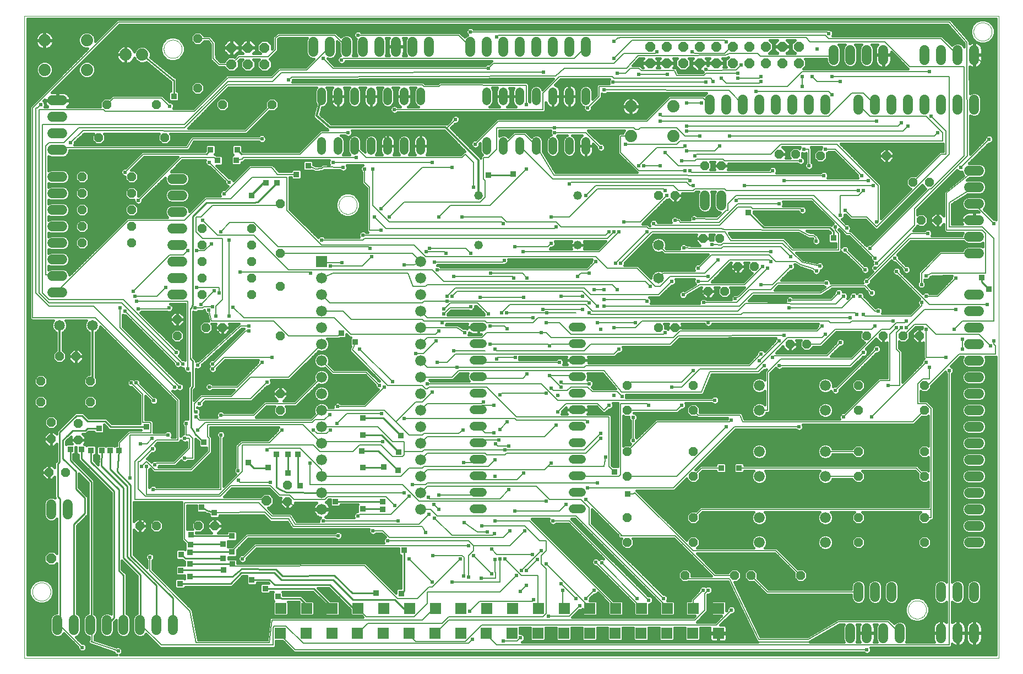
<source format=gbl>
G75*
%MOIN*%
%OFA0B0*%
%FSLAX24Y24*%
%IPPOS*%
%LPD*%
%AMOC8*
5,1,8,0,0,1.08239X$1,22.5*
%
%ADD10C,0.0000*%
%ADD11OC8,0.0600*%
%ADD12C,0.0520*%
%ADD13C,0.0740*%
%ADD14OC8,0.0520*%
%ADD15C,0.0650*%
%ADD16C,0.0600*%
%ADD17R,0.0660X0.0660*%
%ADD18C,0.0660*%
%ADD19R,0.0650X0.0650*%
%ADD20C,0.0520*%
%ADD21C,0.0160*%
%ADD22R,0.0356X0.0356*%
%ADD23C,0.0120*%
%ADD24C,0.0100*%
%ADD25C,0.0240*%
%ADD26C,0.0080*%
%ADD27C,0.0060*%
%ADD28C,0.0356*%
D10*
X000180Y000180D02*
X000180Y039050D01*
X059172Y039050D01*
X059172Y000180D01*
X000180Y000180D01*
X000667Y004193D02*
X000669Y004240D01*
X000675Y004286D01*
X000685Y004332D01*
X000698Y004377D01*
X000716Y004420D01*
X000737Y004462D01*
X000761Y004502D01*
X000789Y004539D01*
X000820Y004574D01*
X000854Y004607D01*
X000890Y004636D01*
X000929Y004662D01*
X000970Y004685D01*
X001013Y004704D01*
X001057Y004720D01*
X001102Y004732D01*
X001148Y004740D01*
X001195Y004744D01*
X001241Y004744D01*
X001288Y004740D01*
X001334Y004732D01*
X001379Y004720D01*
X001423Y004704D01*
X001466Y004685D01*
X001507Y004662D01*
X001546Y004636D01*
X001582Y004607D01*
X001616Y004574D01*
X001647Y004539D01*
X001675Y004502D01*
X001699Y004462D01*
X001720Y004420D01*
X001738Y004377D01*
X001751Y004332D01*
X001761Y004286D01*
X001767Y004240D01*
X001769Y004193D01*
X001767Y004146D01*
X001761Y004100D01*
X001751Y004054D01*
X001738Y004009D01*
X001720Y003966D01*
X001699Y003924D01*
X001675Y003884D01*
X001647Y003847D01*
X001616Y003812D01*
X001582Y003779D01*
X001546Y003750D01*
X001507Y003724D01*
X001466Y003701D01*
X001423Y003682D01*
X001379Y003666D01*
X001334Y003654D01*
X001288Y003646D01*
X001241Y003642D01*
X001195Y003642D01*
X001148Y003646D01*
X001102Y003654D01*
X001057Y003666D01*
X001013Y003682D01*
X000970Y003701D01*
X000929Y003724D01*
X000890Y003750D01*
X000854Y003779D01*
X000820Y003812D01*
X000789Y003847D01*
X000761Y003884D01*
X000737Y003924D01*
X000716Y003966D01*
X000698Y004009D01*
X000685Y004054D01*
X000675Y004100D01*
X000669Y004146D01*
X000667Y004193D01*
X019217Y027605D02*
X019219Y027652D01*
X019225Y027698D01*
X019235Y027744D01*
X019248Y027789D01*
X019266Y027832D01*
X019287Y027874D01*
X019311Y027914D01*
X019339Y027951D01*
X019370Y027986D01*
X019404Y028019D01*
X019440Y028048D01*
X019479Y028074D01*
X019520Y028097D01*
X019563Y028116D01*
X019607Y028132D01*
X019652Y028144D01*
X019698Y028152D01*
X019745Y028156D01*
X019791Y028156D01*
X019838Y028152D01*
X019884Y028144D01*
X019929Y028132D01*
X019973Y028116D01*
X020016Y028097D01*
X020057Y028074D01*
X020096Y028048D01*
X020132Y028019D01*
X020166Y027986D01*
X020197Y027951D01*
X020225Y027914D01*
X020249Y027874D01*
X020270Y027832D01*
X020288Y027789D01*
X020301Y027744D01*
X020311Y027698D01*
X020317Y027652D01*
X020319Y027605D01*
X020317Y027558D01*
X020311Y027512D01*
X020301Y027466D01*
X020288Y027421D01*
X020270Y027378D01*
X020249Y027336D01*
X020225Y027296D01*
X020197Y027259D01*
X020166Y027224D01*
X020132Y027191D01*
X020096Y027162D01*
X020057Y027136D01*
X020016Y027113D01*
X019973Y027094D01*
X019929Y027078D01*
X019884Y027066D01*
X019838Y027058D01*
X019791Y027054D01*
X019745Y027054D01*
X019698Y027058D01*
X019652Y027066D01*
X019607Y027078D01*
X019563Y027094D01*
X019520Y027113D01*
X019479Y027136D01*
X019440Y027162D01*
X019404Y027191D01*
X019370Y027224D01*
X019339Y027259D01*
X019311Y027296D01*
X019287Y027336D01*
X019266Y027378D01*
X019248Y027421D01*
X019235Y027466D01*
X019225Y027512D01*
X019219Y027558D01*
X019217Y027605D01*
X008617Y037043D02*
X008619Y037090D01*
X008625Y037136D01*
X008635Y037182D01*
X008648Y037227D01*
X008666Y037270D01*
X008687Y037312D01*
X008711Y037352D01*
X008739Y037389D01*
X008770Y037424D01*
X008804Y037457D01*
X008840Y037486D01*
X008879Y037512D01*
X008920Y037535D01*
X008963Y037554D01*
X009007Y037570D01*
X009052Y037582D01*
X009098Y037590D01*
X009145Y037594D01*
X009191Y037594D01*
X009238Y037590D01*
X009284Y037582D01*
X009329Y037570D01*
X009373Y037554D01*
X009416Y037535D01*
X009457Y037512D01*
X009496Y037486D01*
X009532Y037457D01*
X009566Y037424D01*
X009597Y037389D01*
X009625Y037352D01*
X009649Y037312D01*
X009670Y037270D01*
X009688Y037227D01*
X009701Y037182D01*
X009711Y037136D01*
X009717Y037090D01*
X009719Y037043D01*
X009717Y036996D01*
X009711Y036950D01*
X009701Y036904D01*
X009688Y036859D01*
X009670Y036816D01*
X009649Y036774D01*
X009625Y036734D01*
X009597Y036697D01*
X009566Y036662D01*
X009532Y036629D01*
X009496Y036600D01*
X009457Y036574D01*
X009416Y036551D01*
X009373Y036532D01*
X009329Y036516D01*
X009284Y036504D01*
X009238Y036496D01*
X009191Y036492D01*
X009145Y036492D01*
X009098Y036496D01*
X009052Y036504D01*
X009007Y036516D01*
X008963Y036532D01*
X008920Y036551D01*
X008879Y036574D01*
X008840Y036600D01*
X008804Y036629D01*
X008770Y036662D01*
X008739Y036697D01*
X008711Y036734D01*
X008687Y036774D01*
X008666Y036816D01*
X008648Y036859D01*
X008635Y036904D01*
X008625Y036950D01*
X008619Y036996D01*
X008617Y037043D01*
X057642Y038093D02*
X057644Y038140D01*
X057650Y038186D01*
X057660Y038232D01*
X057673Y038277D01*
X057691Y038320D01*
X057712Y038362D01*
X057736Y038402D01*
X057764Y038439D01*
X057795Y038474D01*
X057829Y038507D01*
X057865Y038536D01*
X057904Y038562D01*
X057945Y038585D01*
X057988Y038604D01*
X058032Y038620D01*
X058077Y038632D01*
X058123Y038640D01*
X058170Y038644D01*
X058216Y038644D01*
X058263Y038640D01*
X058309Y038632D01*
X058354Y038620D01*
X058398Y038604D01*
X058441Y038585D01*
X058482Y038562D01*
X058521Y038536D01*
X058557Y038507D01*
X058591Y038474D01*
X058622Y038439D01*
X058650Y038402D01*
X058674Y038362D01*
X058695Y038320D01*
X058713Y038277D01*
X058726Y038232D01*
X058736Y038186D01*
X058742Y038140D01*
X058744Y038093D01*
X058742Y038046D01*
X058736Y038000D01*
X058726Y037954D01*
X058713Y037909D01*
X058695Y037866D01*
X058674Y037824D01*
X058650Y037784D01*
X058622Y037747D01*
X058591Y037712D01*
X058557Y037679D01*
X058521Y037650D01*
X058482Y037624D01*
X058441Y037601D01*
X058398Y037582D01*
X058354Y037566D01*
X058309Y037554D01*
X058263Y037546D01*
X058216Y037542D01*
X058170Y037542D01*
X058123Y037546D01*
X058077Y037554D01*
X058032Y037566D01*
X057988Y037582D01*
X057945Y037601D01*
X057904Y037624D01*
X057865Y037650D01*
X057829Y037679D01*
X057795Y037712D01*
X057764Y037747D01*
X057736Y037784D01*
X057712Y037824D01*
X057691Y037866D01*
X057673Y037909D01*
X057660Y037954D01*
X057650Y038000D01*
X057644Y038046D01*
X057642Y038093D01*
X053679Y003105D02*
X053681Y003152D01*
X053687Y003198D01*
X053697Y003244D01*
X053710Y003289D01*
X053728Y003332D01*
X053749Y003374D01*
X053773Y003414D01*
X053801Y003451D01*
X053832Y003486D01*
X053866Y003519D01*
X053902Y003548D01*
X053941Y003574D01*
X053982Y003597D01*
X054025Y003616D01*
X054069Y003632D01*
X054114Y003644D01*
X054160Y003652D01*
X054207Y003656D01*
X054253Y003656D01*
X054300Y003652D01*
X054346Y003644D01*
X054391Y003632D01*
X054435Y003616D01*
X054478Y003597D01*
X054519Y003574D01*
X054558Y003548D01*
X054594Y003519D01*
X054628Y003486D01*
X054659Y003451D01*
X054687Y003414D01*
X054711Y003374D01*
X054732Y003332D01*
X054750Y003289D01*
X054763Y003244D01*
X054773Y003198D01*
X054779Y003152D01*
X054781Y003105D01*
X054779Y003058D01*
X054773Y003012D01*
X054763Y002966D01*
X054750Y002921D01*
X054732Y002878D01*
X054711Y002836D01*
X054687Y002796D01*
X054659Y002759D01*
X054628Y002724D01*
X054594Y002691D01*
X054558Y002662D01*
X054519Y002636D01*
X054478Y002613D01*
X054435Y002594D01*
X054391Y002578D01*
X054346Y002566D01*
X054300Y002558D01*
X054253Y002554D01*
X054207Y002554D01*
X054160Y002558D01*
X054114Y002566D01*
X054069Y002578D01*
X054025Y002594D01*
X053982Y002613D01*
X053941Y002636D01*
X053902Y002662D01*
X053866Y002691D01*
X053832Y002724D01*
X053801Y002759D01*
X053773Y002796D01*
X053749Y002836D01*
X053728Y002878D01*
X053710Y002921D01*
X053697Y002966D01*
X053687Y003012D01*
X053681Y003058D01*
X053679Y003105D01*
D11*
X014843Y009705D03*
X001818Y006205D03*
X012720Y036120D03*
X013720Y036120D03*
X014720Y036120D03*
X014720Y037120D03*
X013720Y037120D03*
X012720Y037120D03*
X038060Y037180D03*
X039060Y037180D03*
X040060Y037180D03*
X041060Y037180D03*
X042060Y037180D03*
X043060Y037180D03*
X044060Y037180D03*
X045060Y037180D03*
X046060Y037180D03*
X047060Y037180D03*
X047060Y036180D03*
X046060Y036180D03*
X045060Y036180D03*
X044060Y036180D03*
X043060Y036180D03*
X042060Y036180D03*
X041060Y036180D03*
X040060Y036180D03*
X039060Y036180D03*
X038060Y036180D03*
D12*
X033680Y028180D03*
X033680Y025180D03*
X027680Y025180D03*
X027680Y028180D03*
D13*
X036900Y031790D03*
X039460Y031790D03*
X039460Y033570D03*
X036900Y033570D03*
X007318Y036693D03*
X006318Y036693D03*
X003960Y037570D03*
X001400Y037570D03*
X001400Y035790D03*
X003960Y035790D03*
D14*
X005180Y033680D03*
X004680Y031680D03*
X003680Y029305D03*
X003680Y028305D03*
X003680Y027305D03*
X003680Y026305D03*
X003680Y025305D03*
X006680Y025305D03*
X006680Y026305D03*
X006680Y027305D03*
X006680Y028305D03*
X006680Y029305D03*
X008680Y031680D03*
X008180Y033680D03*
X010680Y034680D03*
X012180Y033680D03*
X015180Y033680D03*
X010680Y037680D03*
X015680Y027680D03*
X013930Y026180D03*
X013930Y025180D03*
X013930Y024180D03*
X013930Y023180D03*
X013930Y022180D03*
X015680Y022680D03*
X015680Y024680D03*
X010930Y024180D03*
X010930Y025180D03*
X010930Y026180D03*
X010930Y023180D03*
X010930Y022180D03*
X009430Y020680D03*
X009430Y019680D03*
X011180Y020180D03*
X012180Y020180D03*
X015680Y019680D03*
X015680Y016180D03*
X015680Y015180D03*
X016118Y010655D03*
X016118Y009655D03*
X011718Y008180D03*
X010718Y008180D03*
X008180Y008180D03*
X007180Y008180D03*
X002680Y011418D03*
X001680Y011418D03*
X003443Y013380D03*
X001805Y013430D03*
X001805Y014430D03*
X003443Y014380D03*
X004180Y015680D03*
X004180Y016930D03*
X003305Y018430D03*
X002305Y018430D03*
X001180Y016930D03*
X001180Y015680D03*
X036680Y015180D03*
X036680Y016680D03*
X040680Y016680D03*
X040680Y015180D03*
X040680Y012680D03*
X040680Y011180D03*
X040680Y008680D03*
X040680Y007180D03*
X040180Y005180D03*
X043180Y005180D03*
X044180Y005180D03*
X047180Y005180D03*
X050680Y007180D03*
X050680Y008680D03*
X050680Y011180D03*
X050680Y012680D03*
X050680Y015180D03*
X050680Y016680D03*
X047530Y019168D03*
X046530Y019168D03*
X051180Y019680D03*
X052180Y019680D03*
X053380Y019680D03*
X054380Y019680D03*
X054680Y016680D03*
X054680Y015180D03*
X054680Y012680D03*
X054680Y011180D03*
X054680Y008680D03*
X054680Y007180D03*
X036680Y007180D03*
X036680Y008680D03*
X036680Y011180D03*
X036680Y012680D03*
X038580Y020180D03*
X039580Y020180D03*
X041580Y022380D03*
X042580Y022380D03*
X043380Y023880D03*
X044380Y023880D03*
X042280Y025580D03*
X041280Y025580D03*
X039580Y028180D03*
X038580Y028180D03*
X041380Y029980D03*
X042380Y029980D03*
X045880Y030680D03*
X046880Y030680D03*
X048380Y030580D03*
X052380Y030580D03*
X053980Y028980D03*
X054980Y028980D03*
X054480Y026680D03*
X055480Y026680D03*
D15*
X038580Y025180D03*
X038580Y023180D03*
X004305Y020305D03*
X002305Y020305D03*
D16*
X002480Y022305D02*
X001880Y022305D01*
X001880Y023305D02*
X002480Y023305D01*
X002480Y024305D02*
X001880Y024305D01*
X001880Y025305D02*
X002480Y025305D01*
X002480Y026305D02*
X001880Y026305D01*
X001880Y027305D02*
X002480Y027305D01*
X002480Y028305D02*
X001880Y028305D01*
X001880Y029305D02*
X002480Y029305D01*
X002480Y030930D02*
X001880Y030930D01*
X001880Y031930D02*
X002480Y031930D01*
X002480Y032930D02*
X001880Y032930D01*
X001880Y033930D02*
X002480Y033930D01*
X009130Y029180D02*
X009730Y029180D01*
X009730Y028180D02*
X009130Y028180D01*
X009130Y027180D02*
X009730Y027180D01*
X009730Y026180D02*
X009130Y026180D01*
X009130Y025180D02*
X009730Y025180D01*
X009730Y024180D02*
X009130Y024180D01*
X009130Y023180D02*
X009730Y023180D01*
X009730Y022180D02*
X009130Y022180D01*
X002805Y009480D02*
X002805Y008880D01*
X001805Y008880D02*
X001805Y009480D01*
X002180Y002480D02*
X002180Y001880D01*
X003180Y001880D02*
X003180Y002480D01*
X004180Y002480D02*
X004180Y001880D01*
X005180Y001880D02*
X005180Y002480D01*
X006180Y002480D02*
X006180Y001880D01*
X007180Y001880D02*
X007180Y002480D01*
X008180Y002480D02*
X008180Y001880D01*
X009180Y001880D02*
X009180Y002480D01*
X041380Y027580D02*
X041380Y028180D01*
X042380Y028180D02*
X042380Y027580D01*
X042680Y033380D02*
X042680Y033980D01*
X041680Y033980D02*
X041680Y033380D01*
X043680Y033380D02*
X043680Y033980D01*
X044680Y033980D02*
X044680Y033380D01*
X045680Y033380D02*
X045680Y033980D01*
X046680Y033980D02*
X046680Y033380D01*
X047680Y033380D02*
X047680Y033980D01*
X048680Y033980D02*
X048680Y033380D01*
X050680Y033380D02*
X050680Y033980D01*
X051680Y033980D02*
X051680Y033380D01*
X052680Y033380D02*
X052680Y033980D01*
X053680Y033980D02*
X053680Y033380D01*
X054680Y033380D02*
X054680Y033980D01*
X055680Y033980D02*
X055680Y033380D01*
X056680Y033380D02*
X056680Y033980D01*
X057680Y033980D02*
X057680Y033380D01*
X057680Y036380D02*
X057680Y036980D01*
X056680Y036980D02*
X056680Y036380D01*
X055680Y036380D02*
X055680Y036980D01*
X054680Y036980D02*
X054680Y036380D01*
X052180Y036380D02*
X052180Y036980D01*
X051180Y036980D02*
X051180Y036380D01*
X050180Y036380D02*
X050180Y036980D01*
X049180Y036980D02*
X049180Y036380D01*
X057380Y029680D02*
X057980Y029680D01*
X057980Y028680D02*
X057380Y028680D01*
X057380Y027680D02*
X057980Y027680D01*
X057980Y026680D02*
X057380Y026680D01*
X057380Y025680D02*
X057980Y025680D01*
X057980Y024680D02*
X057380Y024680D01*
X057380Y022180D02*
X057980Y022180D01*
X057980Y021180D02*
X057380Y021180D01*
X057380Y020180D02*
X057980Y020180D01*
X057980Y019180D02*
X057380Y019180D01*
X057380Y018180D02*
X057980Y018180D01*
X057980Y017180D02*
X057380Y017180D01*
X057380Y016180D02*
X057980Y016180D01*
X057980Y015180D02*
X057380Y015180D01*
X057380Y014180D02*
X057980Y014180D01*
X057980Y013180D02*
X057380Y013180D01*
X057380Y012180D02*
X057980Y012180D01*
X057980Y011180D02*
X057380Y011180D01*
X057380Y010180D02*
X057980Y010180D01*
X057980Y009180D02*
X057380Y009180D01*
X057380Y008180D02*
X057980Y008180D01*
X057980Y007180D02*
X057380Y007180D01*
X057680Y004480D02*
X057680Y003880D01*
X056680Y003880D02*
X056680Y004480D01*
X055680Y004480D02*
X055680Y003880D01*
X055680Y001980D02*
X055680Y001380D01*
X056680Y001380D02*
X056680Y001980D01*
X057680Y001980D02*
X057680Y001380D01*
X053180Y001380D02*
X053180Y001980D01*
X052180Y001980D02*
X052180Y001380D01*
X051180Y001380D02*
X051180Y001980D01*
X050180Y001980D02*
X050180Y001380D01*
X050680Y003880D02*
X050680Y004480D01*
X051680Y004480D02*
X051680Y003880D01*
X052680Y003880D02*
X052680Y004480D01*
X034180Y036880D02*
X034180Y037480D01*
X033180Y037480D02*
X033180Y036880D01*
X032180Y036880D02*
X032180Y037480D01*
X031180Y037480D02*
X031180Y036880D01*
X030180Y036880D02*
X030180Y037480D01*
X029180Y037480D02*
X029180Y036880D01*
X028180Y036880D02*
X028180Y037480D01*
X027180Y037480D02*
X027180Y036880D01*
X024680Y036880D02*
X024680Y037480D01*
X023680Y037480D02*
X023680Y036880D01*
X022680Y036880D02*
X022680Y037480D01*
X021680Y037480D02*
X021680Y036880D01*
X020680Y036880D02*
X020680Y037480D01*
X019680Y037480D02*
X019680Y036880D01*
X018680Y036880D02*
X018680Y037480D01*
X017680Y037480D02*
X017680Y036880D01*
D17*
X018180Y024180D03*
D18*
X018180Y023180D03*
X018180Y022180D03*
X018180Y021180D03*
X018180Y020180D03*
X018180Y019180D03*
X018180Y018180D03*
X018180Y017180D03*
X018180Y016180D03*
X018180Y015180D03*
X018180Y014180D03*
X018180Y013180D03*
X018180Y012180D03*
X018180Y011180D03*
X018180Y010180D03*
X018180Y009180D03*
X024180Y009180D03*
X024180Y010180D03*
X024180Y011180D03*
X024180Y012180D03*
X024180Y013180D03*
X024180Y014180D03*
X024180Y015180D03*
X024180Y016180D03*
X024180Y017180D03*
X024180Y018180D03*
X024180Y019180D03*
X024180Y020180D03*
X024180Y021180D03*
X024180Y022180D03*
X024180Y023180D03*
X024180Y024180D03*
X044680Y016680D03*
X044680Y015180D03*
X044680Y012680D03*
X044680Y011180D03*
X044680Y008680D03*
X044680Y007180D03*
X048680Y007180D03*
X048680Y008680D03*
X048680Y011180D03*
X048680Y012680D03*
X048680Y015180D03*
X048680Y016680D03*
D19*
X042220Y003190D03*
X040660Y003190D03*
X039100Y003190D03*
X037540Y003190D03*
X035980Y003190D03*
X034420Y003190D03*
X032860Y003190D03*
X031300Y003190D03*
X029740Y003190D03*
X028180Y003190D03*
X026620Y003190D03*
X025060Y003190D03*
X023500Y003190D03*
X021940Y003190D03*
X020380Y003190D03*
X018820Y003190D03*
X017260Y003190D03*
X015700Y003190D03*
X015670Y001670D03*
X017230Y001670D03*
X018790Y001670D03*
X020350Y001670D03*
X021910Y001670D03*
X023470Y001670D03*
X025030Y001670D03*
X026590Y001670D03*
X028150Y001670D03*
X029710Y001670D03*
X031270Y001670D03*
X032830Y001670D03*
X034390Y001670D03*
X035950Y001670D03*
X037510Y001670D03*
X039070Y001670D03*
X040630Y001670D03*
X042190Y001670D03*
D20*
X033915Y009218D02*
X033395Y009218D01*
X033395Y010218D02*
X033915Y010218D01*
X033915Y011218D02*
X033395Y011218D01*
X033395Y012218D02*
X033915Y012218D01*
X033915Y013218D02*
X033395Y013218D01*
X033395Y014218D02*
X033915Y014218D01*
X033915Y015218D02*
X033395Y015218D01*
X033395Y016218D02*
X033915Y016218D01*
X033915Y017218D02*
X033395Y017218D01*
X033395Y018218D02*
X033915Y018218D01*
X033915Y019218D02*
X033395Y019218D01*
X033395Y020218D02*
X033915Y020218D01*
X027915Y020218D02*
X027395Y020218D01*
X027395Y019218D02*
X027915Y019218D01*
X027915Y018218D02*
X027395Y018218D01*
X027395Y017218D02*
X027915Y017218D01*
X027915Y016218D02*
X027395Y016218D01*
X027395Y015218D02*
X027915Y015218D01*
X027915Y014218D02*
X027395Y014218D01*
X027395Y013218D02*
X027915Y013218D01*
X027915Y012218D02*
X027395Y012218D01*
X027395Y011218D02*
X027915Y011218D01*
X027915Y010218D02*
X027395Y010218D01*
X027395Y009218D02*
X027915Y009218D01*
X028180Y030920D02*
X028180Y031440D01*
X029180Y031440D02*
X029180Y030920D01*
X030180Y030920D02*
X030180Y031440D01*
X031180Y031440D02*
X031180Y030920D01*
X032180Y030920D02*
X032180Y031440D01*
X033180Y031440D02*
X033180Y030920D01*
X034180Y030920D02*
X034180Y031440D01*
X034180Y033920D02*
X034180Y034440D01*
X033180Y034440D02*
X033180Y033920D01*
X032180Y033920D02*
X032180Y034440D01*
X031180Y034440D02*
X031180Y033920D01*
X030180Y033920D02*
X030180Y034440D01*
X029180Y034440D02*
X029180Y033920D01*
X028180Y033920D02*
X028180Y034440D01*
X024180Y034440D02*
X024180Y033920D01*
X023180Y033920D02*
X023180Y034440D01*
X022180Y034440D02*
X022180Y033920D01*
X021180Y033920D02*
X021180Y034440D01*
X020180Y034440D02*
X020180Y033920D01*
X019180Y033920D02*
X019180Y034440D01*
X018180Y034440D02*
X018180Y033920D01*
X018180Y031440D02*
X018180Y030920D01*
X019180Y030920D02*
X019180Y031440D01*
X020180Y031440D02*
X020180Y030920D01*
X021180Y030920D02*
X021180Y031440D01*
X022180Y031440D02*
X022180Y030920D01*
X023180Y030920D02*
X023180Y031440D01*
X024180Y031440D02*
X024180Y030920D01*
D21*
X024180Y031180D02*
X023740Y031180D01*
X024180Y031180D01*
X024180Y031180D01*
X024180Y031880D01*
X024215Y031880D01*
X024283Y031869D01*
X024349Y031848D01*
X024411Y031816D01*
X024467Y031776D01*
X024516Y031727D01*
X024556Y031671D01*
X024588Y031609D01*
X024609Y031543D01*
X024620Y031475D01*
X024620Y031180D01*
X024180Y031180D01*
X024180Y031180D01*
X024180Y031180D01*
X024180Y031880D01*
X024145Y031880D01*
X024077Y031869D01*
X024011Y031848D01*
X023949Y031816D01*
X023893Y031776D01*
X023844Y031727D01*
X023804Y031671D01*
X023772Y031609D01*
X023751Y031543D01*
X023740Y031475D01*
X023740Y031180D01*
X023740Y030885D01*
X023751Y030817D01*
X023772Y030751D01*
X023804Y030689D01*
X023832Y030650D01*
X023476Y030650D01*
X023519Y030693D01*
X023580Y030840D01*
X023580Y031520D01*
X023519Y031667D01*
X023407Y031779D01*
X023260Y031840D01*
X023100Y031840D01*
X022953Y031779D01*
X022841Y031667D01*
X022780Y031520D01*
X022780Y030840D01*
X022841Y030693D01*
X022884Y030650D01*
X022528Y030650D01*
X022556Y030689D01*
X022588Y030751D01*
X022609Y030817D01*
X022620Y030885D01*
X022620Y031180D01*
X022620Y031475D01*
X022609Y031543D01*
X022588Y031609D01*
X022556Y031671D01*
X022516Y031727D01*
X022467Y031776D01*
X022411Y031816D01*
X022349Y031848D01*
X022283Y031869D01*
X022215Y031880D01*
X022180Y031880D01*
X022180Y031180D01*
X022180Y031180D01*
X022620Y031180D01*
X022180Y031180D01*
X022180Y031180D01*
X022180Y031180D01*
X021740Y031180D01*
X021740Y031475D01*
X021751Y031543D01*
X021772Y031609D01*
X021804Y031671D01*
X021844Y031727D01*
X021893Y031776D01*
X021949Y031816D01*
X022011Y031848D01*
X022077Y031869D01*
X022145Y031880D01*
X022180Y031880D01*
X022180Y031180D01*
X021740Y031180D01*
X021740Y030885D01*
X021751Y030817D01*
X021772Y030751D01*
X021804Y030689D01*
X021832Y030650D01*
X021476Y030650D01*
X021519Y030693D01*
X021580Y030840D01*
X021580Y031520D01*
X021519Y031667D01*
X021407Y031779D01*
X021260Y031840D01*
X021100Y031840D01*
X020953Y031779D01*
X020841Y031667D01*
X020780Y031520D01*
X020780Y030840D01*
X020794Y030806D01*
X020580Y031020D01*
X020580Y031520D01*
X020519Y031667D01*
X020407Y031779D01*
X020260Y031840D01*
X020100Y031840D01*
X019953Y031779D01*
X019841Y031667D01*
X019780Y031520D01*
X019780Y030840D01*
X019841Y030693D01*
X019884Y030650D01*
X019476Y030650D01*
X019519Y030693D01*
X019580Y030840D01*
X019580Y031520D01*
X019519Y031667D01*
X019407Y031779D01*
X019332Y031810D01*
X019582Y031810D01*
X019633Y031760D01*
X019728Y031720D01*
X019832Y031720D01*
X019927Y031760D01*
X020000Y031833D01*
X020040Y031928D01*
X020040Y032032D01*
X020010Y032105D01*
X025597Y032105D01*
X026852Y030850D01*
X026810Y030850D01*
X026710Y030750D01*
X026610Y030650D01*
X024528Y030650D01*
X024556Y030689D01*
X024588Y030751D01*
X024609Y030817D01*
X024620Y030885D01*
X024620Y031180D01*
X024180Y031180D01*
X024180Y031246D02*
X024180Y031246D01*
X024180Y031405D02*
X024180Y031405D01*
X024180Y031563D02*
X024180Y031563D01*
X024180Y031722D02*
X024180Y031722D01*
X023841Y031722D02*
X023464Y031722D01*
X023562Y031563D02*
X023757Y031563D01*
X023740Y031405D02*
X023580Y031405D01*
X023580Y031246D02*
X023740Y031246D01*
X023740Y031088D02*
X023580Y031088D01*
X023580Y030929D02*
X023740Y030929D01*
X023766Y030771D02*
X023551Y030771D01*
X022809Y030771D02*
X022594Y030771D01*
X022620Y030929D02*
X022780Y030929D01*
X022780Y031088D02*
X022620Y031088D01*
X022620Y031246D02*
X022780Y031246D01*
X022780Y031405D02*
X022620Y031405D01*
X022603Y031563D02*
X022798Y031563D01*
X022896Y031722D02*
X022519Y031722D01*
X022180Y031722D02*
X022180Y031722D01*
X022180Y031563D02*
X022180Y031563D01*
X022180Y031405D02*
X022180Y031405D01*
X022180Y031246D02*
X022180Y031246D01*
X021740Y031246D02*
X021580Y031246D01*
X021580Y031088D02*
X021740Y031088D01*
X021740Y030929D02*
X021580Y030929D01*
X021551Y030771D02*
X021766Y030771D01*
X021740Y031405D02*
X021580Y031405D01*
X021562Y031563D02*
X021757Y031563D01*
X021841Y031722D02*
X021464Y031722D01*
X020896Y031722D02*
X020464Y031722D01*
X020562Y031563D02*
X020798Y031563D01*
X020780Y031405D02*
X020580Y031405D01*
X020580Y031246D02*
X020780Y031246D01*
X020780Y031088D02*
X020580Y031088D01*
X020671Y030929D02*
X020780Y030929D01*
X019809Y030771D02*
X019551Y030771D01*
X019580Y030929D02*
X019780Y030929D01*
X019780Y031088D02*
X019580Y031088D01*
X019580Y031246D02*
X019780Y031246D01*
X019780Y031405D02*
X019580Y031405D01*
X019562Y031563D02*
X019798Y031563D01*
X019835Y031722D02*
X019896Y031722D01*
X019725Y031722D02*
X019464Y031722D01*
X020020Y031880D02*
X025822Y031880D01*
X025664Y032039D02*
X020037Y032039D01*
X018753Y032505D02*
X018093Y033064D01*
X018213Y033520D01*
X018260Y033520D01*
X018407Y033581D01*
X018519Y033693D01*
X018580Y033840D01*
X018580Y034520D01*
X018519Y034667D01*
X018476Y034710D01*
X018832Y034710D01*
X018804Y034671D01*
X018772Y034609D01*
X018751Y034543D01*
X018740Y034475D01*
X018740Y034180D01*
X019180Y034180D01*
X019620Y034180D01*
X019620Y034475D01*
X019609Y034543D01*
X019588Y034609D01*
X019556Y034671D01*
X019528Y034710D01*
X019884Y034710D01*
X019841Y034667D01*
X019780Y034520D01*
X019780Y033840D01*
X019841Y033693D01*
X019953Y033581D01*
X020100Y033520D01*
X020260Y033520D01*
X020407Y033581D01*
X020519Y033693D01*
X020580Y033840D01*
X020580Y034520D01*
X020519Y034667D01*
X020476Y034710D01*
X020832Y034710D01*
X020804Y034671D01*
X020772Y034609D01*
X020751Y034543D01*
X020740Y034475D01*
X020740Y034180D01*
X021180Y034180D01*
X021620Y034180D01*
X021620Y034475D01*
X021609Y034543D01*
X021588Y034609D01*
X021556Y034671D01*
X021528Y034710D01*
X021884Y034710D01*
X021841Y034667D01*
X021780Y034520D01*
X021780Y033840D01*
X021841Y033693D01*
X021953Y033581D01*
X022100Y033520D01*
X022260Y033520D01*
X022407Y033581D01*
X022519Y033693D01*
X022580Y033840D01*
X022580Y034520D01*
X022519Y034667D01*
X022476Y034710D01*
X022832Y034710D01*
X022804Y034671D01*
X022772Y034609D01*
X022751Y034543D01*
X022740Y034475D01*
X022740Y034180D01*
X023180Y034180D01*
X023620Y034180D01*
X023620Y034475D01*
X023609Y034543D01*
X023588Y034609D01*
X023556Y034671D01*
X023528Y034710D01*
X023884Y034710D01*
X023841Y034667D01*
X023780Y034520D01*
X023780Y033840D01*
X023841Y033693D01*
X023953Y033581D01*
X024028Y033550D01*
X023419Y033550D01*
X023467Y033584D01*
X023516Y033633D01*
X023556Y033689D01*
X023588Y033751D01*
X023609Y033817D01*
X023620Y033885D01*
X023620Y034180D01*
X023180Y034180D01*
X023180Y034180D01*
X023180Y034180D01*
X022740Y034180D01*
X022740Y033885D01*
X022751Y033817D01*
X022772Y033751D01*
X022804Y033689D01*
X022844Y033633D01*
X022893Y033584D01*
X022941Y033550D01*
X022778Y033550D01*
X022727Y033600D01*
X022632Y033640D01*
X022528Y033640D01*
X022433Y033600D01*
X022360Y033527D01*
X022320Y033432D01*
X022320Y033328D01*
X022360Y033233D01*
X022433Y033160D01*
X022528Y033120D01*
X022632Y033120D01*
X022727Y033160D01*
X022778Y033210D01*
X031650Y033210D01*
X031750Y033310D01*
X031750Y033822D01*
X031751Y033817D01*
X031772Y033751D01*
X031804Y033689D01*
X031844Y033633D01*
X031893Y033584D01*
X031949Y033544D01*
X032011Y033512D01*
X032077Y033491D01*
X032145Y033480D01*
X032180Y033480D01*
X032215Y033480D01*
X032283Y033491D01*
X032349Y033512D01*
X032411Y033544D01*
X032467Y033584D01*
X032516Y033633D01*
X032556Y033689D01*
X032588Y033751D01*
X032609Y033817D01*
X032620Y033885D01*
X032620Y034180D01*
X032620Y034475D01*
X032609Y034543D01*
X032588Y034609D01*
X032556Y034671D01*
X032516Y034727D01*
X032467Y034776D01*
X032411Y034816D01*
X032349Y034848D01*
X032303Y034863D01*
X032650Y035210D01*
X035612Y035210D01*
X035600Y035197D01*
X035560Y035102D01*
X035560Y034998D01*
X035580Y034950D01*
X034910Y034950D01*
X034810Y034850D01*
X034810Y034250D01*
X034580Y034020D01*
X034580Y034520D01*
X034519Y034667D01*
X034407Y034779D01*
X034260Y034840D01*
X034100Y034840D01*
X033953Y034779D01*
X033841Y034667D01*
X033780Y034520D01*
X033780Y033840D01*
X033841Y033693D01*
X033953Y033581D01*
X034028Y033550D01*
X034020Y033532D01*
X034020Y033428D01*
X034060Y033333D01*
X034133Y033260D01*
X034228Y033220D01*
X034332Y033220D01*
X034427Y033260D01*
X034500Y033333D01*
X034540Y033428D01*
X034540Y033500D01*
X035050Y034010D01*
X035150Y034110D01*
X035150Y034332D01*
X035228Y034300D01*
X035332Y034300D01*
X035427Y034340D01*
X035477Y034389D01*
X041480Y034374D01*
X041431Y034353D01*
X041328Y034250D01*
X039210Y034250D01*
X039110Y034150D01*
X037810Y032850D01*
X028810Y032850D01*
X028710Y032750D01*
X027500Y031540D01*
X027428Y031540D01*
X027333Y031500D01*
X027260Y031427D01*
X027220Y031332D01*
X027220Y031228D01*
X027260Y031133D01*
X027333Y031060D01*
X027428Y031020D01*
X027532Y031020D01*
X027627Y031060D01*
X027700Y031133D01*
X027740Y031228D01*
X027740Y031300D01*
X027780Y031340D01*
X027780Y030840D01*
X027841Y030693D01*
X027897Y030637D01*
X027810Y030550D01*
X027810Y030458D01*
X027763Y030505D01*
X026004Y032264D01*
X026260Y032520D01*
X026332Y032520D01*
X026427Y032560D01*
X026500Y032633D01*
X026540Y032728D01*
X026540Y032832D01*
X026500Y032927D01*
X026427Y033000D01*
X026332Y033040D01*
X026228Y033040D01*
X026133Y033000D01*
X026060Y032927D01*
X026020Y032832D01*
X026020Y032760D01*
X025764Y032504D01*
X025763Y032505D01*
X018753Y032505D01*
X018743Y032514D02*
X025774Y032514D01*
X025932Y032673D02*
X018555Y032673D01*
X018368Y032831D02*
X026020Y032831D01*
X026122Y032990D02*
X018181Y032990D01*
X018115Y033148D02*
X022461Y033148D01*
X022329Y033307D02*
X018157Y033307D01*
X018199Y033465D02*
X022334Y033465D01*
X022449Y033624D02*
X022489Y033624D01*
X022556Y033782D02*
X022762Y033782D01*
X022740Y033941D02*
X022580Y033941D01*
X022580Y034099D02*
X022740Y034099D01*
X022740Y034258D02*
X022580Y034258D01*
X022580Y034416D02*
X022740Y034416D01*
X022761Y034575D02*
X022557Y034575D01*
X021803Y034575D02*
X021599Y034575D01*
X021620Y034416D02*
X021780Y034416D01*
X021780Y034258D02*
X021620Y034258D01*
X021620Y034180D02*
X021180Y034180D01*
X021180Y034180D01*
X021180Y033480D01*
X021215Y033480D01*
X021283Y033491D01*
X021349Y033512D01*
X021411Y033544D01*
X021467Y033584D01*
X021516Y033633D01*
X021556Y033689D01*
X021588Y033751D01*
X021609Y033817D01*
X021620Y033885D01*
X021620Y034180D01*
X021620Y034099D02*
X021780Y034099D01*
X021780Y033941D02*
X021620Y033941D01*
X021598Y033782D02*
X021804Y033782D01*
X021911Y033624D02*
X021506Y033624D01*
X021180Y033624D02*
X021180Y033624D01*
X021180Y033480D02*
X021180Y034180D01*
X021180Y034180D01*
X021180Y034180D01*
X020740Y034180D01*
X020740Y033885D01*
X020751Y033817D01*
X020772Y033751D01*
X020804Y033689D01*
X020844Y033633D01*
X020893Y033584D01*
X020949Y033544D01*
X021011Y033512D01*
X021077Y033491D01*
X021145Y033480D01*
X021180Y033480D01*
X021180Y033782D02*
X021180Y033782D01*
X021180Y033941D02*
X021180Y033941D01*
X021180Y034099D02*
X021180Y034099D01*
X020740Y034099D02*
X020580Y034099D01*
X020580Y033941D02*
X020740Y033941D01*
X020762Y033782D02*
X020556Y033782D01*
X020449Y033624D02*
X020854Y033624D01*
X020740Y034258D02*
X020580Y034258D01*
X020580Y034416D02*
X020740Y034416D01*
X020761Y034575D02*
X020557Y034575D01*
X019803Y034575D02*
X019599Y034575D01*
X019620Y034416D02*
X019780Y034416D01*
X019780Y034258D02*
X019620Y034258D01*
X019620Y034180D02*
X019180Y034180D01*
X019180Y034180D01*
X019180Y033480D01*
X019215Y033480D01*
X019283Y033491D01*
X019349Y033512D01*
X019411Y033544D01*
X019467Y033584D01*
X019516Y033633D01*
X019556Y033689D01*
X019588Y033751D01*
X019609Y033817D01*
X019620Y033885D01*
X019620Y034180D01*
X019620Y034099D02*
X019780Y034099D01*
X019780Y033941D02*
X019620Y033941D01*
X019598Y033782D02*
X019804Y033782D01*
X019911Y033624D02*
X019506Y033624D01*
X019180Y033624D02*
X019180Y033624D01*
X019180Y033480D02*
X019180Y034180D01*
X019180Y034180D01*
X019180Y034180D01*
X018740Y034180D01*
X018740Y033885D01*
X018751Y033817D01*
X018772Y033751D01*
X018804Y033689D01*
X018844Y033633D01*
X018893Y033584D01*
X018949Y033544D01*
X019011Y033512D01*
X019077Y033491D01*
X019145Y033480D01*
X019180Y033480D01*
X019180Y033782D02*
X019180Y033782D01*
X019180Y033941D02*
X019180Y033941D01*
X019180Y034099D02*
X019180Y034099D01*
X018740Y034099D02*
X018580Y034099D01*
X018580Y033941D02*
X018740Y033941D01*
X018762Y033782D02*
X018556Y033782D01*
X018449Y033624D02*
X018854Y033624D01*
X017844Y033690D02*
X017686Y033087D01*
X017661Y033058D01*
X017665Y033010D01*
X017653Y032963D01*
X017672Y032931D01*
X017675Y032893D01*
X017712Y032862D01*
X017736Y032820D01*
X017773Y032811D01*
X018544Y032158D01*
X018552Y032150D01*
X018110Y032150D01*
X018010Y032050D01*
X016810Y030850D01*
X013418Y030850D01*
X013386Y030884D01*
X013386Y031179D01*
X013304Y031261D01*
X012831Y031261D01*
X012749Y031179D01*
X012749Y030706D01*
X012820Y030636D01*
X012781Y030636D01*
X012699Y030554D01*
X012699Y030081D01*
X012781Y029999D01*
X013254Y029999D01*
X013336Y030081D01*
X013336Y030181D01*
X013467Y030200D01*
X013546Y030306D01*
X013550Y030310D01*
X018652Y030310D01*
X018620Y030232D01*
X018620Y030128D01*
X018649Y030058D01*
X018326Y030062D01*
X018325Y030062D01*
X018256Y030062D01*
X018186Y030063D01*
X018186Y030062D01*
X018185Y030062D01*
X018135Y030013D01*
X018102Y029981D01*
X017849Y029963D01*
X017673Y030039D01*
X017673Y030216D01*
X017591Y030298D01*
X017119Y030298D01*
X017037Y030216D01*
X017037Y029744D01*
X017119Y029662D01*
X017591Y029662D01*
X017605Y029676D01*
X017721Y029626D01*
X017756Y029595D01*
X017786Y029597D01*
X017814Y029585D01*
X017858Y029602D01*
X018255Y029631D01*
X018333Y029722D01*
X019280Y029712D01*
X019333Y029660D01*
X019428Y029620D01*
X019532Y029620D01*
X019627Y029660D01*
X019700Y029733D01*
X019740Y029828D01*
X019740Y029932D01*
X019708Y030010D01*
X020656Y030010D01*
X020633Y030000D01*
X020560Y029927D01*
X020520Y029832D01*
X020520Y029728D01*
X020560Y029633D01*
X020610Y029582D01*
X020610Y028910D01*
X020910Y028610D01*
X020910Y026010D01*
X020970Y025950D01*
X020878Y025950D01*
X020827Y026000D01*
X020732Y026040D01*
X020628Y026040D01*
X020533Y026000D01*
X020460Y025927D01*
X020420Y025832D01*
X020420Y025728D01*
X020452Y025650D01*
X018378Y025650D01*
X018327Y025700D01*
X018232Y025740D01*
X018128Y025740D01*
X018033Y025700D01*
X017966Y025634D01*
X016250Y027350D01*
X016250Y029275D01*
X016324Y029275D01*
X016324Y029219D01*
X016406Y029137D01*
X016879Y029137D01*
X016961Y029219D01*
X016961Y029691D01*
X016879Y029773D01*
X016406Y029773D01*
X016324Y029691D01*
X016324Y029635D01*
X015590Y029635D01*
X015309Y029977D01*
X015284Y029979D01*
X015213Y030050D01*
X013810Y030050D01*
X013710Y029950D01*
X012826Y029066D01*
X012800Y029127D01*
X012727Y029200D01*
X012632Y029240D01*
X012560Y029240D01*
X011814Y029987D01*
X012116Y029987D01*
X012198Y030069D01*
X012198Y030541D01*
X012116Y030623D01*
X011791Y030623D01*
X011755Y030660D01*
X011748Y030660D01*
X011742Y030665D01*
X011717Y030663D01*
X011761Y030706D01*
X011761Y031179D01*
X011679Y031261D01*
X011206Y031261D01*
X011124Y031179D01*
X011124Y030884D01*
X011092Y030850D01*
X007310Y030850D01*
X007210Y030750D01*
X006300Y029840D01*
X006228Y029840D01*
X006133Y029800D01*
X006060Y029727D01*
X006020Y029632D01*
X006020Y029528D01*
X006060Y029433D01*
X006133Y029360D01*
X006228Y029320D01*
X006280Y029320D01*
X006280Y029139D01*
X006514Y028905D01*
X006846Y028905D01*
X007080Y029139D01*
X007080Y029471D01*
X006846Y029705D01*
X006645Y029705D01*
X007450Y030510D01*
X009470Y030510D01*
X007100Y028140D01*
X007080Y028140D01*
X007080Y028471D01*
X006846Y028705D01*
X006514Y028705D01*
X006280Y028471D01*
X006280Y028139D01*
X006514Y027905D01*
X006820Y027905D01*
X006820Y027828D01*
X006860Y027733D01*
X006933Y027660D01*
X007028Y027620D01*
X007132Y027620D01*
X007227Y027660D01*
X007300Y027733D01*
X007340Y027828D01*
X007340Y027900D01*
X008690Y029250D01*
X008690Y029092D01*
X008757Y028931D01*
X008881Y028807D01*
X009042Y028740D01*
X009818Y028740D01*
X009979Y028807D01*
X010103Y028931D01*
X010170Y029092D01*
X010170Y029268D01*
X010103Y029429D01*
X009979Y029553D01*
X009818Y029620D01*
X009060Y029620D01*
X009740Y030300D01*
X011148Y030300D01*
X011120Y030232D01*
X011120Y030128D01*
X011160Y030033D01*
X011233Y029960D01*
X011328Y029920D01*
X011400Y029920D01*
X012320Y029000D01*
X012320Y028928D01*
X012360Y028833D01*
X012433Y028760D01*
X012494Y028734D01*
X012300Y028540D01*
X012228Y028540D01*
X012133Y028500D01*
X012060Y028427D01*
X012020Y028332D01*
X012020Y028228D01*
X012052Y028150D01*
X011110Y028150D01*
X011010Y028050D01*
X010170Y027210D01*
X010170Y027268D01*
X010103Y027429D01*
X009979Y027553D01*
X009818Y027620D01*
X009042Y027620D01*
X008881Y027553D01*
X008757Y027429D01*
X008690Y027268D01*
X008690Y027092D01*
X008757Y026931D01*
X008838Y026850D01*
X006410Y026850D01*
X002920Y023360D01*
X002920Y023393D01*
X002853Y023554D01*
X002729Y023678D01*
X002568Y023745D01*
X001792Y023745D01*
X001650Y023686D01*
X001650Y023924D01*
X001792Y023865D01*
X002568Y023865D01*
X002729Y023932D01*
X002853Y024056D01*
X002920Y024217D01*
X002920Y024393D01*
X002853Y024554D01*
X002729Y024678D01*
X002568Y024745D01*
X001792Y024745D01*
X001650Y024686D01*
X001650Y024924D01*
X001792Y024865D01*
X002568Y024865D01*
X002729Y024932D01*
X002853Y025056D01*
X002920Y025217D01*
X002920Y025393D01*
X002853Y025554D01*
X002729Y025678D01*
X002568Y025745D01*
X001792Y025745D01*
X001650Y025686D01*
X001650Y025924D01*
X001792Y025865D01*
X002568Y025865D01*
X002729Y025932D01*
X002853Y026056D01*
X002920Y026217D01*
X002920Y026393D01*
X002853Y026554D01*
X002729Y026678D01*
X002568Y026745D01*
X001792Y026745D01*
X001650Y026686D01*
X001650Y026924D01*
X001792Y026865D01*
X002568Y026865D01*
X002729Y026932D01*
X002853Y027056D01*
X002920Y027217D01*
X002920Y027393D01*
X002853Y027554D01*
X002729Y027678D01*
X002568Y027745D01*
X001792Y027745D01*
X001650Y027686D01*
X001650Y027924D01*
X001792Y027865D01*
X002568Y027865D01*
X002729Y027932D01*
X002853Y028056D01*
X002920Y028217D01*
X002920Y028393D01*
X003280Y028393D01*
X003280Y028471D02*
X003280Y028139D01*
X003514Y027905D01*
X003846Y027905D01*
X004080Y028139D01*
X004080Y028471D01*
X003846Y028705D01*
X003514Y028705D01*
X003280Y028471D01*
X003361Y028552D02*
X002854Y028552D01*
X002853Y028554D02*
X002729Y028678D01*
X002568Y028745D01*
X001792Y028745D01*
X001650Y028686D01*
X001650Y028924D01*
X001792Y028865D01*
X002568Y028865D01*
X002729Y028932D01*
X002853Y029056D01*
X002920Y029217D01*
X002920Y029393D01*
X002853Y029554D01*
X002729Y029678D01*
X002568Y029745D01*
X001792Y029745D01*
X001650Y029686D01*
X001650Y030549D01*
X001792Y030490D01*
X002568Y030490D01*
X002729Y030557D01*
X002853Y030681D01*
X002920Y030842D01*
X002920Y030909D01*
X009997Y030898D01*
X010018Y030885D01*
X010064Y030897D01*
X010113Y030897D01*
X010130Y030915D01*
X010154Y030921D01*
X010178Y030963D01*
X010212Y030997D01*
X010212Y031022D01*
X010453Y031435D01*
X014370Y031435D01*
X014420Y031385D01*
X014516Y031345D01*
X014619Y031345D01*
X014715Y031385D01*
X014788Y031458D01*
X014827Y031553D01*
X014827Y031657D01*
X014788Y031752D01*
X014715Y031825D01*
X014619Y031865D01*
X014516Y031865D01*
X014420Y031825D01*
X014370Y031775D01*
X010401Y031775D01*
X010380Y031787D01*
X010333Y031775D01*
X010285Y031775D01*
X010267Y031758D01*
X010243Y031751D01*
X010219Y031710D01*
X010185Y031675D01*
X010185Y031651D01*
X009945Y031238D01*
X003200Y031249D01*
X003227Y031316D01*
X003227Y031380D01*
X003798Y031922D01*
X004356Y031922D01*
X004280Y031846D01*
X004280Y031514D01*
X004514Y031280D01*
X004846Y031280D01*
X005080Y031514D01*
X005080Y031846D01*
X005005Y031921D01*
X008351Y031917D01*
X008280Y031846D01*
X008280Y031514D01*
X008514Y031280D01*
X008846Y031280D01*
X009080Y031514D01*
X009080Y031846D01*
X009010Y031916D01*
X013509Y031910D01*
X013510Y031910D01*
X013579Y031910D01*
X013650Y031910D01*
X013650Y031910D01*
X013650Y031910D01*
X013700Y031960D01*
X013750Y032009D01*
X013750Y032009D01*
X015020Y033280D01*
X015346Y033280D01*
X015580Y033514D01*
X015580Y033846D01*
X015346Y034080D01*
X015014Y034080D01*
X014780Y033846D01*
X014780Y033520D01*
X013510Y032250D01*
X010095Y032254D01*
X012550Y034710D01*
X017884Y034710D01*
X017841Y034667D01*
X017780Y034520D01*
X017780Y033840D01*
X017841Y033693D01*
X017844Y033690D01*
X017827Y033624D02*
X015580Y033624D01*
X015580Y033782D02*
X017804Y033782D01*
X017780Y033941D02*
X015485Y033941D01*
X015531Y033465D02*
X017785Y033465D01*
X017743Y033307D02*
X015372Y033307D01*
X014888Y033148D02*
X017702Y033148D01*
X017660Y032990D02*
X014730Y032990D01*
X014571Y032831D02*
X017730Y032831D01*
X017936Y032673D02*
X014413Y032673D01*
X014254Y032514D02*
X018123Y032514D01*
X018311Y032356D02*
X014096Y032356D01*
X013937Y032197D02*
X018498Y032197D01*
X017998Y032039D02*
X013779Y032039D01*
X013615Y032356D02*
X010196Y032356D01*
X010354Y032514D02*
X013774Y032514D01*
X013932Y032673D02*
X010513Y032673D01*
X010671Y032831D02*
X014091Y032831D01*
X014249Y032990D02*
X010830Y032990D01*
X010988Y033148D02*
X014408Y033148D01*
X014566Y033307D02*
X012372Y033307D01*
X012346Y033280D02*
X012580Y033514D01*
X012580Y033846D01*
X012346Y034080D01*
X012014Y034080D01*
X011780Y033846D01*
X011780Y033514D01*
X012014Y033280D01*
X012346Y033280D01*
X012531Y033465D02*
X014725Y033465D01*
X014780Y033624D02*
X012580Y033624D01*
X012580Y033782D02*
X014780Y033782D01*
X014875Y033941D02*
X012485Y033941D01*
X012098Y034258D02*
X017780Y034258D01*
X017780Y034416D02*
X012256Y034416D01*
X012415Y034575D02*
X017803Y034575D01*
X017780Y034099D02*
X011939Y034099D01*
X011875Y033941D02*
X011781Y033941D01*
X011780Y033782D02*
X011622Y033782D01*
X011464Y033624D02*
X011780Y033624D01*
X011829Y033465D02*
X011305Y033465D01*
X011147Y033307D02*
X011988Y033307D01*
X011055Y034099D02*
X009548Y034099D01*
X009548Y033944D02*
X009548Y034416D01*
X010378Y034416D01*
X010280Y034514D02*
X010514Y034280D01*
X010846Y034280D01*
X011080Y034514D01*
X011080Y034846D01*
X010846Y035080D01*
X010514Y035080D01*
X010280Y034846D01*
X010280Y034514D01*
X010280Y034575D02*
X009420Y034575D01*
X009420Y034498D02*
X009420Y035234D01*
X009395Y035259D01*
X009284Y035370D01*
X009247Y035370D01*
X007806Y036540D01*
X007827Y036591D01*
X007827Y036794D01*
X007750Y036981D01*
X007606Y037125D01*
X007419Y037202D01*
X007216Y037202D01*
X007029Y037125D01*
X006885Y036981D01*
X006839Y036869D01*
X006827Y036904D01*
X006788Y036981D01*
X006737Y037051D01*
X006676Y037112D01*
X006606Y037163D01*
X006529Y037202D01*
X006446Y037229D01*
X006361Y037242D01*
X006318Y037242D01*
X006318Y036693D01*
X006317Y036693D01*
X006317Y037242D01*
X006274Y037242D01*
X006189Y037229D01*
X006106Y037202D01*
X006029Y037163D01*
X005959Y037112D01*
X005898Y037051D01*
X005847Y036981D01*
X005808Y036904D01*
X005781Y036821D01*
X005768Y036736D01*
X005768Y036693D01*
X006317Y036693D01*
X006317Y036692D01*
X006318Y036692D01*
X006318Y036143D01*
X006361Y036143D01*
X006446Y036156D01*
X006529Y036183D01*
X006606Y036222D01*
X006676Y036273D01*
X006737Y036334D01*
X006788Y036404D01*
X006827Y036481D01*
X006839Y036516D01*
X006885Y036404D01*
X007029Y036260D01*
X007216Y036183D01*
X007419Y036183D01*
X007568Y036244D01*
X009040Y035049D01*
X009040Y034498D01*
X008994Y034498D01*
X008912Y034416D01*
X001856Y034416D01*
X001850Y034410D02*
X005950Y038510D01*
X056079Y038510D01*
X057073Y037390D01*
X057074Y037179D01*
X057053Y037229D01*
X056929Y037353D01*
X056768Y037420D01*
X056592Y037420D01*
X056431Y037353D01*
X056339Y037261D01*
X055750Y037850D01*
X049108Y037850D01*
X049140Y037928D01*
X049140Y038032D01*
X049100Y038127D01*
X049027Y038200D01*
X048932Y038240D01*
X048860Y038240D01*
X048850Y038250D01*
X027378Y038250D01*
X027327Y038300D01*
X027232Y038340D01*
X027128Y038340D01*
X027033Y038300D01*
X026960Y038227D01*
X026920Y038132D01*
X026920Y038028D01*
X026960Y037933D01*
X027008Y037885D01*
X026931Y037853D01*
X026839Y037761D01*
X026650Y037950D01*
X026550Y038050D01*
X020578Y038050D01*
X020527Y038100D01*
X020432Y038140D01*
X020328Y038140D01*
X020233Y038100D01*
X020160Y038027D01*
X020120Y037932D01*
X020120Y037828D01*
X020160Y037733D01*
X020233Y037660D01*
X020271Y037644D01*
X020240Y037568D01*
X020240Y036792D01*
X020299Y036650D01*
X020061Y036650D01*
X020120Y036792D01*
X020120Y037568D01*
X020053Y037729D01*
X019929Y037853D01*
X019768Y037920D01*
X019592Y037920D01*
X019431Y037853D01*
X019339Y037761D01*
X019150Y037950D01*
X019150Y037950D01*
X019050Y038050D01*
X015601Y038050D01*
X015543Y038058D01*
X015533Y038050D01*
X015520Y038050D01*
X015478Y038008D01*
X015323Y037890D01*
X015310Y037890D01*
X015268Y037848D01*
X015221Y037813D01*
X015219Y037800D01*
X015210Y037790D01*
X015210Y037731D01*
X015202Y037673D01*
X015210Y037663D01*
X015210Y037090D01*
X015160Y037040D01*
X015160Y037302D01*
X014902Y037560D01*
X014538Y037560D01*
X014280Y037302D01*
X014280Y036938D01*
X014458Y036760D01*
X014039Y036760D01*
X014200Y036921D01*
X014200Y037100D01*
X013740Y037100D01*
X013740Y037140D01*
X013700Y037140D01*
X013700Y037600D01*
X013521Y037600D01*
X013240Y037319D01*
X013240Y037140D01*
X013700Y037140D01*
X013700Y037100D01*
X013240Y037100D01*
X013240Y036921D01*
X013401Y036760D01*
X013110Y036760D01*
X013010Y036660D01*
X012906Y036556D01*
X012902Y036560D01*
X012538Y036560D01*
X012280Y036302D01*
X012280Y036284D01*
X012039Y036281D01*
X011790Y036530D01*
X011790Y036582D01*
X011792Y036584D01*
X011790Y036652D01*
X011790Y036720D01*
X011788Y036722D01*
X011770Y037369D01*
X011779Y037424D01*
X011768Y037438D01*
X011768Y037455D01*
X011728Y037493D01*
X011550Y037736D01*
X011550Y037750D01*
X011509Y037791D01*
X011475Y037837D01*
X011461Y037840D01*
X011450Y037850D01*
X011393Y037850D01*
X011336Y037859D01*
X011324Y037850D01*
X011076Y037850D01*
X010846Y038080D01*
X010514Y038080D01*
X010280Y037846D01*
X010280Y037514D01*
X010514Y037280D01*
X010846Y037280D01*
X011076Y037510D01*
X011294Y037510D01*
X011432Y037322D01*
X011450Y036648D01*
X011450Y036390D01*
X011801Y036039D01*
X011801Y036037D01*
X011851Y035989D01*
X011900Y035940D01*
X011901Y035940D01*
X011902Y035939D01*
X011971Y035940D01*
X012040Y035940D01*
X012041Y035941D01*
X012280Y035944D01*
X012280Y035938D01*
X012538Y035680D01*
X012902Y035680D01*
X013160Y035938D01*
X013160Y036302D01*
X013146Y036316D01*
X013250Y036420D01*
X013398Y036420D01*
X013280Y036302D01*
X013280Y035938D01*
X013538Y035680D01*
X013902Y035680D01*
X014160Y035938D01*
X014160Y036302D01*
X014042Y036420D01*
X014398Y036420D01*
X014280Y036302D01*
X014280Y035938D01*
X014538Y035680D01*
X014902Y035680D01*
X015160Y035938D01*
X015160Y036302D01*
X015031Y036431D01*
X015450Y036850D01*
X015550Y036950D01*
X015550Y037636D01*
X015647Y037710D01*
X017299Y037710D01*
X017240Y037568D01*
X017240Y036792D01*
X017307Y036631D01*
X017431Y036507D01*
X017592Y036440D01*
X017700Y036440D01*
X017210Y035950D01*
X015570Y035950D01*
X015090Y035470D01*
X012570Y035480D01*
X012500Y035480D01*
X012430Y035480D01*
X012429Y035480D01*
X012380Y035430D01*
X012330Y035381D01*
X012330Y035380D01*
X010409Y033450D01*
X009208Y033450D01*
X009240Y033528D01*
X009240Y033632D01*
X009200Y033727D01*
X009127Y033800D01*
X009032Y033840D01*
X008960Y033840D01*
X008650Y034150D01*
X008550Y034250D01*
X005510Y034250D01*
X005340Y034080D01*
X005014Y034080D01*
X004780Y033846D01*
X004780Y033550D01*
X002774Y033550D01*
X002793Y033564D01*
X002846Y033617D01*
X002891Y033678D01*
X002925Y033746D01*
X002948Y033818D01*
X002960Y033892D01*
X002960Y033910D01*
X002200Y033910D01*
X002200Y033950D01*
X002160Y033950D01*
X002160Y034410D01*
X001850Y034410D01*
X002015Y034575D02*
X009040Y034575D01*
X009040Y034733D02*
X002173Y034733D01*
X002332Y034892D02*
X009040Y034892D01*
X009039Y035050D02*
X002490Y035050D01*
X002649Y035209D02*
X008843Y035209D01*
X008648Y035367D02*
X004258Y035367D01*
X004249Y035358D02*
X004392Y035501D01*
X004470Y035689D01*
X004470Y035891D01*
X004392Y036079D01*
X004249Y036222D01*
X004061Y036300D01*
X003859Y036300D01*
X003671Y036222D01*
X003528Y036079D01*
X003450Y035891D01*
X003450Y035689D01*
X003528Y035501D01*
X003671Y035358D01*
X003859Y035280D01*
X004061Y035280D01*
X004249Y035358D01*
X004402Y035526D02*
X008453Y035526D01*
X008258Y035684D02*
X004468Y035684D01*
X004470Y035843D02*
X008063Y035843D01*
X007868Y036001D02*
X004425Y036001D01*
X004312Y036160D02*
X006178Y036160D01*
X006189Y036156D02*
X006274Y036143D01*
X006317Y036143D01*
X006317Y036692D01*
X005767Y036692D01*
X005768Y036649D01*
X005781Y036564D01*
X005808Y036481D01*
X005847Y036404D01*
X005898Y036334D01*
X005959Y036273D01*
X006029Y036222D01*
X006106Y036183D01*
X006189Y036156D01*
X006317Y036160D02*
X006318Y036160D01*
X006457Y036160D02*
X007672Y036160D01*
X007885Y036477D02*
X008699Y036477D01*
X008753Y036423D02*
X009022Y036311D01*
X009313Y036311D01*
X009582Y036423D01*
X009787Y036628D01*
X009899Y036897D01*
X009899Y037188D01*
X009787Y037457D01*
X009582Y037662D01*
X009313Y037774D01*
X009022Y037774D01*
X008753Y037662D01*
X008548Y037457D01*
X008436Y037188D01*
X008436Y036897D01*
X008548Y036628D01*
X008753Y036423D01*
X009006Y036318D02*
X008080Y036318D01*
X008275Y036160D02*
X011680Y036160D01*
X011522Y036318D02*
X009329Y036318D01*
X009636Y036477D02*
X011450Y036477D01*
X011450Y036635D02*
X009790Y036635D01*
X009856Y036794D02*
X011446Y036794D01*
X011442Y036952D02*
X009899Y036952D01*
X009899Y037111D02*
X011437Y037111D01*
X011433Y037269D02*
X009865Y037269D01*
X009799Y037428D02*
X010367Y037428D01*
X010280Y037586D02*
X009658Y037586D01*
X009383Y037745D02*
X010280Y037745D01*
X010337Y037903D02*
X005343Y037903D01*
X005185Y037745D02*
X008952Y037745D01*
X008677Y037586D02*
X005026Y037586D01*
X004868Y037428D02*
X008536Y037428D01*
X008470Y037269D02*
X004709Y037269D01*
X004551Y037111D02*
X005958Y037111D01*
X005832Y036952D02*
X004392Y036952D01*
X004234Y036794D02*
X005777Y036794D01*
X005770Y036635D02*
X004075Y036635D01*
X003917Y036477D02*
X005810Y036477D01*
X005914Y036318D02*
X003758Y036318D01*
X003608Y036160D02*
X003600Y036160D01*
X003495Y036001D02*
X003441Y036001D01*
X003450Y035843D02*
X003283Y035843D01*
X003124Y035684D02*
X003452Y035684D01*
X003518Y035526D02*
X002966Y035526D01*
X002807Y035367D02*
X003662Y035367D01*
X002961Y036001D02*
X001865Y036001D01*
X001832Y036079D02*
X001689Y036222D01*
X001501Y036300D01*
X001299Y036300D01*
X001111Y036222D01*
X000968Y036079D01*
X000890Y035891D01*
X000890Y035689D01*
X000968Y035501D01*
X001111Y035358D01*
X001299Y035280D01*
X001501Y035280D01*
X001689Y035358D01*
X001832Y035501D01*
X001910Y035689D01*
X001910Y035891D01*
X001832Y036079D01*
X001752Y036160D02*
X003119Y036160D01*
X003278Y036318D02*
X000360Y036318D01*
X000360Y036160D02*
X001048Y036160D01*
X000935Y036001D02*
X000360Y036001D01*
X000360Y035843D02*
X000890Y035843D01*
X000892Y035684D02*
X000360Y035684D01*
X000360Y035526D02*
X000958Y035526D01*
X001102Y035367D02*
X000360Y035367D01*
X000360Y035209D02*
X002168Y035209D01*
X002327Y035367D02*
X001698Y035367D01*
X001842Y035526D02*
X002485Y035526D01*
X002644Y035684D02*
X001908Y035684D01*
X001910Y035843D02*
X002802Y035843D01*
X003436Y036477D02*
X000360Y036477D01*
X000360Y036635D02*
X003595Y036635D01*
X003753Y036794D02*
X000360Y036794D01*
X000360Y036952D02*
X003912Y036952D01*
X003859Y037060D02*
X004020Y037060D01*
X000610Y033650D01*
X000510Y033550D01*
X000510Y020710D01*
X000610Y020610D01*
X001952Y020610D01*
X001911Y020568D01*
X001840Y020397D01*
X001840Y020213D01*
X001911Y020042D01*
X002042Y019911D01*
X002105Y019885D01*
X002105Y018796D01*
X001905Y018596D01*
X001905Y018264D01*
X002139Y018030D01*
X002471Y018030D01*
X002705Y018264D01*
X002705Y018596D01*
X002505Y018796D01*
X002505Y019885D01*
X002568Y019911D01*
X002699Y020042D01*
X002770Y020213D01*
X002770Y020397D01*
X002699Y020568D01*
X002658Y020610D01*
X003952Y020610D01*
X003911Y020568D01*
X003840Y020397D01*
X003840Y020213D01*
X003911Y020042D01*
X004042Y019911D01*
X004105Y019885D01*
X004105Y017330D01*
X004014Y017330D01*
X003780Y017096D01*
X003780Y016764D01*
X004014Y016530D01*
X004346Y016530D01*
X004580Y016764D01*
X004580Y017096D01*
X004505Y017171D01*
X004505Y019885D01*
X004568Y019911D01*
X004699Y020042D01*
X004770Y020213D01*
X004770Y020250D01*
X009310Y015710D01*
X009310Y013550D01*
X009108Y013550D01*
X009140Y013628D01*
X009140Y013732D01*
X009100Y013827D01*
X009027Y013900D01*
X008932Y013940D01*
X008828Y013940D01*
X008733Y013900D01*
X008682Y013850D01*
X008000Y013850D01*
X008000Y014460D01*
X007900Y014560D01*
X007840Y014620D01*
X007510Y014620D01*
X007510Y016030D01*
X007760Y015780D01*
X007760Y015708D01*
X007800Y015613D01*
X007873Y015540D01*
X007968Y015500D01*
X008072Y015500D01*
X008167Y015540D01*
X008240Y015613D01*
X008280Y015708D01*
X008280Y015812D01*
X008240Y015907D01*
X008167Y015980D01*
X008072Y016020D01*
X008000Y016020D01*
X007210Y016810D01*
X007210Y016882D01*
X007170Y016977D01*
X007097Y017050D01*
X007002Y017090D01*
X006898Y017090D01*
X006803Y017050D01*
X006800Y017048D01*
X006797Y017050D01*
X006702Y017090D01*
X006598Y017090D01*
X006503Y017050D01*
X006430Y016977D01*
X006390Y016882D01*
X006390Y016778D01*
X006430Y016683D01*
X006503Y016610D01*
X006598Y016570D01*
X006670Y016570D01*
X007170Y016070D01*
X007170Y014380D01*
X007180Y014370D01*
X005471Y014370D01*
X005245Y014596D01*
X005134Y014707D01*
X004071Y014707D01*
X003845Y014934D01*
X003734Y015045D01*
X003264Y015045D01*
X002239Y014020D01*
X002128Y013909D01*
X002128Y013730D01*
X001987Y013870D01*
X001805Y013870D01*
X001805Y013430D01*
X001805Y013430D01*
X001805Y012990D01*
X001987Y012990D01*
X002128Y013130D01*
X002128Y012121D01*
X002126Y012120D01*
X002015Y012009D01*
X002015Y011705D01*
X001862Y011857D01*
X001680Y011857D01*
X001680Y011418D01*
X001680Y011857D01*
X001498Y011857D01*
X001240Y011600D01*
X001240Y011418D01*
X001680Y011418D01*
X001680Y011418D01*
X001680Y011417D01*
X001680Y010977D01*
X001862Y010978D01*
X002015Y011130D01*
X002015Y009876D01*
X002027Y009864D01*
X001893Y009920D01*
X001717Y009920D01*
X001556Y009853D01*
X001432Y009729D01*
X001365Y009568D01*
X001365Y008792D01*
X001432Y008631D01*
X001556Y008507D01*
X001717Y008440D01*
X001893Y008440D01*
X002054Y008507D01*
X002153Y008605D01*
X002153Y006492D01*
X002000Y006645D01*
X001635Y006645D01*
X001378Y006387D01*
X001378Y006023D01*
X001635Y005765D01*
X002000Y005765D01*
X002153Y005918D01*
X002153Y002920D01*
X002092Y002920D01*
X001931Y002853D01*
X001807Y002729D01*
X001740Y002568D01*
X001740Y001792D01*
X001807Y001631D01*
X001931Y001507D01*
X002092Y001440D01*
X002268Y001440D01*
X002429Y001507D01*
X002553Y001631D01*
X002575Y001684D01*
X003420Y000840D01*
X003420Y000768D01*
X003460Y000673D01*
X003533Y000600D01*
X003628Y000560D01*
X003732Y000560D01*
X003827Y000600D01*
X003900Y000673D01*
X003940Y000768D01*
X003940Y000872D01*
X003900Y000967D01*
X003827Y001040D01*
X003732Y001080D01*
X003660Y001080D01*
X003291Y001450D01*
X003429Y001507D01*
X003553Y001631D01*
X003620Y001792D01*
X003620Y002568D01*
X003553Y002729D01*
X003429Y002853D01*
X003370Y002878D01*
X003370Y008189D01*
X004032Y008851D01*
X004032Y009946D01*
X003921Y010057D01*
X003482Y010496D01*
X003482Y011334D01*
X004040Y010776D01*
X004040Y002898D01*
X003931Y002853D01*
X003807Y002729D01*
X003740Y002568D01*
X003740Y001792D01*
X003807Y001631D01*
X003931Y001507D01*
X004090Y001441D01*
X004090Y001301D01*
X004072Y001292D01*
X004062Y001263D01*
X004040Y001240D01*
X004040Y001199D01*
X004026Y001159D01*
X004040Y001131D01*
X003609Y001131D01*
X003451Y001290D02*
X004071Y001290D01*
X004073Y001448D02*
X003292Y001448D01*
X003529Y001607D02*
X003831Y001607D01*
X003751Y001765D02*
X003609Y001765D01*
X003620Y001924D02*
X003740Y001924D01*
X003740Y002082D02*
X003620Y002082D01*
X003620Y002241D02*
X003740Y002241D01*
X003740Y002399D02*
X003620Y002399D01*
X003620Y002558D02*
X003740Y002558D01*
X003802Y002716D02*
X003558Y002716D01*
X003377Y002875D02*
X003983Y002875D01*
X004040Y003033D02*
X003370Y003033D01*
X003370Y003192D02*
X004040Y003192D01*
X004040Y003350D02*
X003370Y003350D01*
X003370Y003509D02*
X004040Y003509D01*
X004040Y003667D02*
X003370Y003667D01*
X003370Y003826D02*
X004040Y003826D01*
X004040Y003984D02*
X003370Y003984D01*
X003370Y004143D02*
X004040Y004143D01*
X004040Y004301D02*
X003370Y004301D01*
X003370Y004460D02*
X004040Y004460D01*
X004040Y004618D02*
X003370Y004618D01*
X003370Y004777D02*
X004040Y004777D01*
X004040Y004935D02*
X003370Y004935D01*
X003370Y005094D02*
X004040Y005094D01*
X004040Y005252D02*
X003370Y005252D01*
X003370Y005411D02*
X004040Y005411D01*
X004040Y005569D02*
X003370Y005569D01*
X003370Y005728D02*
X004040Y005728D01*
X004040Y005886D02*
X003370Y005886D01*
X003370Y006045D02*
X004040Y006045D01*
X004040Y006203D02*
X003370Y006203D01*
X003370Y006362D02*
X004040Y006362D01*
X004040Y006520D02*
X003370Y006520D01*
X003370Y006679D02*
X004040Y006679D01*
X004040Y006837D02*
X003370Y006837D01*
X003370Y006996D02*
X004040Y006996D01*
X004040Y007154D02*
X003370Y007154D01*
X003370Y007313D02*
X004040Y007313D01*
X004040Y007471D02*
X003370Y007471D01*
X003370Y007630D02*
X004040Y007630D01*
X004040Y007788D02*
X003370Y007788D01*
X003370Y007947D02*
X004040Y007947D01*
X004040Y008105D02*
X003370Y008105D01*
X003445Y008264D02*
X004040Y008264D01*
X004040Y008422D02*
X003603Y008422D01*
X003762Y008581D02*
X004040Y008581D01*
X004040Y008739D02*
X003920Y008739D01*
X004032Y008898D02*
X004040Y008898D01*
X004032Y009056D02*
X004040Y009056D01*
X004032Y009215D02*
X004040Y009215D01*
X004032Y009373D02*
X004040Y009373D01*
X004032Y009532D02*
X004040Y009532D01*
X004032Y009690D02*
X004040Y009690D01*
X004032Y009849D02*
X004040Y009849D01*
X004040Y010007D02*
X003972Y010007D01*
X004040Y010166D02*
X003813Y010166D01*
X003655Y010324D02*
X004040Y010324D01*
X004040Y010483D02*
X003496Y010483D01*
X003482Y010641D02*
X004040Y010641D01*
X004017Y010800D02*
X003482Y010800D01*
X003482Y010958D02*
X003858Y010958D01*
X003700Y011117D02*
X003482Y011117D01*
X003482Y011275D02*
X003541Y011275D01*
X003762Y011592D02*
X004024Y011592D01*
X003920Y011434D02*
X004183Y011434D01*
X004079Y011275D02*
X004341Y011275D01*
X004237Y011117D02*
X004500Y011117D01*
X004396Y010958D02*
X004658Y010958D01*
X004817Y010800D02*
X004420Y010800D01*
X004420Y010934D02*
X004309Y011045D01*
X003145Y012209D01*
X003145Y012499D01*
X003191Y012499D01*
X003273Y012581D01*
X003273Y012940D01*
X003312Y012940D01*
X003312Y012569D01*
X003394Y012487D01*
X003440Y012487D01*
X003440Y012176D01*
X005428Y010189D01*
X005428Y002854D01*
X005268Y002920D01*
X005092Y002920D01*
X004931Y002853D01*
X004807Y002729D01*
X004740Y002568D01*
X004740Y001792D01*
X004807Y001631D01*
X004931Y001507D01*
X005092Y001440D01*
X005268Y001440D01*
X005429Y001507D01*
X005553Y001631D01*
X005620Y001792D01*
X005620Y002351D01*
X005740Y002471D01*
X005740Y001792D01*
X005807Y001631D01*
X005931Y001507D01*
X006092Y001440D01*
X006268Y001440D01*
X006429Y001507D01*
X006553Y001631D01*
X006620Y001792D01*
X006620Y002568D01*
X006553Y002729D01*
X006429Y002853D01*
X006370Y002878D01*
X006370Y005259D01*
X006259Y005370D01*
X006082Y005546D01*
X006082Y006059D01*
X007015Y005126D01*
X007015Y002888D01*
X006931Y002853D01*
X006807Y002729D01*
X006740Y002568D01*
X006740Y001792D01*
X006807Y001631D01*
X006931Y001507D01*
X007092Y001440D01*
X007268Y001440D01*
X007429Y001507D01*
X007551Y001629D01*
X008390Y000790D01*
X008530Y000790D01*
X015310Y000790D01*
X015410Y000890D01*
X015410Y001205D01*
X015814Y001205D01*
X016410Y000610D01*
X016510Y000510D01*
X050982Y000510D01*
X051033Y000460D01*
X051128Y000420D01*
X051232Y000420D01*
X051327Y000460D01*
X051400Y000533D01*
X051440Y000628D01*
X051440Y000732D01*
X051408Y000810D01*
X056250Y000810D01*
X056350Y000910D01*
X056350Y001031D01*
X056367Y001014D01*
X056428Y000969D01*
X056496Y000935D01*
X056568Y000912D01*
X056642Y000900D01*
X056660Y000900D01*
X056660Y001660D01*
X056700Y001660D01*
X056700Y001700D01*
X056660Y001700D01*
X056660Y002460D01*
X056642Y002460D01*
X056568Y002448D01*
X056496Y002425D01*
X056428Y002391D01*
X056367Y002346D01*
X056350Y002329D01*
X056350Y003588D01*
X056431Y003507D01*
X056592Y003440D01*
X056768Y003440D01*
X056929Y003507D01*
X057053Y003631D01*
X057120Y003792D01*
X057120Y004568D01*
X057053Y004729D01*
X056929Y004853D01*
X056768Y004920D01*
X056592Y004920D01*
X056431Y004853D01*
X056350Y004772D01*
X056350Y017382D01*
X056400Y017433D01*
X056440Y017528D01*
X056440Y017632D01*
X056400Y017727D01*
X056327Y017800D01*
X056266Y017826D01*
X056850Y018410D01*
X056999Y018410D01*
X056940Y018268D01*
X056940Y018092D01*
X057007Y017931D01*
X057131Y017807D01*
X057292Y017740D01*
X058068Y017740D01*
X058229Y017807D01*
X058353Y017931D01*
X058420Y018092D01*
X058420Y018268D01*
X058361Y018410D01*
X058992Y018410D01*
X058992Y000360D01*
X005960Y000360D01*
X006007Y000380D01*
X006080Y000453D01*
X006120Y000548D01*
X006120Y000652D01*
X006080Y000747D01*
X006007Y000820D01*
X005912Y000860D01*
X005808Y000860D01*
X005726Y000826D01*
X004430Y001274D01*
X004430Y001508D01*
X004553Y001631D01*
X004620Y001792D01*
X004620Y002568D01*
X004553Y002729D01*
X004429Y002853D01*
X004420Y002857D01*
X004420Y010934D01*
X004420Y010641D02*
X004975Y010641D01*
X005134Y010483D02*
X004420Y010483D01*
X004420Y010324D02*
X005292Y010324D01*
X005428Y010166D02*
X004420Y010166D01*
X004420Y010007D02*
X005428Y010007D01*
X005428Y009849D02*
X004420Y009849D01*
X004420Y009690D02*
X005428Y009690D01*
X005428Y009532D02*
X004420Y009532D01*
X004420Y009373D02*
X005428Y009373D01*
X005428Y009215D02*
X004420Y009215D01*
X004420Y009056D02*
X005428Y009056D01*
X005428Y008898D02*
X004420Y008898D01*
X004420Y008739D02*
X005428Y008739D01*
X005428Y008581D02*
X004420Y008581D01*
X004420Y008422D02*
X005428Y008422D01*
X005428Y008264D02*
X004420Y008264D01*
X004420Y008105D02*
X005428Y008105D01*
X005428Y007947D02*
X004420Y007947D01*
X004420Y007788D02*
X005428Y007788D01*
X005428Y007630D02*
X004420Y007630D01*
X004420Y007471D02*
X005428Y007471D01*
X005428Y007313D02*
X004420Y007313D01*
X004420Y007154D02*
X005428Y007154D01*
X005428Y006996D02*
X004420Y006996D01*
X004420Y006837D02*
X005428Y006837D01*
X005428Y006679D02*
X004420Y006679D01*
X004420Y006520D02*
X005428Y006520D01*
X005428Y006362D02*
X004420Y006362D01*
X004420Y006203D02*
X005428Y006203D01*
X005428Y006045D02*
X004420Y006045D01*
X004420Y005886D02*
X005428Y005886D01*
X005428Y005728D02*
X004420Y005728D01*
X004420Y005569D02*
X005428Y005569D01*
X005428Y005411D02*
X004420Y005411D01*
X004420Y005252D02*
X005428Y005252D01*
X005428Y005094D02*
X004420Y005094D01*
X004420Y004935D02*
X005428Y004935D01*
X005428Y004777D02*
X004420Y004777D01*
X004420Y004618D02*
X005428Y004618D01*
X005428Y004460D02*
X004420Y004460D01*
X004420Y004301D02*
X005428Y004301D01*
X005428Y004143D02*
X004420Y004143D01*
X004420Y003984D02*
X005428Y003984D01*
X005428Y003826D02*
X004420Y003826D01*
X004420Y003667D02*
X005428Y003667D01*
X005428Y003509D02*
X004420Y003509D01*
X004420Y003350D02*
X005428Y003350D01*
X005428Y003192D02*
X004420Y003192D01*
X004420Y003033D02*
X005428Y003033D01*
X005428Y002875D02*
X005377Y002875D01*
X004983Y002875D02*
X004420Y002875D01*
X004558Y002716D02*
X004802Y002716D01*
X004740Y002558D02*
X004620Y002558D01*
X004620Y002399D02*
X004740Y002399D01*
X004740Y002241D02*
X004620Y002241D01*
X004620Y002082D02*
X004740Y002082D01*
X004740Y001924D02*
X004620Y001924D01*
X004609Y001765D02*
X004751Y001765D01*
X004831Y001607D02*
X004529Y001607D01*
X004430Y001448D02*
X005073Y001448D01*
X005287Y001448D02*
X006073Y001448D01*
X006287Y001448D02*
X007073Y001448D01*
X007287Y001448D02*
X007732Y001448D01*
X007890Y001290D02*
X004430Y001290D01*
X004261Y000973D02*
X003895Y000973D01*
X003940Y000814D02*
X004720Y000814D01*
X004844Y001131D02*
X008049Y001131D01*
X008207Y000973D02*
X005302Y000973D01*
X005179Y000656D02*
X003883Y000656D01*
X003477Y000656D02*
X000360Y000656D01*
X000360Y000814D02*
X003420Y000814D01*
X003287Y000973D02*
X000360Y000973D01*
X000360Y001131D02*
X003129Y001131D01*
X002970Y001290D02*
X000360Y001290D01*
X000360Y001448D02*
X002073Y001448D01*
X002287Y001448D02*
X002812Y001448D01*
X002653Y001607D02*
X002529Y001607D01*
X001831Y001607D02*
X000360Y001607D01*
X000360Y001765D02*
X001751Y001765D01*
X001740Y001924D02*
X000360Y001924D01*
X000360Y002082D02*
X001740Y002082D01*
X001740Y002241D02*
X000360Y002241D01*
X000360Y002399D02*
X001740Y002399D01*
X001740Y002558D02*
X000360Y002558D01*
X000360Y002716D02*
X001802Y002716D01*
X001983Y002875D02*
X000360Y002875D01*
X000360Y003033D02*
X002153Y003033D01*
X002153Y003192D02*
X000360Y003192D01*
X000360Y003350D02*
X002153Y003350D01*
X002153Y003509D02*
X001477Y003509D01*
X001363Y003461D02*
X001632Y003573D01*
X001837Y003778D01*
X001949Y004047D01*
X001949Y004338D01*
X001837Y004607D01*
X001632Y004812D01*
X001363Y004924D01*
X001072Y004924D01*
X000803Y004812D01*
X000598Y004607D01*
X000486Y004338D01*
X000486Y004047D01*
X000598Y003778D01*
X000803Y003573D01*
X001072Y003461D01*
X001363Y003461D01*
X000958Y003509D02*
X000360Y003509D01*
X000360Y003667D02*
X000709Y003667D01*
X000578Y003826D02*
X000360Y003826D01*
X000360Y003984D02*
X000512Y003984D01*
X000486Y004143D02*
X000360Y004143D01*
X000360Y004301D02*
X000486Y004301D01*
X000537Y004460D02*
X000360Y004460D01*
X000360Y004618D02*
X000609Y004618D01*
X000767Y004777D02*
X000360Y004777D01*
X000360Y004935D02*
X002153Y004935D01*
X002153Y004777D02*
X001668Y004777D01*
X001826Y004618D02*
X002153Y004618D01*
X002153Y004460D02*
X001898Y004460D01*
X001949Y004301D02*
X002153Y004301D01*
X002153Y004143D02*
X001949Y004143D01*
X001923Y003984D02*
X002153Y003984D01*
X002153Y003826D02*
X001857Y003826D01*
X001726Y003667D02*
X002153Y003667D01*
X002153Y005094D02*
X000360Y005094D01*
X000360Y005252D02*
X002153Y005252D01*
X002153Y005411D02*
X000360Y005411D01*
X000360Y005569D02*
X002153Y005569D01*
X002153Y005728D02*
X000360Y005728D01*
X000360Y005886D02*
X001514Y005886D01*
X001378Y006045D02*
X000360Y006045D01*
X000360Y006203D02*
X001378Y006203D01*
X001378Y006362D02*
X000360Y006362D01*
X000360Y006520D02*
X001510Y006520D01*
X002125Y006520D02*
X002153Y006520D01*
X002153Y006679D02*
X000360Y006679D01*
X000360Y006837D02*
X002153Y006837D01*
X002153Y006996D02*
X000360Y006996D01*
X000360Y007154D02*
X002153Y007154D01*
X002153Y007313D02*
X000360Y007313D01*
X000360Y007471D02*
X002153Y007471D01*
X002153Y007630D02*
X000360Y007630D01*
X000360Y007788D02*
X002153Y007788D01*
X002153Y007947D02*
X000360Y007947D01*
X000360Y008105D02*
X002153Y008105D01*
X002153Y008264D02*
X000360Y008264D01*
X000360Y008422D02*
X002153Y008422D01*
X002153Y008581D02*
X002128Y008581D01*
X001482Y008581D02*
X000360Y008581D01*
X000360Y008739D02*
X001387Y008739D01*
X001365Y008898D02*
X000360Y008898D01*
X000360Y009056D02*
X001365Y009056D01*
X001365Y009215D02*
X000360Y009215D01*
X000360Y009373D02*
X001365Y009373D01*
X001365Y009532D02*
X000360Y009532D01*
X000360Y009690D02*
X001416Y009690D01*
X001551Y009849D02*
X000360Y009849D01*
X000360Y010007D02*
X002015Y010007D01*
X002015Y010166D02*
X000360Y010166D01*
X000360Y010324D02*
X002015Y010324D01*
X002015Y010483D02*
X000360Y010483D01*
X000360Y010641D02*
X002015Y010641D01*
X002015Y010800D02*
X000360Y010800D01*
X000360Y010958D02*
X002015Y010958D01*
X002001Y011117D02*
X002015Y011117D01*
X001680Y011117D02*
X001680Y011117D01*
X001680Y010978D02*
X001680Y011417D01*
X001680Y011417D01*
X001240Y011417D01*
X001240Y011235D01*
X001498Y010978D01*
X001680Y010978D01*
X001680Y011275D02*
X001680Y011275D01*
X001680Y011434D02*
X001680Y011434D01*
X001680Y011592D02*
X001680Y011592D01*
X001680Y011751D02*
X001680Y011751D01*
X001969Y011751D02*
X002015Y011751D01*
X002015Y011909D02*
X000360Y011909D01*
X000360Y011751D02*
X001391Y011751D01*
X001240Y011592D02*
X000360Y011592D01*
X000360Y011434D02*
X001240Y011434D01*
X001240Y011275D02*
X000360Y011275D01*
X000360Y011117D02*
X001359Y011117D01*
X002074Y012068D02*
X000360Y012068D01*
X000360Y012226D02*
X002128Y012226D01*
X002128Y012385D02*
X000360Y012385D01*
X000360Y012543D02*
X002128Y012543D01*
X002128Y012702D02*
X000360Y012702D01*
X000360Y012860D02*
X002128Y012860D01*
X002128Y013019D02*
X002016Y013019D01*
X001805Y013019D02*
X001805Y013019D01*
X001805Y012990D02*
X001805Y013430D01*
X001805Y013430D01*
X001805Y013430D01*
X001365Y013430D01*
X001365Y013612D01*
X001623Y013870D01*
X001805Y013870D01*
X001805Y013430D01*
X001365Y013430D01*
X001365Y013248D01*
X001623Y012990D01*
X001805Y012990D01*
X001805Y013177D02*
X001805Y013177D01*
X001805Y013336D02*
X001805Y013336D01*
X001805Y013494D02*
X001805Y013494D01*
X001805Y013653D02*
X001805Y013653D01*
X001805Y013811D02*
X001805Y013811D01*
X002046Y013811D02*
X002128Y013811D01*
X002188Y013970D02*
X000360Y013970D01*
X000360Y014128D02*
X001541Y014128D01*
X001639Y014030D02*
X001971Y014030D01*
X002205Y014264D01*
X002205Y014596D01*
X001971Y014830D01*
X001639Y014830D01*
X001405Y014596D01*
X001405Y014264D01*
X001639Y014030D01*
X001564Y013811D02*
X000360Y013811D01*
X000360Y013653D02*
X001405Y013653D01*
X001365Y013494D02*
X000360Y013494D01*
X000360Y013336D02*
X001365Y013336D01*
X001436Y013177D02*
X000360Y013177D01*
X000360Y013019D02*
X001594Y013019D01*
X002695Y013112D02*
X002695Y013276D01*
X002821Y013403D01*
X002846Y013403D01*
X002957Y013514D01*
X003003Y013559D01*
X003003Y013380D01*
X003442Y013380D01*
X003002Y013380D01*
X003003Y013198D01*
X003065Y013136D01*
X002719Y013136D01*
X002695Y013112D01*
X002695Y013177D02*
X003023Y013177D01*
X003002Y013336D02*
X002754Y013336D01*
X002938Y013494D02*
X003003Y013494D01*
X003442Y013380D02*
X003442Y013380D01*
X003443Y013380D02*
X003882Y013380D01*
X003443Y013380D01*
X003443Y013380D01*
X003882Y013380D02*
X003882Y013198D01*
X003808Y013123D01*
X003866Y013123D01*
X003948Y013041D01*
X003948Y013040D01*
X003981Y013073D01*
X004454Y013073D01*
X004536Y012991D01*
X004536Y012519D01*
X004454Y012437D01*
X004407Y012437D01*
X004407Y012134D01*
X004653Y011888D01*
X004653Y011898D01*
X004654Y011898D01*
X004661Y012412D01*
X004619Y012412D01*
X004537Y012494D01*
X004537Y012966D01*
X004619Y013048D01*
X005091Y013048D01*
X005117Y013022D01*
X005144Y013048D01*
X005616Y013048D01*
X005649Y013015D01*
X005681Y013048D01*
X005770Y013048D01*
X005770Y013280D01*
X005870Y013380D01*
X006460Y013970D01*
X007237Y013970D01*
X007237Y013990D01*
X005314Y013990D01*
X005011Y014293D01*
X005011Y013844D01*
X004929Y013762D01*
X004456Y013762D01*
X004374Y013844D01*
X004374Y013890D01*
X004079Y013890D01*
X003986Y013805D01*
X003934Y013753D01*
X003929Y013753D01*
X003925Y013749D01*
X003851Y013753D01*
X003692Y013753D01*
X003882Y013562D01*
X003882Y013380D01*
X003882Y013336D02*
X005825Y013336D01*
X005770Y013177D02*
X003862Y013177D01*
X003882Y013494D02*
X005984Y013494D01*
X006142Y013653D02*
X003792Y013653D01*
X003993Y013811D02*
X004407Y013811D01*
X004978Y013811D02*
X006301Y013811D01*
X006459Y013970D02*
X005011Y013970D01*
X005011Y014128D02*
X005176Y014128D01*
X005017Y014287D02*
X005011Y014287D01*
X005238Y014604D02*
X007170Y014604D01*
X007170Y014762D02*
X004017Y014762D01*
X003858Y014921D02*
X007170Y014921D01*
X007170Y015079D02*
X000360Y015079D01*
X000360Y014921D02*
X003139Y014921D01*
X002981Y014762D02*
X002039Y014762D01*
X002197Y014604D02*
X002822Y014604D01*
X002664Y014445D02*
X002205Y014445D01*
X002205Y014287D02*
X002505Y014287D01*
X002347Y014128D02*
X002069Y014128D01*
X001405Y014287D02*
X000360Y014287D01*
X000360Y014445D02*
X001405Y014445D01*
X001413Y014604D02*
X000360Y014604D01*
X000360Y014762D02*
X001571Y014762D01*
X001346Y015280D02*
X001014Y015280D01*
X000780Y015514D01*
X000780Y015846D01*
X001014Y016080D01*
X001346Y016080D01*
X001580Y015846D01*
X001580Y015514D01*
X001346Y015280D01*
X001462Y015396D02*
X003898Y015396D01*
X004014Y015280D02*
X003780Y015514D01*
X003780Y015846D01*
X004014Y016080D01*
X004346Y016080D01*
X004580Y015846D01*
X004580Y015514D01*
X004346Y015280D01*
X004014Y015280D01*
X003780Y015555D02*
X001580Y015555D01*
X001580Y015713D02*
X003780Y015713D01*
X003806Y015872D02*
X001554Y015872D01*
X001396Y016030D02*
X003964Y016030D01*
X004396Y016030D02*
X007170Y016030D01*
X007170Y015872D02*
X004554Y015872D01*
X004580Y015713D02*
X007170Y015713D01*
X007170Y015555D02*
X004580Y015555D01*
X004462Y015396D02*
X007170Y015396D01*
X007170Y015238D02*
X000360Y015238D01*
X000360Y015396D02*
X000898Y015396D01*
X000780Y015555D02*
X000360Y015555D01*
X000360Y015713D02*
X000780Y015713D01*
X000806Y015872D02*
X000360Y015872D01*
X000360Y016030D02*
X000964Y016030D01*
X001014Y016530D02*
X001346Y016530D01*
X001580Y016764D01*
X001580Y017096D01*
X001346Y017330D01*
X001014Y017330D01*
X000780Y017096D01*
X000780Y016764D01*
X001014Y016530D01*
X000880Y016664D02*
X000360Y016664D01*
X000360Y016506D02*
X006734Y016506D01*
X006893Y016347D02*
X000360Y016347D01*
X000360Y016189D02*
X007051Y016189D01*
X007510Y015872D02*
X007668Y015872D01*
X007760Y015713D02*
X007510Y015713D01*
X007510Y015555D02*
X007858Y015555D01*
X008182Y015555D02*
X009310Y015555D01*
X009307Y015713D02*
X008280Y015713D01*
X008255Y015872D02*
X009148Y015872D01*
X008990Y016030D02*
X007990Y016030D01*
X007832Y016189D02*
X008831Y016189D01*
X008673Y016347D02*
X007673Y016347D01*
X007515Y016506D02*
X008514Y016506D01*
X008356Y016664D02*
X007356Y016664D01*
X007210Y016823D02*
X008197Y016823D01*
X008039Y016981D02*
X007167Y016981D01*
X007563Y017457D02*
X004505Y017457D01*
X004505Y017615D02*
X007405Y017615D01*
X007246Y017774D02*
X004505Y017774D01*
X004505Y017932D02*
X007088Y017932D01*
X006929Y018091D02*
X004505Y018091D01*
X004505Y018249D02*
X006771Y018249D01*
X006612Y018408D02*
X004505Y018408D01*
X004505Y018566D02*
X006454Y018566D01*
X006295Y018725D02*
X004505Y018725D01*
X004505Y018883D02*
X006137Y018883D01*
X005978Y019042D02*
X004505Y019042D01*
X004505Y019200D02*
X005820Y019200D01*
X005661Y019359D02*
X004505Y019359D01*
X004505Y019517D02*
X005503Y019517D01*
X005344Y019676D02*
X004505Y019676D01*
X004505Y019834D02*
X005186Y019834D01*
X005027Y019993D02*
X004650Y019993D01*
X004745Y020151D02*
X004869Y020151D01*
X004105Y019834D02*
X002505Y019834D01*
X002505Y019676D02*
X004105Y019676D01*
X004105Y019517D02*
X002505Y019517D01*
X002505Y019359D02*
X004105Y019359D01*
X004105Y019200D02*
X002505Y019200D01*
X002505Y019042D02*
X004105Y019042D01*
X004105Y018883D02*
X002505Y018883D01*
X002576Y018725D02*
X002977Y018725D01*
X002865Y018612D02*
X003123Y018870D01*
X003305Y018870D01*
X003487Y018870D01*
X003745Y018612D01*
X003745Y018430D01*
X003305Y018430D01*
X003305Y018430D01*
X003305Y018430D01*
X003305Y018870D01*
X003305Y018430D01*
X003745Y018430D01*
X003745Y018248D01*
X003487Y017990D01*
X003305Y017990D01*
X003305Y018430D01*
X003305Y018430D01*
X003305Y018430D01*
X002865Y018430D01*
X002865Y018612D01*
X002865Y018566D02*
X002705Y018566D01*
X002705Y018408D02*
X002865Y018408D01*
X002865Y018430D02*
X002865Y018248D01*
X003123Y017990D01*
X003305Y017990D01*
X003305Y018430D01*
X002865Y018430D01*
X002865Y018249D02*
X002690Y018249D01*
X002531Y018091D02*
X003022Y018091D01*
X003305Y018091D02*
X003305Y018091D01*
X003305Y018249D02*
X003305Y018249D01*
X003305Y018408D02*
X003305Y018408D01*
X003305Y018566D02*
X003305Y018566D01*
X003305Y018725D02*
X003305Y018725D01*
X003633Y018725D02*
X004105Y018725D01*
X004105Y018566D02*
X003745Y018566D01*
X003745Y018408D02*
X004105Y018408D01*
X004105Y018249D02*
X003745Y018249D01*
X003588Y018091D02*
X004105Y018091D01*
X004105Y017932D02*
X000360Y017932D01*
X000360Y017774D02*
X004105Y017774D01*
X004105Y017615D02*
X000360Y017615D01*
X000360Y017457D02*
X004105Y017457D01*
X003982Y017298D02*
X001378Y017298D01*
X001536Y017140D02*
X003824Y017140D01*
X003780Y016981D02*
X001580Y016981D01*
X001580Y016823D02*
X003780Y016823D01*
X003880Y016664D02*
X001480Y016664D01*
X000780Y016823D02*
X000360Y016823D01*
X000360Y016981D02*
X000780Y016981D01*
X000824Y017140D02*
X000360Y017140D01*
X000360Y017298D02*
X000982Y017298D01*
X000360Y018091D02*
X002079Y018091D01*
X001920Y018249D02*
X000360Y018249D01*
X000360Y018408D02*
X001905Y018408D01*
X001905Y018566D02*
X000360Y018566D01*
X000360Y018725D02*
X002034Y018725D01*
X002105Y018883D02*
X000360Y018883D01*
X000360Y019042D02*
X002105Y019042D01*
X002105Y019200D02*
X000360Y019200D01*
X000360Y019359D02*
X002105Y019359D01*
X002105Y019517D02*
X000360Y019517D01*
X000360Y019676D02*
X002105Y019676D01*
X002105Y019834D02*
X000360Y019834D01*
X000360Y019993D02*
X001960Y019993D01*
X001865Y020151D02*
X000360Y020151D01*
X000360Y020310D02*
X001840Y020310D01*
X001869Y020468D02*
X000360Y020468D01*
X000360Y020627D02*
X000593Y020627D01*
X000510Y020785D02*
X000360Y020785D01*
X000360Y020944D02*
X000510Y020944D01*
X000510Y021102D02*
X000360Y021102D01*
X000360Y021261D02*
X000510Y021261D01*
X000510Y021419D02*
X000360Y021419D01*
X000360Y021578D02*
X000510Y021578D01*
X000510Y021736D02*
X000360Y021736D01*
X000360Y021895D02*
X000510Y021895D01*
X000510Y022053D02*
X000360Y022053D01*
X000360Y022212D02*
X000510Y022212D01*
X000510Y022370D02*
X000360Y022370D01*
X000360Y022529D02*
X000510Y022529D01*
X000510Y022687D02*
X000360Y022687D01*
X000360Y022846D02*
X000510Y022846D01*
X000510Y023004D02*
X000360Y023004D01*
X000360Y023163D02*
X000510Y023163D01*
X000510Y023321D02*
X000360Y023321D01*
X000360Y023480D02*
X000510Y023480D01*
X000510Y023638D02*
X000360Y023638D01*
X000360Y023797D02*
X000510Y023797D01*
X000510Y023955D02*
X000360Y023955D01*
X000360Y024114D02*
X000510Y024114D01*
X000510Y024272D02*
X000360Y024272D01*
X000360Y024431D02*
X000510Y024431D01*
X000510Y024589D02*
X000360Y024589D01*
X000360Y024748D02*
X000510Y024748D01*
X000510Y024906D02*
X000360Y024906D01*
X000360Y025065D02*
X000510Y025065D01*
X000510Y025223D02*
X000360Y025223D01*
X000360Y025382D02*
X000510Y025382D01*
X000510Y025540D02*
X000360Y025540D01*
X000360Y025699D02*
X000510Y025699D01*
X000510Y025857D02*
X000360Y025857D01*
X000360Y026016D02*
X000510Y026016D01*
X000510Y026174D02*
X000360Y026174D01*
X000360Y026333D02*
X000510Y026333D01*
X000510Y026491D02*
X000360Y026491D01*
X000360Y026650D02*
X000510Y026650D01*
X000510Y026808D02*
X000360Y026808D01*
X000360Y026967D02*
X000510Y026967D01*
X000510Y027125D02*
X000360Y027125D01*
X000360Y027284D02*
X000510Y027284D01*
X000510Y027442D02*
X000360Y027442D01*
X000360Y027601D02*
X000510Y027601D01*
X000510Y027759D02*
X000360Y027759D01*
X000360Y027918D02*
X000510Y027918D01*
X000510Y028076D02*
X000360Y028076D01*
X000360Y028235D02*
X000510Y028235D01*
X000510Y028393D02*
X000360Y028393D01*
X000360Y028552D02*
X000510Y028552D01*
X000510Y028710D02*
X000360Y028710D01*
X000360Y028869D02*
X000510Y028869D01*
X000510Y029027D02*
X000360Y029027D01*
X000360Y029186D02*
X000510Y029186D01*
X000510Y029344D02*
X000360Y029344D01*
X000360Y029503D02*
X000510Y029503D01*
X000510Y029661D02*
X000360Y029661D01*
X000360Y029820D02*
X000510Y029820D01*
X000510Y029978D02*
X000360Y029978D01*
X000360Y030137D02*
X000510Y030137D01*
X000510Y030295D02*
X000360Y030295D01*
X000360Y030454D02*
X000510Y030454D01*
X000510Y030612D02*
X000360Y030612D01*
X000360Y030771D02*
X000510Y030771D01*
X000510Y030929D02*
X000360Y030929D01*
X000360Y031088D02*
X000510Y031088D01*
X000510Y031246D02*
X000360Y031246D01*
X000360Y031405D02*
X000510Y031405D01*
X000510Y031563D02*
X000360Y031563D01*
X000360Y031722D02*
X000510Y031722D01*
X000510Y031880D02*
X000360Y031880D01*
X000360Y032039D02*
X000510Y032039D01*
X000510Y032197D02*
X000360Y032197D01*
X000360Y032356D02*
X000510Y032356D01*
X000510Y032514D02*
X000360Y032514D01*
X000360Y032673D02*
X000510Y032673D01*
X000510Y032831D02*
X000360Y032831D01*
X000360Y032990D02*
X000510Y032990D01*
X000510Y033148D02*
X000360Y033148D01*
X000360Y033307D02*
X000510Y033307D01*
X000510Y033465D02*
X000360Y033465D01*
X000360Y033624D02*
X000583Y033624D01*
X000742Y033782D02*
X000360Y033782D01*
X000360Y033941D02*
X000900Y033941D01*
X001059Y034099D02*
X000360Y034099D01*
X000360Y034258D02*
X001217Y034258D01*
X001376Y034416D02*
X000360Y034416D01*
X000360Y034575D02*
X001534Y034575D01*
X001693Y034733D02*
X000360Y034733D01*
X000360Y034892D02*
X001851Y034892D01*
X002010Y035050D02*
X000360Y035050D01*
X001400Y033960D02*
X001400Y033950D01*
X002160Y033950D01*
X002160Y033910D01*
X001400Y033910D01*
X001400Y033892D01*
X001412Y033818D01*
X001435Y033746D01*
X001469Y033678D01*
X001514Y033617D01*
X001567Y033564D01*
X001586Y033550D01*
X001408Y033550D01*
X001440Y033628D01*
X001440Y033732D01*
X001400Y033827D01*
X001334Y033894D01*
X001400Y033960D01*
X001381Y033941D02*
X002160Y033941D01*
X002200Y033941D02*
X004875Y033941D01*
X004780Y033782D02*
X002937Y033782D01*
X002960Y033950D02*
X002200Y033950D01*
X002200Y034410D01*
X002518Y034410D01*
X002592Y034398D01*
X002664Y034375D01*
X002732Y034341D01*
X002793Y034296D01*
X002846Y034243D01*
X002891Y034182D01*
X002925Y034114D01*
X002948Y034042D01*
X002960Y033968D01*
X002960Y033950D01*
X002930Y034099D02*
X005359Y034099D01*
X004780Y033624D02*
X002851Y033624D01*
X002200Y034099D02*
X002160Y034099D01*
X002160Y034258D02*
X002200Y034258D01*
X002831Y034258D02*
X008912Y034258D01*
X008912Y034416D02*
X008912Y033944D01*
X008994Y033862D01*
X009466Y033862D01*
X009548Y033944D01*
X009545Y033941D02*
X010897Y033941D01*
X010740Y033782D02*
X009146Y033782D01*
X009240Y033624D02*
X010582Y033624D01*
X010424Y033465D02*
X009214Y033465D01*
X008915Y033941D02*
X008860Y033941D01*
X008912Y034099D02*
X008701Y034099D01*
X009420Y034498D02*
X009466Y034498D01*
X009548Y034416D01*
X009548Y034258D02*
X011213Y034258D01*
X011371Y034416D02*
X010982Y034416D01*
X011080Y034575D02*
X011528Y034575D01*
X011686Y034733D02*
X011080Y034733D01*
X011034Y034892D02*
X011844Y034892D01*
X012002Y035050D02*
X010876Y035050D01*
X010484Y035050D02*
X009420Y035050D01*
X009420Y034892D02*
X010326Y034892D01*
X010280Y034733D02*
X009420Y034733D01*
X009420Y035209D02*
X012159Y035209D01*
X012317Y035367D02*
X009287Y035367D01*
X009056Y035526D02*
X015145Y035526D01*
X015304Y035684D02*
X014906Y035684D01*
X015065Y035843D02*
X015462Y035843D01*
X015160Y036001D02*
X017261Y036001D01*
X017419Y036160D02*
X015160Y036160D01*
X015144Y036318D02*
X017578Y036318D01*
X017504Y036477D02*
X015077Y036477D01*
X015235Y036635D02*
X017305Y036635D01*
X017240Y036794D02*
X015394Y036794D01*
X015550Y036952D02*
X017240Y036952D01*
X017240Y037111D02*
X015550Y037111D01*
X015550Y037269D02*
X017240Y037269D01*
X017240Y037428D02*
X015550Y037428D01*
X015550Y037586D02*
X017248Y037586D01*
X018540Y036462D02*
X018592Y036440D01*
X018768Y036440D01*
X018929Y036507D01*
X019053Y036631D01*
X019120Y036792D01*
X019120Y037500D01*
X019240Y037380D01*
X019240Y036792D01*
X019307Y036631D01*
X019233Y036600D01*
X019160Y036527D01*
X019120Y036432D01*
X019120Y036328D01*
X019160Y036233D01*
X019233Y036160D01*
X018841Y036160D01*
X018950Y036050D02*
X018540Y036460D01*
X018540Y036462D01*
X018682Y036318D02*
X019124Y036318D01*
X019139Y036477D02*
X018856Y036477D01*
X019055Y036635D02*
X019305Y036635D01*
X019240Y036794D02*
X019120Y036794D01*
X019120Y036952D02*
X019240Y036952D01*
X019240Y037111D02*
X019120Y037111D01*
X019120Y037269D02*
X019240Y037269D01*
X019192Y037428D02*
X019120Y037428D01*
X019197Y037903D02*
X019552Y037903D01*
X019808Y037903D02*
X020120Y037903D01*
X020155Y037745D02*
X020038Y037745D01*
X020112Y037586D02*
X020248Y037586D01*
X020240Y037428D02*
X020120Y037428D01*
X020120Y037269D02*
X020240Y037269D01*
X020240Y037111D02*
X020120Y037111D01*
X020120Y036952D02*
X020240Y036952D01*
X020240Y036794D02*
X020120Y036794D01*
X019632Y036310D02*
X028470Y036310D01*
X028300Y036140D01*
X028228Y036140D01*
X028133Y036100D01*
X028082Y036050D01*
X018950Y036050D01*
X019233Y036160D02*
X019328Y036120D01*
X019432Y036120D01*
X019527Y036160D01*
X028319Y036160D01*
X028491Y034695D02*
X028820Y034693D01*
X028804Y034671D01*
X028772Y034609D01*
X028751Y034543D01*
X028740Y034475D01*
X028740Y034180D01*
X029180Y034180D01*
X029620Y034180D01*
X029620Y034475D01*
X029609Y034543D01*
X029588Y034609D01*
X029556Y034671D01*
X029542Y034690D01*
X029817Y034689D01*
X029804Y034671D01*
X029772Y034609D01*
X029751Y034543D01*
X029740Y034475D01*
X029740Y034180D01*
X030180Y034180D01*
X030180Y034180D01*
X029740Y034180D01*
X029740Y033885D01*
X029751Y033817D01*
X029772Y033751D01*
X029804Y033689D01*
X029844Y033633D01*
X029893Y033584D01*
X029941Y033550D01*
X029419Y033550D01*
X029467Y033584D01*
X029516Y033633D01*
X029556Y033689D01*
X029588Y033751D01*
X029609Y033817D01*
X029620Y033885D01*
X029620Y034180D01*
X029180Y034180D01*
X029180Y034180D01*
X029180Y034180D01*
X028740Y034180D01*
X028740Y033885D01*
X028751Y033817D01*
X028772Y033751D01*
X028804Y033689D01*
X028844Y033633D01*
X028893Y033584D01*
X028941Y033550D01*
X028332Y033550D01*
X028407Y033581D01*
X028519Y033693D01*
X028580Y033840D01*
X028580Y034520D01*
X028519Y034667D01*
X028491Y034695D01*
X028557Y034575D02*
X028761Y034575D01*
X028740Y034416D02*
X028580Y034416D01*
X028580Y034258D02*
X028740Y034258D01*
X028740Y034099D02*
X028580Y034099D01*
X028580Y033941D02*
X028740Y033941D01*
X028762Y033782D02*
X028556Y033782D01*
X028449Y033624D02*
X028854Y033624D01*
X029506Y033624D02*
X029854Y033624D01*
X029762Y033782D02*
X029598Y033782D01*
X029620Y033941D02*
X029740Y033941D01*
X029740Y034099D02*
X029620Y034099D01*
X029620Y034258D02*
X029740Y034258D01*
X029740Y034416D02*
X029620Y034416D01*
X029599Y034575D02*
X029761Y034575D01*
X030567Y035025D02*
X025451Y035050D01*
X025450Y035050D01*
X025380Y035050D01*
X025310Y035050D01*
X025310Y035050D01*
X025310Y035050D01*
X016408Y035050D01*
X016440Y035128D01*
X016440Y035173D01*
X032206Y035247D01*
X031550Y034591D01*
X031519Y034667D01*
X031407Y034779D01*
X031260Y034840D01*
X031100Y034840D01*
X030953Y034779D01*
X030841Y034667D01*
X030780Y034520D01*
X030780Y033848D01*
X030748Y033880D01*
X030738Y034855D01*
X030738Y034925D01*
X030737Y034926D01*
X030737Y034927D01*
X030687Y034976D01*
X030639Y035025D01*
X030637Y035025D01*
X030636Y035026D01*
X030567Y035025D01*
X030738Y034892D02*
X031851Y034892D01*
X032010Y035050D02*
X025369Y035050D01*
X025310Y035050D02*
X025260Y035000D01*
X025210Y034951D01*
X025210Y034951D01*
X025210Y034950D01*
X024450Y034950D01*
X024350Y035050D01*
X016408Y035050D01*
X014534Y035684D02*
X013906Y035684D01*
X014065Y035843D02*
X014375Y035843D01*
X014280Y036001D02*
X014160Y036001D01*
X014160Y036160D02*
X014280Y036160D01*
X014296Y036318D02*
X014144Y036318D01*
X014072Y036794D02*
X014424Y036794D01*
X014280Y036952D02*
X014200Y036952D01*
X014280Y037111D02*
X013740Y037111D01*
X013740Y037140D02*
X014200Y037140D01*
X014200Y037319D01*
X013919Y037600D01*
X013740Y037600D01*
X013740Y037140D01*
X013700Y037111D02*
X012740Y037111D01*
X012740Y037100D02*
X012740Y037140D01*
X013200Y037140D01*
X013200Y037319D01*
X012919Y037600D01*
X012740Y037600D01*
X012740Y037140D01*
X012700Y037140D01*
X012700Y037600D01*
X012521Y037600D01*
X012240Y037319D01*
X012240Y037140D01*
X012700Y037140D01*
X012700Y037100D01*
X012740Y037100D01*
X013200Y037100D01*
X013200Y036921D01*
X012919Y036640D01*
X012740Y036640D01*
X012740Y037100D01*
X012700Y037100D02*
X012700Y036640D01*
X012521Y036640D01*
X012240Y036921D01*
X012240Y037100D01*
X012700Y037100D01*
X012700Y037111D02*
X011777Y037111D01*
X011773Y037269D02*
X012240Y037269D01*
X012349Y037428D02*
X011776Y037428D01*
X011660Y037586D02*
X012507Y037586D01*
X012700Y037586D02*
X012740Y037586D01*
X012740Y037428D02*
X012700Y037428D01*
X012700Y037269D02*
X012740Y037269D01*
X012740Y036952D02*
X012700Y036952D01*
X012700Y036794D02*
X012740Y036794D01*
X012985Y036635D02*
X011790Y036635D01*
X011786Y036794D02*
X012368Y036794D01*
X012240Y036952D02*
X011782Y036952D01*
X011844Y036477D02*
X012454Y036477D01*
X012296Y036318D02*
X012002Y036318D01*
X011838Y036001D02*
X008470Y036001D01*
X008666Y035843D02*
X012375Y035843D01*
X012534Y035684D02*
X008861Y035684D01*
X008545Y036635D02*
X007827Y036635D01*
X007827Y036794D02*
X008479Y036794D01*
X008436Y036952D02*
X007762Y036952D01*
X007621Y037111D02*
X008436Y037111D01*
X007014Y037111D02*
X006677Y037111D01*
X006803Y036952D02*
X006873Y036952D01*
X006855Y036477D02*
X006825Y036477D01*
X006721Y036318D02*
X006971Y036318D01*
X006318Y036318D02*
X006317Y036318D01*
X006317Y036477D02*
X006318Y036477D01*
X006317Y036635D02*
X006318Y036635D01*
X006317Y036794D02*
X006318Y036794D01*
X006317Y036952D02*
X006318Y036952D01*
X006317Y037111D02*
X006318Y037111D01*
X005502Y038062D02*
X010496Y038062D01*
X010864Y038062D02*
X020194Y038062D01*
X020566Y038062D02*
X026920Y038062D01*
X026957Y038220D02*
X005660Y038220D01*
X005819Y038379D02*
X056195Y038379D01*
X056336Y038220D02*
X048980Y038220D01*
X049128Y038062D02*
X056477Y038062D01*
X056617Y037903D02*
X049130Y037903D01*
X049472Y037310D02*
X049888Y037310D01*
X049807Y037229D01*
X049740Y037068D01*
X049740Y036292D01*
X049807Y036131D01*
X049931Y036007D01*
X050092Y035940D01*
X050268Y035940D01*
X050429Y036007D01*
X050553Y036131D01*
X050620Y036292D01*
X050620Y037068D01*
X050553Y037229D01*
X050472Y037310D01*
X050888Y037310D01*
X050807Y037229D01*
X050740Y037068D01*
X050740Y036292D01*
X050807Y036131D01*
X050931Y036007D01*
X051092Y035940D01*
X051268Y035940D01*
X051429Y036007D01*
X051553Y036131D01*
X051620Y036292D01*
X051620Y037068D01*
X051553Y037229D01*
X051472Y037310D01*
X051831Y037310D01*
X051814Y037293D01*
X051769Y037232D01*
X051735Y037164D01*
X051712Y037092D01*
X051700Y037018D01*
X051700Y036700D01*
X052160Y036700D01*
X052160Y036660D01*
X052200Y036660D01*
X052200Y036700D01*
X052660Y036700D01*
X052660Y036860D01*
X053670Y035850D01*
X047352Y035850D01*
X047500Y035998D01*
X047500Y036362D01*
X047422Y036440D01*
X048740Y036440D01*
X048740Y036292D01*
X048807Y036131D01*
X048931Y036007D01*
X049092Y035940D01*
X049268Y035940D01*
X049429Y036007D01*
X049553Y036131D01*
X049620Y036292D01*
X049620Y037068D01*
X049553Y037229D01*
X049472Y037310D01*
X049513Y037269D02*
X049847Y037269D01*
X049758Y037111D02*
X049602Y037111D01*
X049620Y036952D02*
X049740Y036952D01*
X049740Y036794D02*
X049620Y036794D01*
X049620Y036635D02*
X049740Y036635D01*
X049740Y036477D02*
X049620Y036477D01*
X049620Y036318D02*
X049740Y036318D01*
X049795Y036160D02*
X049565Y036160D01*
X049415Y036001D02*
X049945Y036001D01*
X050415Y036001D02*
X050945Y036001D01*
X050795Y036160D02*
X050565Y036160D01*
X050620Y036318D02*
X050740Y036318D01*
X050740Y036477D02*
X050620Y036477D01*
X050620Y036635D02*
X050740Y036635D01*
X050740Y036794D02*
X050620Y036794D01*
X050620Y036952D02*
X050740Y036952D01*
X050758Y037111D02*
X050602Y037111D01*
X050513Y037269D02*
X050847Y037269D01*
X051513Y037269D02*
X051797Y037269D01*
X051718Y037111D02*
X051602Y037111D01*
X051620Y036952D02*
X051700Y036952D01*
X051700Y036794D02*
X051620Y036794D01*
X051700Y036660D02*
X051700Y036342D01*
X051712Y036268D01*
X051735Y036196D01*
X051769Y036128D01*
X051814Y036067D01*
X051867Y036014D01*
X051928Y035969D01*
X051996Y035935D01*
X052068Y035912D01*
X052142Y035900D01*
X052160Y035900D01*
X052160Y036660D01*
X051700Y036660D01*
X051700Y036635D02*
X051620Y036635D01*
X051620Y036477D02*
X051700Y036477D01*
X051704Y036318D02*
X051620Y036318D01*
X051565Y036160D02*
X051754Y036160D01*
X051885Y036001D02*
X051415Y036001D01*
X052160Y036001D02*
X052200Y036001D01*
X052200Y035900D02*
X052218Y035900D01*
X052292Y035912D01*
X052364Y035935D01*
X052432Y035969D01*
X052493Y036014D01*
X052546Y036067D01*
X052591Y036128D01*
X052625Y036196D01*
X052648Y036268D01*
X052660Y036342D01*
X052660Y036660D01*
X052200Y036660D01*
X052200Y035900D01*
X052200Y036160D02*
X052160Y036160D01*
X052160Y036318D02*
X052200Y036318D01*
X052200Y036477D02*
X052160Y036477D01*
X052160Y036635D02*
X052200Y036635D01*
X052660Y036635D02*
X052885Y036635D01*
X053043Y036477D02*
X052660Y036477D01*
X052656Y036318D02*
X053202Y036318D01*
X053360Y036160D02*
X052606Y036160D01*
X052475Y036001D02*
X053519Y036001D01*
X052726Y036794D02*
X052660Y036794D01*
X055856Y037745D02*
X056758Y037745D01*
X056899Y037586D02*
X056014Y037586D01*
X056173Y037428D02*
X057040Y037428D01*
X057013Y037269D02*
X057074Y037269D01*
X057413Y037379D02*
X057413Y037450D01*
X057416Y037515D01*
X057412Y037520D01*
X057412Y037526D01*
X057366Y037572D01*
X056325Y038745D01*
X056325Y038750D01*
X056279Y038797D01*
X056235Y038846D01*
X056230Y038846D01*
X056225Y038850D01*
X056160Y038850D01*
X056095Y038854D01*
X056090Y038850D01*
X005810Y038850D01*
X004470Y037510D01*
X004470Y037671D01*
X004392Y037859D01*
X004249Y038002D01*
X004061Y038080D01*
X003859Y038080D01*
X003671Y038002D01*
X003528Y037859D01*
X003450Y037671D01*
X003450Y037469D01*
X003528Y037281D01*
X003671Y037138D01*
X003859Y037060D01*
X003736Y037111D02*
X001703Y037111D01*
X001688Y037100D02*
X001758Y037150D01*
X001820Y037212D01*
X001870Y037282D01*
X001910Y037359D01*
X001936Y037441D01*
X001950Y037527D01*
X001950Y037550D01*
X001420Y037550D01*
X001420Y037590D01*
X001950Y037590D01*
X001950Y037613D01*
X001936Y037699D01*
X001910Y037781D01*
X001870Y037858D01*
X001820Y037928D01*
X001758Y037990D01*
X001688Y038040D01*
X001611Y038080D01*
X001529Y038106D01*
X001443Y038120D01*
X001420Y038120D01*
X001420Y037590D01*
X001380Y037590D01*
X001380Y038120D01*
X001357Y038120D01*
X001271Y038106D01*
X001189Y038080D01*
X001112Y038040D01*
X001042Y037990D01*
X000980Y037928D01*
X000930Y037858D01*
X000890Y037781D01*
X000864Y037699D01*
X000850Y037613D01*
X000850Y037590D01*
X001380Y037590D01*
X001380Y037550D01*
X001420Y037550D01*
X001420Y037020D01*
X001443Y037020D01*
X001529Y037034D01*
X001611Y037060D01*
X001688Y037100D01*
X001861Y037269D02*
X003540Y037269D01*
X003467Y037428D02*
X001932Y037428D01*
X001922Y037745D02*
X003480Y037745D01*
X003450Y037586D02*
X001420Y037586D01*
X001380Y037586D02*
X000360Y037586D01*
X000360Y037428D02*
X000868Y037428D01*
X000864Y037441D02*
X000890Y037359D01*
X000930Y037282D01*
X000980Y037212D01*
X001042Y037150D01*
X001112Y037100D01*
X001189Y037060D01*
X001271Y037034D01*
X001357Y037020D01*
X001380Y037020D01*
X001380Y037550D01*
X000850Y037550D01*
X000850Y037527D01*
X000864Y037441D01*
X000939Y037269D02*
X000360Y037269D01*
X000360Y037111D02*
X001097Y037111D01*
X001380Y037111D02*
X001420Y037111D01*
X001420Y037269D02*
X001380Y037269D01*
X001380Y037428D02*
X001420Y037428D01*
X001420Y037745D02*
X001380Y037745D01*
X001380Y037903D02*
X001420Y037903D01*
X001420Y038062D02*
X001380Y038062D01*
X001153Y038062D02*
X000360Y038062D01*
X000360Y038220D02*
X005180Y038220D01*
X005338Y038379D02*
X000360Y038379D01*
X000360Y038537D02*
X005497Y038537D01*
X005655Y038696D02*
X000360Y038696D01*
X000360Y038854D02*
X058992Y038854D01*
X058992Y038870D02*
X058992Y026715D01*
X058932Y026740D01*
X058860Y026740D01*
X058261Y027339D01*
X058353Y027431D01*
X058420Y027592D01*
X058420Y027768D01*
X058353Y027929D01*
X058229Y028053D01*
X058068Y028120D01*
X057292Y028120D01*
X057131Y028053D01*
X057007Y027929D01*
X056940Y027768D01*
X056940Y027592D01*
X057007Y027431D01*
X057131Y027307D01*
X057292Y027240D01*
X057880Y027240D01*
X057960Y027160D01*
X057700Y027160D01*
X057700Y026700D01*
X057660Y026700D01*
X057660Y027160D01*
X057342Y027160D01*
X057268Y027148D01*
X057196Y027125D01*
X057128Y027091D01*
X057067Y027046D01*
X057014Y026993D01*
X056969Y026932D01*
X056935Y026864D01*
X056912Y026792D01*
X056900Y026718D01*
X056900Y026700D01*
X057660Y026700D01*
X057660Y026660D01*
X056900Y026660D01*
X056900Y026642D01*
X056912Y026568D01*
X056935Y026496D01*
X056958Y026450D01*
X056340Y026450D01*
X056342Y027655D01*
X057291Y028240D01*
X057292Y028240D01*
X058068Y028240D01*
X058229Y028307D01*
X058353Y028431D01*
X058420Y028592D01*
X058420Y028768D01*
X058353Y028929D01*
X058229Y029053D01*
X058068Y029120D01*
X057292Y029120D01*
X057228Y029093D01*
X057409Y029240D01*
X058068Y029240D01*
X058229Y029307D01*
X058353Y029431D01*
X058420Y029592D01*
X058420Y029768D01*
X058353Y029929D01*
X058229Y030053D01*
X058068Y030120D01*
X057368Y030120D01*
X058561Y031320D01*
X058632Y031320D01*
X058727Y031360D01*
X058800Y031433D01*
X058840Y031528D01*
X058840Y031632D01*
X058800Y031727D01*
X058727Y031800D01*
X058632Y031840D01*
X058528Y031840D01*
X058433Y031800D01*
X058360Y031727D01*
X058320Y031632D01*
X058320Y031560D01*
X057449Y030684D01*
X057437Y033004D01*
X057592Y032940D01*
X057768Y032940D01*
X057929Y033007D01*
X058053Y033131D01*
X058120Y033292D01*
X058120Y034068D01*
X058053Y034229D01*
X057929Y034353D01*
X057768Y034420D01*
X057592Y034420D01*
X057431Y034353D01*
X057429Y034352D01*
X057421Y035975D01*
X057428Y035969D01*
X057496Y035935D01*
X057568Y035912D01*
X057642Y035900D01*
X057660Y035900D01*
X057660Y036660D01*
X057700Y036660D01*
X057700Y036700D01*
X057660Y036700D01*
X057660Y037460D01*
X057642Y037460D01*
X057568Y037448D01*
X057496Y037425D01*
X057428Y037391D01*
X057413Y037379D01*
X057413Y037428D02*
X057504Y037428D01*
X057660Y037428D02*
X057700Y037428D01*
X057700Y037460D02*
X057700Y036700D01*
X058160Y036700D01*
X058160Y037018D01*
X058148Y037092D01*
X058125Y037164D01*
X058091Y037232D01*
X058046Y037293D01*
X057993Y037346D01*
X057932Y037391D01*
X057864Y037425D01*
X057792Y037448D01*
X057718Y037460D01*
X057700Y037460D01*
X057778Y037473D02*
X058047Y037361D01*
X058338Y037361D01*
X058607Y037473D01*
X058812Y037678D01*
X058924Y037947D01*
X058924Y038238D01*
X058812Y038507D01*
X058607Y038712D01*
X058338Y038824D01*
X058047Y038824D01*
X057778Y038712D01*
X057573Y038507D01*
X057461Y038238D01*
X057461Y037947D01*
X057573Y037678D01*
X057778Y037473D01*
X057856Y037428D02*
X057887Y037428D01*
X058063Y037269D02*
X058992Y037269D01*
X058992Y037111D02*
X058142Y037111D01*
X058160Y036952D02*
X058992Y036952D01*
X058992Y036794D02*
X058160Y036794D01*
X058160Y036660D02*
X057700Y036660D01*
X057700Y035900D01*
X057718Y035900D01*
X057792Y035912D01*
X057864Y035935D01*
X057932Y035969D01*
X057993Y036014D01*
X058046Y036067D01*
X058091Y036128D01*
X058125Y036196D01*
X058148Y036268D01*
X058160Y036342D01*
X058160Y036660D01*
X058160Y036635D02*
X058992Y036635D01*
X058992Y036477D02*
X058160Y036477D01*
X058156Y036318D02*
X058992Y036318D01*
X058992Y036160D02*
X058106Y036160D01*
X057975Y036001D02*
X058992Y036001D01*
X058992Y035843D02*
X057421Y035843D01*
X057422Y035684D02*
X058992Y035684D01*
X058992Y035526D02*
X057423Y035526D01*
X057424Y035367D02*
X058992Y035367D01*
X058992Y035209D02*
X057425Y035209D01*
X057426Y035050D02*
X058992Y035050D01*
X058992Y034892D02*
X057426Y034892D01*
X057427Y034733D02*
X058992Y034733D01*
X058992Y034575D02*
X057428Y034575D01*
X057429Y034416D02*
X057583Y034416D01*
X057777Y034416D02*
X058992Y034416D01*
X058992Y034258D02*
X058025Y034258D01*
X058107Y034099D02*
X058992Y034099D01*
X058992Y033941D02*
X058120Y033941D01*
X058120Y033782D02*
X058992Y033782D01*
X058992Y033624D02*
X058120Y033624D01*
X058120Y033465D02*
X058992Y033465D01*
X058992Y033307D02*
X058120Y033307D01*
X058060Y033148D02*
X058992Y033148D01*
X058992Y032990D02*
X057887Y032990D01*
X057473Y032990D02*
X057437Y032990D01*
X057438Y032831D02*
X058992Y032831D01*
X058992Y032673D02*
X057439Y032673D01*
X057439Y032514D02*
X058992Y032514D01*
X058992Y032356D02*
X057440Y032356D01*
X057441Y032197D02*
X058992Y032197D01*
X058992Y032039D02*
X057442Y032039D01*
X057443Y031880D02*
X058992Y031880D01*
X058992Y031722D02*
X058803Y031722D01*
X058840Y031563D02*
X058992Y031563D01*
X058992Y031405D02*
X058772Y031405D01*
X058992Y031246D02*
X058488Y031246D01*
X058330Y031088D02*
X058992Y031088D01*
X058992Y030929D02*
X058173Y030929D01*
X058015Y030771D02*
X058992Y030771D01*
X058992Y030612D02*
X057857Y030612D01*
X057700Y030454D02*
X058992Y030454D01*
X058992Y030295D02*
X057542Y030295D01*
X057385Y030137D02*
X058992Y030137D01*
X058992Y029978D02*
X058304Y029978D01*
X058398Y029820D02*
X058992Y029820D01*
X058992Y029661D02*
X058420Y029661D01*
X058383Y029503D02*
X058992Y029503D01*
X058992Y029344D02*
X058266Y029344D01*
X058255Y029027D02*
X058992Y029027D01*
X058992Y028869D02*
X058378Y028869D01*
X058420Y028710D02*
X058992Y028710D01*
X058992Y028552D02*
X058403Y028552D01*
X058315Y028393D02*
X058992Y028393D01*
X058992Y028235D02*
X057282Y028235D01*
X057186Y028076D02*
X057025Y028076D01*
X057002Y027918D02*
X056768Y027918D01*
X056940Y027759D02*
X056511Y027759D01*
X056342Y027601D02*
X056940Y027601D01*
X057002Y027442D02*
X056342Y027442D01*
X056342Y027284D02*
X057187Y027284D01*
X057196Y027125D02*
X056341Y027125D01*
X056341Y026967D02*
X056995Y026967D01*
X056917Y026808D02*
X056341Y026808D01*
X056341Y026650D02*
X056900Y026650D01*
X056938Y026491D02*
X056340Y026491D01*
X055848Y026425D02*
X055848Y026083D01*
X055847Y026012D01*
X055848Y026012D01*
X055897Y025962D01*
X055947Y025913D01*
X055947Y025913D01*
X055947Y025913D01*
X056017Y025913D01*
X057000Y025911D01*
X056940Y025768D01*
X056940Y025750D01*
X055108Y025750D01*
X055140Y025828D01*
X055140Y025932D01*
X055100Y026027D01*
X055027Y026100D01*
X054932Y026140D01*
X054828Y026140D01*
X054733Y026100D01*
X054682Y026050D01*
X053990Y026050D01*
X054150Y026210D01*
X054250Y026310D01*
X054250Y026344D01*
X054314Y026280D01*
X054646Y026280D01*
X054880Y026514D01*
X054880Y026846D01*
X054646Y027080D01*
X054314Y027080D01*
X054250Y027016D01*
X054250Y027310D01*
X056651Y029711D01*
X056723Y029640D01*
X056818Y029600D01*
X056922Y029600D01*
X056940Y029608D01*
X056940Y029592D01*
X057007Y029431D01*
X057051Y029387D01*
X055957Y028497D01*
X055947Y028497D01*
X055903Y028454D01*
X055856Y028415D01*
X055855Y028405D01*
X055848Y028398D01*
X055848Y028336D01*
X055841Y028275D01*
X055848Y028267D01*
X055848Y026935D01*
X055662Y027120D01*
X055480Y027120D01*
X055480Y026680D01*
X055480Y026680D01*
X055480Y026240D01*
X055662Y026240D01*
X055848Y026425D01*
X055848Y026333D02*
X055755Y026333D01*
X055848Y026174D02*
X054114Y026174D01*
X054250Y026333D02*
X054262Y026333D01*
X054698Y026333D02*
X055205Y026333D01*
X055298Y026240D02*
X055040Y026498D01*
X055040Y026680D01*
X055480Y026680D01*
X055480Y026680D01*
X055480Y026680D01*
X055480Y027120D01*
X055298Y027120D01*
X055040Y026862D01*
X055040Y026680D01*
X055480Y026680D01*
X055480Y026240D01*
X055298Y026240D01*
X055480Y026333D02*
X055480Y026333D01*
X055480Y026491D02*
X055480Y026491D01*
X055480Y026650D02*
X055480Y026650D01*
X055480Y026808D02*
X055480Y026808D01*
X055480Y026967D02*
X055480Y026967D01*
X055816Y026967D02*
X055848Y026967D01*
X055848Y027125D02*
X054250Y027125D01*
X054250Y027284D02*
X055848Y027284D01*
X055848Y027442D02*
X054382Y027442D01*
X054541Y027601D02*
X055848Y027601D01*
X055848Y027759D02*
X054699Y027759D01*
X054858Y027918D02*
X055848Y027918D01*
X055848Y028076D02*
X055016Y028076D01*
X055175Y028235D02*
X055848Y028235D01*
X055848Y028393D02*
X055333Y028393D01*
X055492Y028552D02*
X056024Y028552D01*
X056218Y028710D02*
X055650Y028710D01*
X055809Y028869D02*
X056413Y028869D01*
X056608Y029027D02*
X055967Y029027D01*
X056126Y029186D02*
X056803Y029186D01*
X056998Y029344D02*
X056284Y029344D01*
X056443Y029503D02*
X056977Y029503D01*
X056701Y029661D02*
X056601Y029661D01*
X057342Y029186D02*
X058992Y029186D01*
X058992Y028076D02*
X058174Y028076D01*
X058358Y027918D02*
X058992Y027918D01*
X058992Y027759D02*
X058420Y027759D01*
X058420Y027601D02*
X058992Y027601D01*
X058992Y027442D02*
X058358Y027442D01*
X058317Y027284D02*
X058992Y027284D01*
X058992Y027125D02*
X058475Y027125D01*
X058634Y026967D02*
X058992Y026967D01*
X058992Y026808D02*
X058792Y026808D01*
X057700Y026808D02*
X057660Y026808D01*
X057660Y026967D02*
X057700Y026967D01*
X057700Y027125D02*
X057660Y027125D01*
X056977Y025857D02*
X055140Y025857D01*
X055105Y026016D02*
X055847Y026016D01*
X055848Y026012D02*
X055848Y026012D01*
X055047Y026491D02*
X054857Y026491D01*
X054880Y026650D02*
X055040Y026650D01*
X055040Y026808D02*
X054880Y026808D01*
X054759Y026967D02*
X055144Y026967D01*
X054077Y027918D02*
X053658Y027918D01*
X053816Y028076D02*
X054236Y028076D01*
X054394Y028235D02*
X053975Y028235D01*
X054133Y028393D02*
X054553Y028393D01*
X054711Y028552D02*
X054292Y028552D01*
X054450Y028710D02*
X054628Y028710D01*
X054540Y028798D02*
X054540Y028800D01*
X051850Y026110D01*
X051710Y026110D01*
X051610Y026210D01*
X051110Y026710D01*
X050210Y026710D01*
X050110Y026810D01*
X049900Y027020D01*
X049840Y027020D01*
X049840Y026928D01*
X049800Y026833D01*
X049727Y026760D01*
X049673Y026737D01*
X049947Y026465D01*
X050019Y026465D01*
X050115Y026425D01*
X050188Y026352D01*
X050227Y026257D01*
X050227Y026153D01*
X050188Y026058D01*
X050180Y026050D01*
X050250Y026050D01*
X050350Y025950D01*
X051166Y025134D01*
X051233Y025200D01*
X051328Y025240D01*
X051400Y025240D01*
X054749Y028589D01*
X054540Y028798D01*
X054140Y029380D02*
X053814Y029380D01*
X053580Y029146D01*
X053580Y028814D01*
X053814Y028580D01*
X053840Y028580D01*
X052050Y026790D01*
X052050Y028850D01*
X051950Y028950D01*
X049590Y031310D01*
X055810Y031310D01*
X055810Y030850D01*
X055610Y030850D01*
X055510Y030750D01*
X054140Y029380D01*
X054262Y029503D02*
X051398Y029503D01*
X051239Y029661D02*
X054421Y029661D01*
X054579Y029820D02*
X051081Y029820D01*
X050922Y029978D02*
X054738Y029978D01*
X054896Y030137D02*
X050764Y030137D01*
X050605Y030295D02*
X052043Y030295D01*
X051940Y030398D02*
X052198Y030140D01*
X052380Y030140D01*
X052562Y030140D01*
X052820Y030398D01*
X052820Y030580D01*
X052820Y030762D01*
X052562Y031020D01*
X052380Y031020D01*
X052380Y030580D01*
X052820Y030580D01*
X052380Y030580D01*
X052380Y030580D01*
X052380Y030580D01*
X052380Y030140D01*
X052380Y030580D01*
X052380Y030580D01*
X052380Y030580D01*
X051940Y030580D01*
X051940Y030762D01*
X052198Y031020D01*
X052380Y031020D01*
X052380Y030580D01*
X051940Y030580D01*
X051940Y030398D01*
X051940Y030454D02*
X050447Y030454D01*
X050288Y030612D02*
X051940Y030612D01*
X051948Y030771D02*
X050130Y030771D01*
X049971Y030929D02*
X052107Y030929D01*
X052380Y030929D02*
X052380Y030929D01*
X052380Y030771D02*
X052380Y030771D01*
X052380Y030612D02*
X052380Y030612D01*
X052380Y030454D02*
X052380Y030454D01*
X052380Y030295D02*
X052380Y030295D01*
X052717Y030295D02*
X055055Y030295D01*
X055213Y030454D02*
X052820Y030454D01*
X052820Y030612D02*
X055372Y030612D01*
X055510Y030750D02*
X055510Y030750D01*
X055530Y030771D02*
X052812Y030771D01*
X052653Y030929D02*
X055810Y030929D01*
X055810Y031088D02*
X049813Y031088D01*
X049654Y031246D02*
X055810Y031246D01*
X057446Y031246D02*
X058008Y031246D01*
X057851Y031088D02*
X057447Y031088D01*
X057448Y030929D02*
X057693Y030929D01*
X057536Y030771D02*
X057449Y030771D01*
X057446Y031405D02*
X058166Y031405D01*
X058320Y031563D02*
X057445Y031563D01*
X057444Y031722D02*
X058357Y031722D01*
X053778Y029344D02*
X051556Y029344D01*
X051715Y029186D02*
X053620Y029186D01*
X053580Y029027D02*
X051873Y029027D01*
X052032Y028869D02*
X053580Y028869D01*
X053684Y028710D02*
X052050Y028710D01*
X052050Y028552D02*
X053811Y028552D01*
X053653Y028393D02*
X052050Y028393D01*
X052050Y028235D02*
X053494Y028235D01*
X053336Y028076D02*
X052050Y028076D01*
X052050Y027918D02*
X053177Y027918D01*
X053019Y027759D02*
X052050Y027759D01*
X052050Y027601D02*
X052860Y027601D01*
X052702Y027442D02*
X052050Y027442D01*
X052050Y027284D02*
X052543Y027284D01*
X052385Y027125D02*
X052050Y027125D01*
X052050Y026967D02*
X052226Y026967D01*
X052068Y026808D02*
X052050Y026808D01*
X052231Y026491D02*
X052651Y026491D01*
X052809Y026650D02*
X052390Y026650D01*
X052548Y026808D02*
X052968Y026808D01*
X053126Y026967D02*
X052707Y026967D01*
X052865Y027125D02*
X053285Y027125D01*
X053443Y027284D02*
X053024Y027284D01*
X053182Y027442D02*
X053602Y027442D01*
X053760Y027601D02*
X053341Y027601D01*
X053499Y027759D02*
X053919Y027759D01*
X052492Y026333D02*
X052073Y026333D01*
X051914Y026174D02*
X052334Y026174D01*
X052175Y026016D02*
X050285Y026016D01*
X050227Y026174D02*
X051646Y026174D01*
X051487Y026333D02*
X050196Y026333D01*
X049921Y026491D02*
X051329Y026491D01*
X051170Y026650D02*
X049761Y026650D01*
X049776Y026808D02*
X050112Y026808D01*
X049953Y026967D02*
X049840Y026967D01*
X049126Y026494D02*
X047810Y027810D01*
X046108Y027810D01*
X046140Y027732D01*
X046140Y027628D01*
X046108Y027550D01*
X047250Y027550D01*
X047260Y027540D01*
X047332Y027540D01*
X047427Y027500D01*
X047500Y027427D01*
X047540Y027332D01*
X047540Y027228D01*
X047500Y027133D01*
X047427Y027060D01*
X047332Y027020D01*
X047228Y027020D01*
X047133Y027060D01*
X047060Y027133D01*
X047028Y027210D01*
X044336Y027210D01*
X044336Y027096D01*
X045020Y026420D01*
X049009Y026420D01*
X049043Y026386D01*
X049060Y026427D01*
X049126Y026494D01*
X049123Y026491D02*
X044948Y026491D01*
X044788Y026650D02*
X048970Y026650D01*
X048812Y026808D02*
X044627Y026808D01*
X044466Y026967D02*
X048653Y026967D01*
X048495Y027125D02*
X047493Y027125D01*
X047540Y027284D02*
X048336Y027284D01*
X048178Y027442D02*
X047486Y027442D01*
X047861Y027759D02*
X046129Y027759D01*
X046129Y027601D02*
X048019Y027601D01*
X047067Y027125D02*
X044336Y027125D01*
X042826Y025922D02*
X047039Y025910D01*
X047616Y025616D01*
X047647Y025585D01*
X047677Y025585D01*
X047703Y025572D01*
X047744Y025585D01*
X047872Y025585D01*
X047898Y025565D01*
X047897Y025565D01*
X047858Y025469D01*
X047858Y025366D01*
X047897Y025270D01*
X047970Y025197D01*
X048066Y025158D01*
X048169Y025158D01*
X048265Y025197D01*
X048338Y025270D01*
X048377Y025366D01*
X048377Y025469D01*
X048338Y025565D01*
X048265Y025638D01*
X048263Y025639D01*
X048261Y025652D01*
X048252Y025721D01*
X048252Y025722D01*
X048196Y025765D01*
X048141Y025807D01*
X048042Y025883D01*
X048000Y025925D01*
X047988Y025925D01*
X047978Y025933D01*
X047919Y025925D01*
X047758Y025925D01*
X047533Y026040D01*
X048851Y026040D01*
X048965Y025926D01*
X048965Y025923D01*
X048919Y025923D01*
X048837Y025841D01*
X048837Y025369D01*
X048919Y025287D01*
X049310Y025287D01*
X049310Y025050D01*
X046753Y025050D01*
X046300Y025523D01*
X046300Y025525D01*
X046252Y025574D01*
X046204Y025623D01*
X046202Y025623D01*
X046200Y025625D01*
X046132Y025625D01*
X046063Y025627D01*
X046062Y025625D01*
X043022Y025625D01*
X042826Y025922D01*
X042869Y025857D02*
X047143Y025857D01*
X047454Y025699D02*
X042973Y025699D01*
X041934Y025799D02*
X041880Y025746D01*
X041880Y025473D01*
X041869Y025477D01*
X041766Y025477D01*
X041720Y025459D01*
X041720Y025580D01*
X041720Y025762D01*
X041682Y025800D01*
X041934Y025799D01*
X041880Y025699D02*
X041720Y025699D01*
X041720Y025580D02*
X041280Y025580D01*
X041280Y025580D01*
X041720Y025580D01*
X041720Y025540D02*
X041880Y025540D01*
X041280Y025580D02*
X040840Y025580D01*
X041280Y025580D01*
X041280Y025580D01*
X040840Y025580D02*
X040840Y025762D01*
X040880Y025802D01*
X038250Y025810D01*
X036540Y024100D01*
X036540Y024028D01*
X036508Y023950D01*
X037350Y023950D01*
X037450Y023850D01*
X038115Y023185D01*
X038115Y023272D01*
X038186Y023443D01*
X038317Y023574D01*
X038488Y023645D01*
X038672Y023645D01*
X038766Y023606D01*
X038810Y023650D01*
X040752Y023650D01*
X040720Y023728D01*
X040720Y023832D01*
X040760Y023927D01*
X040833Y024000D01*
X040928Y024040D01*
X041000Y024040D01*
X041570Y024610D01*
X038910Y024610D01*
X038766Y024754D01*
X038672Y024715D01*
X038488Y024715D01*
X038317Y024786D01*
X038186Y024917D01*
X038115Y025088D01*
X038115Y025272D01*
X038186Y025443D01*
X038317Y025574D01*
X038488Y025645D01*
X038672Y025645D01*
X038843Y025574D01*
X038974Y025443D01*
X039045Y025272D01*
X039045Y025088D01*
X039006Y024994D01*
X039050Y024950D01*
X039834Y024950D01*
X039833Y024953D01*
X039833Y025057D01*
X039872Y025152D01*
X039945Y025225D01*
X040041Y025265D01*
X040144Y025265D01*
X040240Y025225D01*
X040299Y025166D01*
X040684Y025150D01*
X041088Y025150D01*
X040840Y025398D01*
X040840Y025580D01*
X040840Y025540D02*
X038878Y025540D01*
X039000Y025382D02*
X040856Y025382D01*
X041015Y025223D02*
X040242Y025223D01*
X039943Y025223D02*
X039045Y025223D01*
X039035Y025065D02*
X039836Y025065D01*
X038772Y024748D02*
X038751Y024748D01*
X038409Y024748D02*
X037188Y024748D01*
X037346Y024906D02*
X038196Y024906D01*
X038125Y025065D02*
X037505Y025065D01*
X037663Y025223D02*
X038115Y025223D01*
X038160Y025382D02*
X037822Y025382D01*
X037980Y025540D02*
X038282Y025540D01*
X038139Y025699D02*
X040840Y025699D01*
X040459Y026712D02*
X039988Y026712D01*
X039863Y026837D01*
X039765Y026837D01*
X039715Y026888D01*
X039619Y026927D01*
X039516Y026927D01*
X039420Y026888D01*
X039347Y026815D01*
X039308Y026719D01*
X039308Y026616D01*
X039335Y026550D01*
X038532Y026550D01*
X038500Y026627D01*
X038427Y026700D01*
X038332Y026740D01*
X038228Y026740D01*
X038133Y026700D01*
X038060Y026627D01*
X038020Y026532D01*
X038020Y026428D01*
X038052Y026350D01*
X038050Y026350D01*
X037950Y026450D01*
X037590Y026450D01*
X037650Y026510D01*
X039060Y027920D01*
X039132Y027920D01*
X039193Y027945D01*
X039398Y027740D01*
X039580Y027740D01*
X039762Y027740D01*
X040020Y027998D01*
X040020Y028180D01*
X040020Y028310D01*
X040750Y028310D01*
X040850Y028410D01*
X040999Y028410D01*
X040940Y028268D01*
X040940Y027492D01*
X041007Y027331D01*
X041131Y027207D01*
X041292Y027140D01*
X041468Y027140D01*
X041629Y027207D01*
X041753Y027331D01*
X041820Y027492D01*
X041820Y028268D01*
X041761Y028410D01*
X041999Y028410D01*
X041940Y028268D01*
X041940Y027492D01*
X042007Y027331D01*
X042131Y027207D01*
X042292Y027140D01*
X042293Y027140D01*
X042074Y026926D01*
X040917Y026936D01*
X040865Y026988D01*
X040769Y027027D01*
X040666Y027027D01*
X040570Y026988D01*
X040497Y026915D01*
X040458Y026819D01*
X040458Y026716D01*
X040459Y026712D01*
X040458Y026808D02*
X039892Y026808D01*
X039344Y026808D02*
X037948Y026808D01*
X038082Y026650D02*
X037790Y026650D01*
X037631Y026491D02*
X038020Y026491D01*
X038050Y026350D02*
X038050Y026350D01*
X038478Y026650D02*
X039308Y026650D01*
X038582Y027442D02*
X040961Y027442D01*
X040940Y027601D02*
X038741Y027601D01*
X038899Y027759D02*
X039379Y027759D01*
X039580Y027759D02*
X039580Y027759D01*
X039580Y027740D02*
X039580Y028180D01*
X040020Y028180D01*
X039580Y028180D01*
X039580Y028180D01*
X039580Y027740D01*
X039580Y027918D02*
X039580Y027918D01*
X039580Y028076D02*
X039580Y028076D01*
X039580Y028180D02*
X039580Y028180D01*
X040020Y028235D02*
X040940Y028235D01*
X040940Y028076D02*
X040020Y028076D01*
X039940Y027918D02*
X040940Y027918D01*
X040940Y027759D02*
X039781Y027759D01*
X039220Y027918D02*
X039058Y027918D01*
X038424Y027284D02*
X041054Y027284D01*
X040886Y026967D02*
X042116Y026967D01*
X042278Y027125D02*
X038265Y027125D01*
X038107Y026967D02*
X040549Y026967D01*
X041706Y027284D02*
X042054Y027284D01*
X041961Y027442D02*
X041799Y027442D01*
X041820Y027601D02*
X041940Y027601D01*
X041940Y027759D02*
X041820Y027759D01*
X041820Y027918D02*
X041940Y027918D01*
X041940Y028076D02*
X041820Y028076D01*
X041820Y028235D02*
X041940Y028235D01*
X041992Y028393D02*
X041768Y028393D01*
X040992Y028393D02*
X040833Y028393D01*
X040850Y028410D02*
X040850Y028410D01*
X041716Y029750D02*
X041780Y029814D01*
X041780Y030146D01*
X041716Y030210D01*
X041988Y030210D01*
X041940Y030162D01*
X041940Y029980D01*
X042380Y029980D01*
X042820Y029980D01*
X042820Y030110D01*
X046982Y030110D01*
X047033Y030060D01*
X047128Y030020D01*
X047232Y030020D01*
X047327Y030060D01*
X047400Y030133D01*
X047440Y030228D01*
X047440Y030332D01*
X047400Y030427D01*
X047327Y030500D01*
X047280Y030520D01*
X047280Y030740D01*
X047328Y030720D01*
X047432Y030720D01*
X047510Y030752D01*
X047510Y030178D01*
X047460Y030127D01*
X047420Y030032D01*
X047420Y029928D01*
X047460Y029833D01*
X047533Y029760D01*
X047628Y029720D01*
X047732Y029720D01*
X047827Y029760D01*
X047900Y029833D01*
X047940Y029928D01*
X047940Y030032D01*
X047900Y030127D01*
X047850Y030178D01*
X047850Y031050D01*
X047790Y031110D01*
X048452Y031110D01*
X048420Y031032D01*
X048420Y030980D01*
X048214Y030980D01*
X047980Y030746D01*
X047980Y030414D01*
X048214Y030180D01*
X048546Y030180D01*
X048780Y030414D01*
X048780Y030740D01*
X048827Y030760D01*
X048878Y030810D01*
X049210Y030810D01*
X050620Y029400D01*
X050620Y029328D01*
X050652Y029250D01*
X048808Y029250D01*
X048840Y029328D01*
X048840Y029432D01*
X048800Y029527D01*
X048727Y029600D01*
X048632Y029640D01*
X048528Y029640D01*
X048433Y029600D01*
X048382Y029550D01*
X045708Y029552D01*
X045740Y029628D01*
X045740Y029732D01*
X045700Y029827D01*
X045627Y029900D01*
X045532Y029940D01*
X045428Y029940D01*
X045333Y029900D01*
X045260Y029827D01*
X045228Y029750D01*
X042772Y029750D01*
X042820Y029798D01*
X042820Y029980D01*
X042380Y029980D01*
X042380Y029980D01*
X042380Y029980D01*
X041940Y029980D01*
X041940Y029798D01*
X041988Y029750D01*
X041716Y029750D01*
X041780Y029820D02*
X041940Y029820D01*
X041940Y029978D02*
X041780Y029978D01*
X041780Y030137D02*
X041940Y030137D01*
X042820Y029978D02*
X047420Y029978D01*
X047402Y030137D02*
X047469Y030137D01*
X047440Y030295D02*
X047510Y030295D01*
X047510Y030454D02*
X047374Y030454D01*
X047280Y030612D02*
X047510Y030612D01*
X047850Y030612D02*
X047980Y030612D01*
X047980Y030454D02*
X047850Y030454D01*
X047850Y030295D02*
X048099Y030295D01*
X047891Y030137D02*
X049883Y030137D01*
X049725Y030295D02*
X048661Y030295D01*
X048780Y030454D02*
X049566Y030454D01*
X049408Y030612D02*
X048780Y030612D01*
X048838Y030771D02*
X049249Y030771D01*
X048443Y031088D02*
X047813Y031088D01*
X047850Y030929D02*
X048163Y030929D01*
X048005Y030771D02*
X047850Y030771D01*
X047120Y031006D02*
X047046Y031080D01*
X046714Y031080D01*
X046480Y030846D01*
X046480Y030514D01*
X046544Y030450D01*
X046272Y030450D01*
X046320Y030498D01*
X046320Y030680D01*
X046320Y030862D01*
X046072Y031110D01*
X047152Y031110D01*
X047120Y031032D01*
X047120Y031006D01*
X047143Y031088D02*
X046095Y031088D01*
X046253Y030929D02*
X046563Y030929D01*
X046480Y030771D02*
X046320Y030771D01*
X046320Y030680D02*
X045880Y030680D01*
X045880Y030680D01*
X046320Y030680D01*
X046320Y030612D02*
X046480Y030612D01*
X046541Y030454D02*
X046276Y030454D01*
X045704Y029820D02*
X047473Y029820D01*
X047887Y029820D02*
X050200Y029820D01*
X050042Y029978D02*
X047940Y029978D01*
X048811Y029503D02*
X050517Y029503D01*
X050620Y029344D02*
X048840Y029344D01*
X050359Y029661D02*
X045740Y029661D01*
X045256Y029820D02*
X042820Y029820D01*
X038266Y033307D02*
X037383Y033307D01*
X037370Y033282D02*
X037410Y033359D01*
X037436Y033441D01*
X037450Y033527D01*
X037450Y033550D01*
X036920Y033550D01*
X036920Y033590D01*
X037450Y033590D01*
X037450Y033613D01*
X037436Y033699D01*
X037410Y033781D01*
X037370Y033858D01*
X037320Y033928D01*
X037258Y033990D01*
X037188Y034040D01*
X037111Y034080D01*
X037029Y034106D01*
X036943Y034120D01*
X036920Y034120D01*
X036920Y033590D01*
X036880Y033590D01*
X036880Y034120D01*
X036857Y034120D01*
X036771Y034106D01*
X036689Y034080D01*
X036612Y034040D01*
X036542Y033990D01*
X036480Y033928D01*
X036430Y033858D01*
X036390Y033781D01*
X036364Y033699D01*
X036350Y033613D01*
X036350Y033590D01*
X036880Y033590D01*
X036880Y033550D01*
X036920Y033550D01*
X036920Y033020D01*
X036943Y033020D01*
X037029Y033034D01*
X037111Y033060D01*
X037188Y033100D01*
X037258Y033150D01*
X037320Y033212D01*
X037370Y033282D01*
X037255Y033148D02*
X038108Y033148D01*
X037949Y032990D02*
X026438Y032990D01*
X026540Y032831D02*
X028791Y032831D01*
X028632Y032673D02*
X026517Y032673D01*
X026254Y032514D02*
X028474Y032514D01*
X028315Y032356D02*
X026096Y032356D01*
X026071Y032197D02*
X028157Y032197D01*
X027998Y032039D02*
X026229Y032039D01*
X026388Y031880D02*
X027840Y031880D01*
X027681Y031722D02*
X026546Y031722D01*
X026705Y031563D02*
X027523Y031563D01*
X027250Y031405D02*
X026863Y031405D01*
X027022Y031246D02*
X027220Y031246D01*
X027180Y031088D02*
X027305Y031088D01*
X027339Y030929D02*
X027780Y030929D01*
X027780Y031088D02*
X027655Y031088D01*
X027740Y031246D02*
X027780Y031246D01*
X027809Y030771D02*
X027497Y030771D01*
X027656Y030612D02*
X027872Y030612D01*
X026773Y030929D02*
X024620Y030929D01*
X024620Y031088D02*
X026615Y031088D01*
X026456Y031246D02*
X024620Y031246D01*
X024620Y031405D02*
X026298Y031405D01*
X026139Y031563D02*
X024603Y031563D01*
X024519Y031722D02*
X025981Y031722D01*
X026730Y030771D02*
X024594Y030771D01*
X022699Y033148D02*
X036545Y033148D01*
X036542Y033150D02*
X036612Y033100D01*
X036689Y033060D01*
X036771Y033034D01*
X036857Y033020D01*
X036880Y033020D01*
X036880Y033550D01*
X036350Y033550D01*
X036350Y033527D01*
X036364Y033441D01*
X036390Y033359D01*
X036430Y033282D01*
X036480Y033212D01*
X036542Y033150D01*
X036417Y033307D02*
X034474Y033307D01*
X034540Y033465D02*
X036360Y033465D01*
X036352Y033624D02*
X034664Y033624D01*
X034822Y033782D02*
X036391Y033782D01*
X036493Y033941D02*
X034981Y033941D01*
X035139Y034099D02*
X036748Y034099D01*
X036880Y034099D02*
X036920Y034099D01*
X037052Y034099D02*
X039059Y034099D01*
X038900Y033941D02*
X037307Y033941D01*
X037409Y033782D02*
X038742Y033782D01*
X038583Y033624D02*
X037448Y033624D01*
X037440Y033465D02*
X038425Y033465D01*
X036920Y033465D02*
X036880Y033465D01*
X036880Y033307D02*
X036920Y033307D01*
X036920Y033148D02*
X036880Y033148D01*
X036880Y033624D02*
X036920Y033624D01*
X036920Y033782D02*
X036880Y033782D01*
X036880Y033941D02*
X036920Y033941D01*
X035560Y035050D02*
X032490Y035050D01*
X032332Y034892D02*
X034851Y034892D01*
X034810Y034733D02*
X034453Y034733D01*
X034557Y034575D02*
X034810Y034575D01*
X034810Y034416D02*
X034580Y034416D01*
X034580Y034258D02*
X034810Y034258D01*
X034659Y034099D02*
X034580Y034099D01*
X035150Y034258D02*
X041335Y034258D01*
X041230Y035610D02*
X039786Y035610D01*
X039718Y035786D01*
X039716Y035830D01*
X039694Y035849D01*
X039683Y035877D01*
X039643Y035895D01*
X039611Y035924D01*
X039581Y035922D01*
X039554Y035934D01*
X039514Y035918D01*
X039475Y035916D01*
X039540Y035981D01*
X039540Y036160D01*
X039080Y036160D01*
X039080Y036200D01*
X039540Y036200D01*
X039540Y036379D01*
X039458Y036461D01*
X039721Y036463D01*
X039620Y036362D01*
X039620Y035998D01*
X039878Y035740D01*
X040242Y035740D01*
X040500Y035998D01*
X040500Y036362D01*
X040393Y036470D01*
X040673Y036472D01*
X040580Y036379D01*
X040580Y036200D01*
X041040Y036200D01*
X041040Y036160D01*
X041080Y036160D01*
X041080Y036200D01*
X041540Y036200D01*
X041540Y036379D01*
X041440Y036479D01*
X041682Y036481D01*
X041580Y036379D01*
X041580Y036200D01*
X042040Y036200D01*
X042040Y036160D01*
X041580Y036160D01*
X041580Y036038D01*
X041540Y036054D01*
X041540Y036160D01*
X041080Y036160D01*
X041080Y035700D01*
X041214Y035700D01*
X041230Y035663D01*
X041256Y035636D01*
X041230Y035610D01*
X041221Y035684D02*
X039758Y035684D01*
X039775Y035843D02*
X039702Y035843D01*
X039620Y036001D02*
X039540Y036001D01*
X039540Y036160D02*
X039620Y036160D01*
X039620Y036318D02*
X039540Y036318D01*
X039040Y036200D02*
X039040Y036160D01*
X038580Y036160D01*
X038580Y035981D01*
X038651Y035910D01*
X038469Y035910D01*
X038540Y035981D01*
X038540Y036160D01*
X038080Y036160D01*
X038080Y036200D01*
X038540Y036200D01*
X038540Y036379D01*
X038444Y036474D01*
X038674Y036473D01*
X038580Y036379D01*
X038580Y036200D01*
X039040Y036200D01*
X038580Y036160D02*
X038540Y036160D01*
X038540Y036318D02*
X038580Y036318D01*
X038580Y036001D02*
X038540Y036001D01*
X038040Y036160D02*
X037580Y036160D01*
X037580Y035981D01*
X037651Y035910D01*
X037611Y035910D01*
X037494Y036006D01*
X037450Y036050D01*
X037441Y036050D01*
X037434Y036056D01*
X037372Y036050D01*
X037014Y036050D01*
X037405Y036480D01*
X037679Y036478D01*
X037580Y036379D01*
X037580Y036200D01*
X038040Y036200D01*
X038040Y036160D01*
X037580Y036160D02*
X037114Y036160D01*
X037258Y036318D02*
X037580Y036318D01*
X037678Y036477D02*
X037402Y036477D01*
X037500Y036001D02*
X037580Y036001D01*
X035611Y035209D02*
X032649Y035209D01*
X032168Y035209D02*
X024041Y035209D01*
X023803Y034575D02*
X023599Y034575D01*
X023620Y034416D02*
X023780Y034416D01*
X023780Y034258D02*
X023620Y034258D01*
X023620Y034099D02*
X023780Y034099D01*
X023780Y033941D02*
X023620Y033941D01*
X023598Y033782D02*
X023804Y033782D01*
X023911Y033624D02*
X023506Y033624D01*
X022854Y033624D02*
X022671Y033624D01*
X019600Y036233D02*
X019527Y036160D01*
X019600Y036233D02*
X019632Y036310D01*
X022061Y036650D02*
X022120Y036792D01*
X022120Y037568D01*
X022061Y037710D01*
X022258Y037710D01*
X022235Y037664D01*
X022212Y037592D01*
X022200Y037518D01*
X022200Y037200D01*
X022660Y037200D01*
X022660Y037160D01*
X022200Y037160D01*
X022200Y036842D01*
X022212Y036768D01*
X022235Y036696D01*
X022258Y036650D01*
X022061Y036650D01*
X022120Y036794D02*
X022208Y036794D01*
X022200Y036952D02*
X022120Y036952D01*
X022120Y037111D02*
X022200Y037111D01*
X022200Y037269D02*
X022120Y037269D01*
X022120Y037428D02*
X022200Y037428D01*
X022211Y037586D02*
X022112Y037586D01*
X022700Y037200D02*
X023160Y037200D01*
X023160Y037518D01*
X023148Y037592D01*
X023125Y037664D01*
X023102Y037710D01*
X023299Y037710D01*
X023240Y037568D01*
X023240Y036792D01*
X023299Y036650D01*
X023102Y036650D01*
X023125Y036696D01*
X023148Y036768D01*
X023160Y036842D01*
X023160Y037160D01*
X022700Y037160D01*
X022700Y037200D01*
X023160Y037269D02*
X023240Y037269D01*
X023240Y037111D02*
X023160Y037111D01*
X023160Y036952D02*
X023240Y036952D01*
X023240Y036794D02*
X023152Y036794D01*
X023160Y037428D02*
X023240Y037428D01*
X023248Y037586D02*
X023149Y037586D01*
X026697Y037903D02*
X026989Y037903D01*
X030739Y034733D02*
X030907Y034733D01*
X030803Y034575D02*
X030740Y034575D01*
X030742Y034416D02*
X030780Y034416D01*
X030780Y034258D02*
X030744Y034258D01*
X030746Y034099D02*
X030780Y034099D01*
X030780Y033941D02*
X030747Y033941D01*
X031750Y033782D02*
X031762Y033782D01*
X031750Y033624D02*
X031854Y033624D01*
X031750Y033465D02*
X034020Y033465D01*
X034086Y033307D02*
X031747Y033307D01*
X032180Y033480D02*
X032180Y034180D01*
X032620Y034180D01*
X032180Y034180D01*
X032180Y034180D01*
X032180Y033480D01*
X032180Y033624D02*
X032180Y033624D01*
X032180Y033782D02*
X032180Y033782D01*
X032180Y033941D02*
X032180Y033941D01*
X032180Y034099D02*
X032180Y034099D01*
X032180Y034180D02*
X032180Y034180D01*
X032620Y034258D02*
X032740Y034258D01*
X032740Y034180D02*
X032740Y034475D01*
X032751Y034543D01*
X032772Y034609D01*
X032804Y034671D01*
X032844Y034727D01*
X032893Y034776D01*
X032949Y034816D01*
X033011Y034848D01*
X033077Y034869D01*
X033145Y034880D01*
X033180Y034880D01*
X033180Y034180D01*
X033620Y034180D01*
X033620Y034475D01*
X033609Y034543D01*
X033588Y034609D01*
X033556Y034671D01*
X033516Y034727D01*
X033467Y034776D01*
X033411Y034816D01*
X033349Y034848D01*
X033283Y034869D01*
X033215Y034880D01*
X033180Y034880D01*
X033180Y034180D01*
X033180Y034180D01*
X033180Y034180D01*
X033620Y034180D01*
X033620Y033885D01*
X033609Y033817D01*
X033588Y033751D01*
X033556Y033689D01*
X033516Y033633D01*
X033467Y033584D01*
X033411Y033544D01*
X033349Y033512D01*
X033283Y033491D01*
X033215Y033480D01*
X033180Y033480D01*
X033180Y034180D01*
X033180Y034180D01*
X033180Y034180D01*
X032740Y034180D01*
X032740Y033885D01*
X032751Y033817D01*
X032772Y033751D01*
X032804Y033689D01*
X032844Y033633D01*
X032893Y033584D01*
X032949Y033544D01*
X033011Y033512D01*
X033077Y033491D01*
X033145Y033480D01*
X033180Y033480D01*
X033180Y034180D01*
X032740Y034180D01*
X032740Y034099D02*
X032620Y034099D01*
X032620Y033941D02*
X032740Y033941D01*
X032762Y033782D02*
X032598Y033782D01*
X032506Y033624D02*
X032854Y033624D01*
X033180Y033624D02*
X033180Y033624D01*
X033180Y033782D02*
X033180Y033782D01*
X033180Y033941D02*
X033180Y033941D01*
X033180Y034099D02*
X033180Y034099D01*
X033180Y034258D02*
X033180Y034258D01*
X033180Y034416D02*
X033180Y034416D01*
X033180Y034575D02*
X033180Y034575D01*
X033180Y034733D02*
X033180Y034733D01*
X033509Y034733D02*
X033907Y034733D01*
X033803Y034575D02*
X033599Y034575D01*
X033620Y034416D02*
X033780Y034416D01*
X033780Y034258D02*
X033620Y034258D01*
X033620Y034099D02*
X033780Y034099D01*
X033780Y033941D02*
X033620Y033941D01*
X033598Y033782D02*
X033804Y033782D01*
X033911Y033624D02*
X033506Y033624D01*
X032740Y034416D02*
X032620Y034416D01*
X032599Y034575D02*
X032761Y034575D01*
X032851Y034733D02*
X032509Y034733D01*
X031693Y034733D02*
X031453Y034733D01*
X032052Y032110D02*
X028950Y032110D01*
X028950Y031776D01*
X028953Y031779D01*
X029100Y031840D01*
X029260Y031840D01*
X029407Y031779D01*
X029473Y031713D01*
X029810Y032050D01*
X030550Y032050D01*
X030650Y031950D01*
X030887Y031713D01*
X030953Y031779D01*
X031100Y031840D01*
X031260Y031840D01*
X031407Y031779D01*
X031519Y031667D01*
X031580Y031520D01*
X031580Y030840D01*
X031580Y030840D01*
X032339Y029562D01*
X037261Y029559D01*
X036210Y030610D01*
X036110Y030710D01*
X036110Y031850D01*
X036210Y031950D01*
X036414Y031950D01*
X036468Y032079D01*
X036499Y032110D01*
X034290Y032110D01*
X034350Y032050D01*
X035060Y031340D01*
X035132Y031340D01*
X035227Y031300D01*
X035300Y031227D01*
X035340Y031132D01*
X035340Y031028D01*
X035300Y030933D01*
X035227Y030860D01*
X035132Y030820D01*
X035028Y030820D01*
X034933Y030860D01*
X034860Y030933D01*
X034820Y031028D01*
X034820Y031100D01*
X034620Y031300D01*
X034620Y031180D01*
X034180Y031180D01*
X034180Y031180D01*
X034620Y031180D01*
X034620Y030885D01*
X034609Y030817D01*
X034588Y030751D01*
X034556Y030689D01*
X034516Y030633D01*
X034467Y030584D01*
X034411Y030544D01*
X034349Y030512D01*
X034283Y030491D01*
X034215Y030480D01*
X034180Y030480D01*
X034180Y031180D01*
X034180Y031180D01*
X034180Y031180D01*
X033740Y031180D01*
X033740Y031475D01*
X033751Y031543D01*
X033772Y031609D01*
X033804Y031671D01*
X033844Y031727D01*
X033893Y031776D01*
X033941Y031810D01*
X033332Y031810D01*
X033407Y031779D01*
X033519Y031667D01*
X033580Y031520D01*
X033580Y030840D01*
X033519Y030693D01*
X033407Y030581D01*
X033260Y030520D01*
X033100Y030520D01*
X032953Y030581D01*
X032841Y030693D01*
X032780Y030840D01*
X032780Y031520D01*
X032841Y031667D01*
X032953Y031779D01*
X033028Y031810D01*
X032478Y031810D01*
X032427Y031760D01*
X032426Y031759D01*
X032519Y031667D01*
X032580Y031520D01*
X032580Y030840D01*
X032519Y030693D01*
X032407Y030581D01*
X032260Y030520D01*
X032100Y030520D01*
X031953Y030581D01*
X031841Y030693D01*
X031780Y030840D01*
X031780Y031520D01*
X031841Y031667D01*
X031953Y031779D01*
X032066Y031826D01*
X032060Y031833D01*
X032020Y031928D01*
X032020Y032032D01*
X032052Y032110D01*
X032023Y032039D02*
X030562Y032039D01*
X030720Y031880D02*
X032040Y031880D01*
X031896Y031722D02*
X031464Y031722D01*
X031562Y031563D02*
X031798Y031563D01*
X031780Y031405D02*
X031580Y031405D01*
X031580Y031246D02*
X031780Y031246D01*
X031780Y031088D02*
X031580Y031088D01*
X031580Y030929D02*
X031780Y030929D01*
X031809Y030771D02*
X031621Y030771D01*
X031715Y030612D02*
X031922Y030612D01*
X031810Y030454D02*
X036366Y030454D01*
X036208Y030612D02*
X034494Y030612D01*
X034594Y030771D02*
X036110Y030771D01*
X036110Y030929D02*
X035297Y030929D01*
X035340Y031088D02*
X036110Y031088D01*
X036110Y031246D02*
X035282Y031246D01*
X034996Y031405D02*
X036110Y031405D01*
X036110Y031563D02*
X034837Y031563D01*
X034679Y031722D02*
X036110Y031722D01*
X036140Y031880D02*
X034520Y031880D01*
X034362Y032039D02*
X036451Y032039D01*
X034820Y031088D02*
X034620Y031088D01*
X034620Y031246D02*
X034674Y031246D01*
X034620Y030929D02*
X034863Y030929D01*
X034180Y030929D02*
X034180Y030929D01*
X034180Y030771D02*
X034180Y030771D01*
X034180Y030612D02*
X034180Y030612D01*
X034180Y030480D02*
X034180Y031180D01*
X033740Y031180D01*
X033740Y030885D01*
X033751Y030817D01*
X033772Y030751D01*
X033804Y030689D01*
X033844Y030633D01*
X033893Y030584D01*
X033949Y030544D01*
X034011Y030512D01*
X034077Y030491D01*
X034145Y030480D01*
X034180Y030480D01*
X033866Y030612D02*
X033438Y030612D01*
X033551Y030771D02*
X033766Y030771D01*
X033740Y030929D02*
X033580Y030929D01*
X033580Y031088D02*
X033740Y031088D01*
X033740Y031246D02*
X033580Y031246D01*
X033580Y031405D02*
X033740Y031405D01*
X033757Y031563D02*
X033562Y031563D01*
X033464Y031722D02*
X033841Y031722D01*
X032896Y031722D02*
X032464Y031722D01*
X032562Y031563D02*
X032798Y031563D01*
X032780Y031405D02*
X032580Y031405D01*
X032580Y031246D02*
X032780Y031246D01*
X032780Y031088D02*
X032580Y031088D01*
X032580Y030929D02*
X032780Y030929D01*
X032809Y030771D02*
X032551Y030771D01*
X032438Y030612D02*
X032922Y030612D01*
X032092Y029978D02*
X036842Y029978D01*
X037000Y029820D02*
X032186Y029820D01*
X032281Y029661D02*
X037159Y029661D01*
X036683Y030137D02*
X031998Y030137D01*
X031904Y030295D02*
X036525Y030295D01*
X034180Y031088D02*
X034180Y031088D01*
X030896Y031722D02*
X030879Y031722D01*
X029798Y032039D02*
X028950Y032039D01*
X028950Y031880D02*
X029640Y031880D01*
X029481Y031722D02*
X029464Y031722D01*
X020910Y028552D02*
X016250Y028552D01*
X016250Y028710D02*
X020810Y028710D01*
X020651Y028869D02*
X016250Y028869D01*
X016250Y029027D02*
X020610Y029027D01*
X020610Y029186D02*
X016927Y029186D01*
X016961Y029344D02*
X020610Y029344D01*
X020610Y029503D02*
X016961Y029503D01*
X016961Y029661D02*
X017639Y029661D01*
X017813Y029978D02*
X018064Y029978D01*
X018281Y029661D02*
X019331Y029661D01*
X019629Y029661D02*
X020548Y029661D01*
X020520Y029820D02*
X019736Y029820D01*
X019721Y029978D02*
X020610Y029978D01*
X018646Y030295D02*
X017594Y030295D01*
X017673Y030137D02*
X018620Y030137D01*
X017116Y030295D02*
X013538Y030295D01*
X013336Y030137D02*
X017037Y030137D01*
X017037Y029978D02*
X015297Y029978D01*
X015438Y029820D02*
X017037Y029820D01*
X016324Y029661D02*
X015569Y029661D01*
X016250Y029186D02*
X016358Y029186D01*
X016250Y028393D02*
X020910Y028393D01*
X020910Y028235D02*
X020158Y028235D01*
X020182Y028225D02*
X019913Y028336D01*
X019622Y028336D01*
X019353Y028225D01*
X019148Y028019D01*
X019036Y027750D01*
X019036Y027460D01*
X019148Y027191D01*
X019353Y026985D01*
X019622Y026874D01*
X019913Y026874D01*
X020182Y026985D01*
X020387Y027191D01*
X020499Y027460D01*
X020499Y027750D01*
X020387Y028019D01*
X020182Y028225D01*
X020331Y028076D02*
X020910Y028076D01*
X020910Y027918D02*
X020429Y027918D01*
X020495Y027759D02*
X020910Y027759D01*
X020910Y027601D02*
X020499Y027601D01*
X020491Y027442D02*
X020910Y027442D01*
X020910Y027284D02*
X020426Y027284D01*
X020322Y027125D02*
X020910Y027125D01*
X020910Y026967D02*
X020137Y026967D01*
X019398Y026967D02*
X016634Y026967D01*
X016475Y027125D02*
X019213Y027125D01*
X019109Y027284D02*
X016317Y027284D01*
X016250Y027442D02*
X019044Y027442D01*
X019036Y027601D02*
X016250Y027601D01*
X016250Y027759D02*
X019040Y027759D01*
X019106Y027918D02*
X016250Y027918D01*
X016250Y028076D02*
X019204Y028076D01*
X019377Y028235D02*
X016250Y028235D01*
X016792Y026808D02*
X020910Y026808D01*
X020910Y026650D02*
X016951Y026650D01*
X017109Y026491D02*
X020910Y026491D01*
X020910Y026333D02*
X017268Y026333D01*
X017426Y026174D02*
X020910Y026174D01*
X020910Y026016D02*
X020791Y026016D01*
X020569Y026016D02*
X017585Y026016D01*
X017743Y025857D02*
X020430Y025857D01*
X020432Y025699D02*
X018329Y025699D01*
X018031Y025699D02*
X017902Y025699D01*
X013262Y029503D02*
X012298Y029503D01*
X012139Y029661D02*
X013421Y029661D01*
X013579Y029820D02*
X011981Y029820D01*
X011822Y029978D02*
X013738Y029978D01*
X013104Y029344D02*
X012456Y029344D01*
X012742Y029186D02*
X012945Y029186D01*
X012293Y029027D02*
X010143Y029027D01*
X010170Y029186D02*
X012134Y029186D01*
X011976Y029344D02*
X010138Y029344D01*
X010030Y029503D02*
X011817Y029503D01*
X011659Y029661D02*
X009101Y029661D01*
X009260Y029820D02*
X011500Y029820D01*
X011214Y029978D02*
X009418Y029978D01*
X009577Y030137D02*
X011120Y030137D01*
X011146Y030295D02*
X009735Y030295D01*
X009413Y030454D02*
X007394Y030454D01*
X007235Y030295D02*
X009255Y030295D01*
X009096Y030137D02*
X007077Y030137D01*
X006918Y029978D02*
X008938Y029978D01*
X008779Y029820D02*
X006760Y029820D01*
X006890Y029661D02*
X008621Y029661D01*
X008462Y029503D02*
X007048Y029503D01*
X007080Y029344D02*
X008304Y029344D01*
X008145Y029186D02*
X007080Y029186D01*
X006968Y029027D02*
X007987Y029027D01*
X007828Y028869D02*
X002576Y028869D01*
X002652Y028710D02*
X007670Y028710D01*
X007511Y028552D02*
X006999Y028552D01*
X007080Y028393D02*
X007353Y028393D01*
X007194Y028235D02*
X007080Y028235D01*
X007358Y027918D02*
X008770Y027918D01*
X008757Y027931D02*
X008881Y027807D01*
X009042Y027740D01*
X009818Y027740D01*
X009979Y027807D01*
X010103Y027931D01*
X010170Y028092D01*
X010170Y028268D01*
X010103Y028429D01*
X009979Y028553D01*
X009818Y028620D01*
X009042Y028620D01*
X008881Y028553D01*
X008757Y028429D01*
X008690Y028268D01*
X008690Y028092D01*
X008757Y027931D01*
X008697Y028076D02*
X007516Y028076D01*
X007675Y028235D02*
X008690Y028235D01*
X008742Y028393D02*
X007833Y028393D01*
X007992Y028552D02*
X008879Y028552D01*
X008819Y028869D02*
X008309Y028869D01*
X008467Y029027D02*
X008717Y029027D01*
X008690Y029186D02*
X008626Y029186D01*
X008150Y028710D02*
X012470Y028710D01*
X012345Y028869D02*
X010041Y028869D01*
X009981Y028552D02*
X012311Y028552D01*
X012045Y028393D02*
X010118Y028393D01*
X010170Y028235D02*
X012020Y028235D01*
X011036Y028076D02*
X010163Y028076D01*
X010090Y027918D02*
X010877Y027918D01*
X011010Y028050D02*
X011010Y028050D01*
X010719Y027759D02*
X009863Y027759D01*
X009864Y027601D02*
X010560Y027601D01*
X010402Y027442D02*
X010090Y027442D01*
X010163Y027284D02*
X010243Y027284D01*
X008996Y027601D02*
X006950Y027601D01*
X006846Y027705D02*
X006514Y027705D01*
X006280Y027471D01*
X006280Y027139D01*
X006514Y026905D01*
X006846Y026905D01*
X007080Y027139D01*
X007080Y027471D01*
X006846Y027705D01*
X006849Y027759D02*
X001650Y027759D01*
X001650Y027918D02*
X001666Y027918D01*
X001650Y028710D02*
X001708Y028710D01*
X001650Y028869D02*
X001784Y028869D01*
X002824Y029027D02*
X003392Y029027D01*
X003280Y029139D02*
X003514Y028905D01*
X003846Y028905D01*
X004080Y029139D01*
X004080Y029471D01*
X003846Y029705D01*
X003514Y029705D01*
X003280Y029471D01*
X003280Y029139D01*
X003280Y029186D02*
X002907Y029186D01*
X002920Y029344D02*
X003280Y029344D01*
X003312Y029503D02*
X002874Y029503D01*
X002746Y029661D02*
X003470Y029661D01*
X003890Y029661D02*
X006032Y029661D01*
X006031Y029503D02*
X004048Y029503D01*
X004080Y029344D02*
X006170Y029344D01*
X006280Y029186D02*
X004080Y029186D01*
X003968Y029027D02*
X006392Y029027D01*
X006361Y028552D02*
X003999Y028552D01*
X004080Y028393D02*
X006280Y028393D01*
X006280Y028235D02*
X004080Y028235D01*
X004017Y028076D02*
X006343Y028076D01*
X006502Y027918D02*
X003858Y027918D01*
X003846Y027705D02*
X003514Y027705D01*
X003280Y027471D01*
X003280Y027139D01*
X003514Y026905D01*
X003846Y026905D01*
X004080Y027139D01*
X004080Y027471D01*
X003846Y027705D01*
X003950Y027601D02*
X006410Y027601D01*
X006280Y027442D02*
X004080Y027442D01*
X004080Y027284D02*
X006280Y027284D01*
X006294Y027125D02*
X004066Y027125D01*
X003907Y026967D02*
X006453Y026967D01*
X006368Y026808D02*
X001650Y026808D01*
X002758Y026650D02*
X003459Y026650D01*
X003514Y026705D02*
X003280Y026471D01*
X003280Y026139D01*
X003514Y025905D01*
X003846Y025905D01*
X004080Y026139D01*
X004080Y026471D01*
X003846Y026705D01*
X003514Y026705D01*
X003453Y026967D02*
X002764Y026967D01*
X002882Y027125D02*
X003294Y027125D01*
X003280Y027284D02*
X002920Y027284D01*
X002899Y027442D02*
X003280Y027442D01*
X003410Y027601D02*
X002807Y027601D01*
X002694Y027918D02*
X003502Y027918D01*
X003343Y028076D02*
X002861Y028076D01*
X002920Y028235D02*
X003280Y028235D01*
X002920Y028393D02*
X002853Y028554D01*
X001650Y029820D02*
X006179Y029820D01*
X006438Y029978D02*
X001650Y029978D01*
X001650Y030137D02*
X006596Y030137D01*
X006755Y030295D02*
X001650Y030295D01*
X001650Y030454D02*
X006913Y030454D01*
X007072Y030612D02*
X002784Y030612D01*
X002890Y030771D02*
X007230Y030771D01*
X008280Y031563D02*
X005080Y031563D01*
X005080Y031722D02*
X008280Y031722D01*
X008314Y031880D02*
X005046Y031880D01*
X004970Y031405D02*
X008390Y031405D01*
X008970Y031405D02*
X010042Y031405D01*
X010134Y031563D02*
X009080Y031563D01*
X009080Y031722D02*
X010226Y031722D01*
X010435Y031405D02*
X014400Y031405D01*
X014735Y031405D02*
X017364Y031405D01*
X017523Y031563D02*
X014827Y031563D01*
X014801Y031722D02*
X017681Y031722D01*
X017840Y031880D02*
X009046Y031880D01*
X009950Y031246D02*
X004733Y031246D01*
X004390Y031405D02*
X003253Y031405D01*
X003420Y031563D02*
X004280Y031563D01*
X004280Y031722D02*
X003587Y031722D01*
X003753Y031880D02*
X004314Y031880D01*
X001509Y033624D02*
X001438Y033624D01*
X001423Y033782D02*
X001419Y033782D01*
X000878Y037745D02*
X000360Y037745D01*
X000360Y037903D02*
X000962Y037903D01*
X001647Y038062D02*
X003814Y038062D01*
X003572Y037903D02*
X001838Y037903D01*
X000360Y038870D02*
X058992Y038870D01*
X058992Y038696D02*
X058623Y038696D01*
X058782Y038537D02*
X058992Y038537D01*
X058992Y038379D02*
X058865Y038379D01*
X058924Y038220D02*
X058992Y038220D01*
X058992Y038062D02*
X058924Y038062D01*
X058905Y037903D02*
X058992Y037903D01*
X058992Y037745D02*
X058840Y037745D01*
X058720Y037586D02*
X058992Y037586D01*
X058992Y037428D02*
X058498Y037428D01*
X057700Y037269D02*
X057660Y037269D01*
X057660Y037111D02*
X057700Y037111D01*
X057700Y036952D02*
X057660Y036952D01*
X057660Y036794D02*
X057700Y036794D01*
X057700Y036635D02*
X057660Y036635D01*
X057660Y036477D02*
X057700Y036477D01*
X057700Y036318D02*
X057660Y036318D01*
X057660Y036160D02*
X057700Y036160D01*
X057700Y036001D02*
X057660Y036001D01*
X056347Y037269D02*
X056331Y037269D01*
X057072Y037903D02*
X057480Y037903D01*
X057461Y038062D02*
X056931Y038062D01*
X056791Y038220D02*
X057461Y038220D01*
X057520Y038379D02*
X056650Y038379D01*
X056509Y038537D02*
X057603Y038537D01*
X057762Y038696D02*
X056369Y038696D01*
X057213Y037745D02*
X057545Y037745D01*
X057665Y037586D02*
X057353Y037586D01*
X048945Y036001D02*
X047500Y036001D01*
X047500Y036160D02*
X048795Y036160D01*
X048740Y036318D02*
X047500Y036318D01*
X046838Y036780D02*
X046339Y036780D01*
X046540Y036981D01*
X046540Y037160D01*
X046080Y037160D01*
X046080Y037200D01*
X046540Y037200D01*
X046540Y037379D01*
X046349Y037570D01*
X046828Y037570D01*
X046620Y037362D01*
X046620Y036998D01*
X046838Y036780D01*
X046824Y036794D02*
X046352Y036794D01*
X046511Y036952D02*
X046666Y036952D01*
X046620Y037111D02*
X046540Y037111D01*
X046540Y037269D02*
X046620Y037269D01*
X046685Y037428D02*
X046491Y037428D01*
X046040Y037200D02*
X046040Y037160D01*
X045580Y037160D01*
X045580Y036981D01*
X045781Y036780D01*
X045282Y036780D01*
X045500Y036998D01*
X045500Y037362D01*
X045292Y037570D01*
X045771Y037570D01*
X045580Y037379D01*
X045580Y037200D01*
X046040Y037200D01*
X045580Y037269D02*
X045500Y037269D01*
X045500Y037111D02*
X045580Y037111D01*
X045609Y036952D02*
X045454Y036952D01*
X045296Y036794D02*
X045768Y036794D01*
X045629Y037428D02*
X045435Y037428D01*
X042809Y036552D02*
X042620Y036362D01*
X042620Y035998D01*
X042679Y035939D01*
X042495Y035936D01*
X042540Y035981D01*
X042540Y036160D01*
X042080Y036160D01*
X042080Y036200D01*
X042540Y036200D01*
X042540Y036379D01*
X042431Y036488D01*
X042625Y036490D01*
X042667Y036477D01*
X042693Y036490D01*
X042722Y036491D01*
X042753Y036522D01*
X042809Y036552D01*
X042734Y036477D02*
X042442Y036477D01*
X042540Y036318D02*
X042620Y036318D01*
X042620Y036160D02*
X042540Y036160D01*
X042540Y036001D02*
X042620Y036001D01*
X041580Y036160D02*
X041540Y036160D01*
X041540Y036318D02*
X041580Y036318D01*
X041678Y036477D02*
X041442Y036477D01*
X041080Y036160D02*
X041040Y036160D01*
X041040Y035700D01*
X040861Y035700D01*
X040580Y035981D01*
X040580Y036160D01*
X041040Y036160D01*
X041040Y036001D02*
X041080Y036001D01*
X041080Y035843D02*
X041040Y035843D01*
X040719Y035843D02*
X040345Y035843D01*
X040500Y036001D02*
X040580Y036001D01*
X040580Y036160D02*
X040500Y036160D01*
X040500Y036318D02*
X040580Y036318D01*
X047581Y026016D02*
X048876Y026016D01*
X048853Y025857D02*
X048076Y025857D01*
X048141Y025807D02*
X048141Y025807D01*
X048252Y025721D02*
X048252Y025721D01*
X048255Y025699D02*
X048837Y025699D01*
X048837Y025540D02*
X048348Y025540D01*
X048377Y025382D02*
X048837Y025382D01*
X049310Y025223D02*
X048291Y025223D01*
X047944Y025223D02*
X046587Y025223D01*
X046436Y025382D02*
X047858Y025382D01*
X047887Y025540D02*
X046285Y025540D01*
X046739Y025065D02*
X049310Y025065D01*
X049650Y025065D02*
X049672Y025065D01*
X049650Y025043D02*
X049650Y025950D01*
X049550Y026050D01*
X049484Y026116D01*
X049494Y026126D01*
X049910Y025710D01*
X050110Y025710D01*
X051420Y024400D01*
X051420Y024328D01*
X051460Y024233D01*
X051532Y024160D01*
X051520Y024132D01*
X051520Y024028D01*
X051532Y024000D01*
X051460Y023927D01*
X051420Y023832D01*
X051420Y023728D01*
X051460Y023633D01*
X051526Y023566D01*
X051200Y023240D01*
X051128Y023240D01*
X051033Y023200D01*
X050960Y023127D01*
X050920Y023032D01*
X050920Y022928D01*
X050937Y022887D01*
X049060Y022887D01*
X049008Y022898D01*
X048991Y022887D01*
X048990Y022887D01*
X048990Y022932D01*
X048950Y023027D01*
X048877Y023100D01*
X048782Y023140D01*
X048678Y023140D01*
X048583Y023100D01*
X048532Y023050D01*
X045990Y023050D01*
X046560Y023620D01*
X046632Y023620D01*
X046727Y023660D01*
X046800Y023733D01*
X046840Y023828D01*
X046840Y023932D01*
X046808Y024010D01*
X046832Y024010D01*
X047077Y023859D01*
X047088Y023838D01*
X047135Y023824D01*
X047176Y023798D01*
X047200Y023804D01*
X047797Y023624D01*
X047870Y023579D01*
X047870Y023566D01*
X047910Y023470D01*
X047983Y023397D01*
X048078Y023358D01*
X048182Y023358D01*
X048277Y023397D01*
X048350Y023470D01*
X048390Y023566D01*
X048390Y023648D01*
X048477Y023685D01*
X048550Y023758D01*
X048590Y023853D01*
X048590Y023957D01*
X048550Y024052D01*
X048477Y024125D01*
X048382Y024165D01*
X048278Y024165D01*
X048183Y024125D01*
X048174Y024116D01*
X048009Y024155D01*
X048006Y024159D01*
X047941Y024171D01*
X047875Y024187D01*
X047872Y024184D01*
X047337Y024287D01*
X046905Y024710D01*
X049550Y024710D01*
X049617Y024776D01*
X049635Y024733D01*
X049708Y024660D01*
X049803Y024620D01*
X049877Y024620D01*
X050820Y023697D01*
X050820Y023628D01*
X050860Y023533D01*
X050933Y023460D01*
X051028Y023420D01*
X051132Y023420D01*
X051227Y023460D01*
X051300Y023533D01*
X051340Y023628D01*
X051340Y023732D01*
X051300Y023827D01*
X051227Y023900D01*
X051132Y023940D01*
X051058Y023940D01*
X050115Y024863D01*
X050115Y024932D01*
X050075Y025027D01*
X050002Y025100D01*
X049907Y025140D01*
X049803Y025140D01*
X049708Y025100D01*
X049650Y025043D01*
X049650Y025223D02*
X050597Y025223D01*
X050755Y025065D02*
X050038Y025065D01*
X050115Y024906D02*
X050914Y024906D01*
X051072Y024748D02*
X050233Y024748D01*
X050395Y024589D02*
X051231Y024589D01*
X051389Y024431D02*
X050557Y024431D01*
X050719Y024272D02*
X051443Y024272D01*
X051520Y024114D02*
X050880Y024114D01*
X051042Y023955D02*
X051487Y023955D01*
X051420Y023797D02*
X051313Y023797D01*
X051340Y023638D02*
X051457Y023638D01*
X051439Y023480D02*
X051247Y023480D01*
X051281Y023321D02*
X046261Y023321D01*
X046103Y023163D02*
X050995Y023163D01*
X050920Y023004D02*
X048960Y023004D01*
X049094Y022548D02*
X050983Y022548D01*
X051220Y022304D01*
X051220Y022228D01*
X051260Y022133D01*
X051333Y022060D01*
X051428Y022020D01*
X051532Y022020D01*
X051627Y022060D01*
X051700Y022133D01*
X051740Y022228D01*
X051740Y022332D01*
X051700Y022427D01*
X051627Y022500D01*
X051532Y022540D01*
X051464Y022540D01*
X051273Y022737D01*
X051327Y022760D01*
X051400Y022833D01*
X051440Y022928D01*
X051440Y023000D01*
X052666Y024226D01*
X052733Y024160D01*
X052828Y024120D01*
X052900Y024120D01*
X053320Y023700D01*
X053320Y023628D01*
X053360Y023533D01*
X053433Y023460D01*
X053528Y023420D01*
X053632Y023420D01*
X053727Y023460D01*
X053800Y023533D01*
X053840Y023628D01*
X053840Y023732D01*
X053800Y023827D01*
X053727Y023900D01*
X053632Y023940D01*
X053560Y023940D01*
X053140Y024360D01*
X053140Y024432D01*
X053100Y024527D01*
X053034Y024594D01*
X053850Y025410D01*
X057028Y025410D01*
X057131Y025307D01*
X057292Y025240D01*
X058068Y025240D01*
X058210Y025299D01*
X058210Y025061D01*
X058068Y025120D01*
X057292Y025120D01*
X057131Y025053D01*
X057007Y024929D01*
X056974Y024850D01*
X055750Y024850D01*
X055750Y024850D01*
X055680Y024850D01*
X055610Y024850D01*
X055609Y024850D01*
X055560Y024800D01*
X055510Y024750D01*
X054370Y023600D01*
X054320Y023550D01*
X054320Y023550D01*
X054320Y023550D01*
X054320Y023480D01*
X054320Y022988D01*
X054270Y022937D01*
X054230Y022842D01*
X054230Y022738D01*
X054270Y022643D01*
X054343Y022570D01*
X054438Y022530D01*
X054542Y022530D01*
X054637Y022570D01*
X054710Y022643D01*
X054750Y022738D01*
X054750Y022842D01*
X054710Y022937D01*
X054660Y022988D01*
X054660Y023088D01*
X054728Y023060D01*
X054832Y023060D01*
X054927Y023100D01*
X055000Y023173D01*
X055029Y023241D01*
X055145Y023290D01*
X056347Y023298D01*
X056320Y023232D01*
X056320Y023160D01*
X055410Y022250D01*
X054978Y022250D01*
X054927Y022300D01*
X054832Y022340D01*
X054728Y022340D01*
X054633Y022300D01*
X054566Y022234D01*
X053240Y023560D01*
X053240Y023632D01*
X053200Y023727D01*
X053127Y023800D01*
X053032Y023840D01*
X052928Y023840D01*
X052833Y023800D01*
X052760Y023727D01*
X052720Y023632D01*
X052720Y023528D01*
X052760Y023433D01*
X052833Y023360D01*
X052928Y023320D01*
X053000Y023320D01*
X054388Y021931D01*
X054363Y021920D01*
X054290Y021847D01*
X054250Y021752D01*
X054250Y021648D01*
X054290Y021553D01*
X054305Y021537D01*
X054298Y021528D01*
X054112Y021350D01*
X054110Y021350D01*
X054061Y021301D01*
X054012Y021254D01*
X054011Y021252D01*
X053810Y021050D01*
X052108Y021050D01*
X052140Y021128D01*
X052140Y021232D01*
X052100Y021327D01*
X052027Y021400D01*
X051932Y021440D01*
X051828Y021440D01*
X051733Y021400D01*
X051716Y021384D01*
X051040Y022060D01*
X051040Y022132D01*
X051000Y022227D01*
X050927Y022300D01*
X050832Y022340D01*
X050728Y022340D01*
X050633Y022300D01*
X050580Y022248D01*
X050527Y022300D01*
X050432Y022340D01*
X050328Y022340D01*
X050233Y022300D01*
X050160Y022227D01*
X050120Y022132D01*
X050120Y022060D01*
X050006Y021947D01*
X050040Y022028D01*
X050040Y022132D01*
X050000Y022227D01*
X049927Y022300D01*
X049832Y022340D01*
X049737Y022340D01*
X049700Y022427D01*
X049627Y022500D01*
X049532Y022540D01*
X049428Y022540D01*
X049333Y022500D01*
X049260Y022427D01*
X049220Y022332D01*
X049220Y022264D01*
X048961Y022012D01*
X046715Y022012D01*
X046665Y022063D01*
X046569Y022102D01*
X046466Y022102D01*
X046370Y022063D01*
X046297Y021990D01*
X046258Y021894D01*
X046258Y021791D01*
X046258Y021790D01*
X044051Y021810D01*
X044350Y022110D01*
X048363Y022110D01*
X048415Y022099D01*
X048431Y022110D01*
X048450Y022110D01*
X048488Y022148D01*
X049094Y022548D01*
X049065Y022529D02*
X049401Y022529D01*
X049559Y022529D02*
X051002Y022529D01*
X051156Y022370D02*
X049724Y022370D01*
X050007Y022212D02*
X050153Y022212D01*
X050113Y022053D02*
X050040Y022053D01*
X051007Y022212D02*
X051227Y022212D01*
X051349Y022053D02*
X051047Y022053D01*
X051206Y021895D02*
X054337Y021895D01*
X054267Y022053D02*
X051611Y022053D01*
X051733Y022212D02*
X054108Y022212D01*
X053950Y022370D02*
X051724Y022370D01*
X051559Y022529D02*
X053791Y022529D01*
X053633Y022687D02*
X051322Y022687D01*
X051406Y022846D02*
X053474Y022846D01*
X053316Y023004D02*
X051444Y023004D01*
X051603Y023163D02*
X053157Y023163D01*
X052926Y023321D02*
X051761Y023321D01*
X051920Y023480D02*
X052740Y023480D01*
X052723Y023638D02*
X052078Y023638D01*
X052237Y023797D02*
X052829Y023797D01*
X053065Y023955D02*
X052395Y023955D01*
X052554Y024114D02*
X052906Y024114D01*
X053228Y024272D02*
X055036Y024272D01*
X054879Y024114D02*
X053387Y024114D01*
X053545Y023955D02*
X054722Y023955D01*
X054564Y023797D02*
X053813Y023797D01*
X053840Y023638D02*
X054407Y023638D01*
X054320Y023480D02*
X053747Y023480D01*
X053479Y023321D02*
X054320Y023321D01*
X054320Y023163D02*
X053638Y023163D01*
X053796Y023004D02*
X054320Y023004D01*
X054232Y022846D02*
X053955Y022846D01*
X054113Y022687D02*
X054251Y022687D01*
X054272Y022529D02*
X055688Y022529D01*
X055847Y022687D02*
X054729Y022687D01*
X054748Y022846D02*
X056005Y022846D01*
X056164Y023004D02*
X054660Y023004D01*
X054990Y023163D02*
X056320Y023163D01*
X055530Y022370D02*
X054430Y022370D01*
X054250Y021736D02*
X051364Y021736D01*
X051523Y021578D02*
X054279Y021578D01*
X054184Y021419D02*
X051982Y021419D01*
X051778Y021419D02*
X051681Y021419D01*
X052128Y021261D02*
X054018Y021261D01*
X053862Y021102D02*
X052129Y021102D01*
X050844Y019910D02*
X050780Y019846D01*
X050780Y019514D01*
X051014Y019280D01*
X051040Y019280D01*
X050210Y018450D01*
X048990Y018450D01*
X049560Y019020D01*
X049632Y019020D01*
X049727Y019060D01*
X049800Y019133D01*
X049840Y019228D01*
X049840Y019332D01*
X049800Y019427D01*
X049727Y019500D01*
X049632Y019540D01*
X049528Y019540D01*
X049433Y019500D01*
X049360Y019427D01*
X049320Y019332D01*
X049320Y019260D01*
X048710Y018650D01*
X045690Y018650D01*
X046090Y019050D01*
X046090Y018985D01*
X046348Y018728D01*
X046530Y018728D01*
X046530Y019167D01*
X046530Y018727D01*
X046712Y018728D01*
X046970Y018985D01*
X046970Y019167D01*
X046530Y019167D01*
X046530Y019167D01*
X046530Y019168D01*
X046970Y019168D01*
X046970Y019350D01*
X046910Y019410D01*
X047207Y019410D01*
X047130Y019333D01*
X047130Y019002D01*
X047364Y018768D01*
X047696Y018768D01*
X047930Y019002D01*
X047930Y019010D01*
X048450Y019010D01*
X048550Y019110D01*
X049350Y019910D01*
X050844Y019910D01*
X050780Y019834D02*
X049274Y019834D01*
X049116Y019676D02*
X050780Y019676D01*
X050780Y019517D02*
X049687Y019517D01*
X049829Y019359D02*
X050936Y019359D01*
X050960Y019200D02*
X049828Y019200D01*
X049684Y019042D02*
X050801Y019042D01*
X050643Y018883D02*
X049423Y018883D01*
X049265Y018725D02*
X050484Y018725D01*
X050326Y018566D02*
X049106Y018566D01*
X048943Y018883D02*
X047811Y018883D01*
X047249Y018883D02*
X046868Y018883D01*
X046970Y019042D02*
X047130Y019042D01*
X047130Y019200D02*
X046970Y019200D01*
X046961Y019359D02*
X047155Y019359D01*
X046530Y019042D02*
X046530Y019042D01*
X046530Y018883D02*
X046530Y018883D01*
X046192Y018883D02*
X045923Y018883D01*
X045765Y018725D02*
X048784Y018725D01*
X048482Y019042D02*
X049101Y019042D01*
X049260Y019200D02*
X048640Y019200D01*
X048799Y019359D02*
X049331Y019359D01*
X049473Y019517D02*
X048957Y019517D01*
X048220Y020260D02*
X048110Y020150D01*
X040020Y020150D01*
X040020Y020180D01*
X040020Y020362D01*
X039972Y020410D01*
X041328Y020410D01*
X041360Y020333D01*
X041433Y020260D01*
X041528Y020220D01*
X041632Y020220D01*
X041727Y020260D01*
X041800Y020333D01*
X041832Y020410D01*
X048252Y020410D01*
X048220Y020332D01*
X048220Y020260D01*
X048220Y020310D02*
X041777Y020310D01*
X041383Y020310D02*
X040020Y020310D01*
X040020Y020180D02*
X039580Y020180D01*
X039580Y020180D01*
X039580Y020180D01*
X039140Y020180D01*
X039140Y020362D01*
X039188Y020410D01*
X038916Y020410D01*
X038980Y020346D01*
X038980Y020140D01*
X039032Y020140D01*
X039127Y020100D01*
X039140Y020088D01*
X039140Y020180D01*
X039580Y020180D01*
X040020Y020180D01*
X040020Y020151D02*
X048111Y020151D01*
X046090Y019042D02*
X046082Y019042D01*
X045620Y019360D02*
X044994Y018734D01*
X044927Y018800D01*
X044832Y018840D01*
X044728Y018840D01*
X044633Y018800D01*
X044560Y018727D01*
X044520Y018632D01*
X044520Y018560D01*
X044010Y018050D01*
X034323Y018050D01*
X034344Y018114D01*
X034355Y018183D01*
X034355Y018217D01*
X033655Y018217D01*
X032955Y018217D01*
X032955Y018183D01*
X032966Y018114D01*
X032987Y018049D01*
X033019Y017987D01*
X033045Y017950D01*
X032808Y017950D01*
X032840Y018028D01*
X032840Y018132D01*
X032800Y018227D01*
X032727Y018300D01*
X032632Y018340D01*
X032528Y018340D01*
X032433Y018300D01*
X032382Y018250D01*
X030122Y018250D01*
X030150Y018318D01*
X030150Y018410D01*
X032999Y018410D01*
X032987Y018386D01*
X032966Y018321D01*
X032955Y018252D01*
X032955Y018218D01*
X033655Y018218D01*
X033655Y018217D01*
X033655Y018218D01*
X034355Y018218D01*
X034355Y018252D01*
X034344Y018321D01*
X034323Y018386D01*
X034311Y018410D01*
X035950Y018410D01*
X036050Y018510D01*
X036160Y018620D01*
X036232Y018620D01*
X036327Y018660D01*
X036400Y018733D01*
X036440Y018828D01*
X036440Y018932D01*
X036408Y019010D01*
X039350Y019010D01*
X039450Y019110D01*
X039851Y019510D01*
X045665Y019533D01*
X045660Y019527D01*
X045620Y019432D01*
X045620Y019360D01*
X045618Y019359D02*
X039699Y019359D01*
X039540Y019200D02*
X045460Y019200D01*
X045301Y019042D02*
X039382Y019042D01*
X039140Y020151D02*
X038980Y020151D01*
X038980Y020310D02*
X039140Y020310D01*
X038108Y021650D02*
X038140Y021728D01*
X038140Y021832D01*
X038100Y021927D01*
X038027Y022000D01*
X038004Y022010D01*
X038650Y022010D01*
X038750Y022110D01*
X039360Y022720D01*
X039432Y022720D01*
X039527Y022760D01*
X039600Y022833D01*
X039640Y022928D01*
X039640Y023032D01*
X039608Y023110D01*
X040752Y023110D01*
X040720Y023032D01*
X040720Y022928D01*
X040760Y022833D01*
X040789Y022803D01*
X040149Y022415D01*
X040119Y022427D01*
X040016Y022427D01*
X039920Y022388D01*
X039847Y022315D01*
X039808Y022219D01*
X039808Y022116D01*
X039847Y022020D01*
X039920Y021947D01*
X040016Y021908D01*
X040119Y021908D01*
X040215Y021947D01*
X040288Y022020D01*
X040327Y022116D01*
X040327Y022126D01*
X041127Y022610D01*
X041188Y022610D01*
X041140Y022562D01*
X041140Y022380D01*
X041580Y022380D01*
X042020Y022380D01*
X042020Y022562D01*
X041972Y022610D01*
X042244Y022610D01*
X042180Y022546D01*
X042180Y022214D01*
X042414Y021980D01*
X042746Y021980D01*
X042980Y022214D01*
X042980Y022546D01*
X042916Y022610D01*
X043770Y022610D01*
X043376Y022216D01*
X043304Y022175D01*
X043269Y022190D01*
X043166Y022190D01*
X043070Y022150D01*
X042997Y022077D01*
X042958Y021982D01*
X042958Y021878D01*
X042964Y021862D01*
X041490Y021862D01*
X041440Y021913D01*
X041344Y021952D01*
X041241Y021952D01*
X041145Y021913D01*
X041072Y021840D01*
X041033Y021744D01*
X041033Y021650D01*
X038108Y021650D01*
X038140Y021736D02*
X041033Y021736D01*
X041127Y021895D02*
X038114Y021895D01*
X038693Y022053D02*
X039833Y022053D01*
X039808Y022212D02*
X038852Y022212D01*
X039010Y022370D02*
X039902Y022370D01*
X040336Y022529D02*
X039169Y022529D01*
X039327Y022687D02*
X040598Y022687D01*
X040754Y022846D02*
X039606Y022846D01*
X039640Y023004D02*
X040720Y023004D01*
X040993Y022529D02*
X041140Y022529D01*
X041140Y022380D02*
X041140Y022198D01*
X041398Y021940D01*
X041580Y021940D01*
X041762Y021940D01*
X042020Y022198D01*
X042020Y022380D01*
X041580Y022380D01*
X041580Y022380D01*
X041580Y021940D01*
X041580Y022380D01*
X041580Y022380D01*
X041580Y022380D01*
X041140Y022380D01*
X041140Y022370D02*
X040731Y022370D01*
X040469Y022212D02*
X041140Y022212D01*
X041285Y022053D02*
X040302Y022053D01*
X041458Y021895D02*
X042958Y021895D01*
X042987Y022053D02*
X042819Y022053D01*
X042977Y022212D02*
X043368Y022212D01*
X043530Y022370D02*
X042980Y022370D01*
X042980Y022529D02*
X043688Y022529D01*
X043710Y022950D02*
X041790Y022950D01*
X042950Y024110D01*
X042988Y024110D01*
X042940Y024062D01*
X042940Y023880D01*
X043380Y023880D01*
X043820Y023880D01*
X043820Y024062D01*
X043772Y024110D01*
X044044Y024110D01*
X043980Y024046D01*
X043980Y023714D01*
X044214Y023480D01*
X044240Y023480D01*
X043710Y022950D01*
X043764Y023004D02*
X041844Y023004D01*
X042003Y023163D02*
X043922Y023163D01*
X044081Y023321D02*
X042161Y023321D01*
X042320Y023480D02*
X043158Y023480D01*
X043198Y023440D02*
X043380Y023440D01*
X043562Y023440D01*
X043820Y023698D01*
X043820Y023880D01*
X043380Y023880D01*
X043380Y023880D01*
X043380Y023440D01*
X043380Y023880D01*
X043380Y023880D01*
X043380Y023880D01*
X042940Y023880D01*
X042940Y023698D01*
X043198Y023440D01*
X043380Y023480D02*
X043380Y023480D01*
X043380Y023638D02*
X043380Y023638D01*
X043380Y023797D02*
X043380Y023797D01*
X043602Y023480D02*
X044239Y023480D01*
X044056Y023638D02*
X043760Y023638D01*
X043820Y023797D02*
X043980Y023797D01*
X043980Y023955D02*
X043820Y023955D01*
X043000Y023638D02*
X042478Y023638D01*
X042637Y023797D02*
X042940Y023797D01*
X042940Y023955D02*
X042795Y023955D01*
X041549Y024589D02*
X037029Y024589D01*
X036871Y024431D02*
X041390Y024431D01*
X041232Y024272D02*
X036712Y024272D01*
X036554Y024114D02*
X041073Y024114D01*
X040787Y023955D02*
X036510Y023955D01*
X037504Y023797D02*
X040720Y023797D01*
X042020Y022529D02*
X042180Y022529D01*
X042180Y022370D02*
X042020Y022370D01*
X042020Y022212D02*
X042183Y022212D01*
X042341Y022053D02*
X041875Y022053D01*
X041580Y022053D02*
X041580Y022053D01*
X041580Y022212D02*
X041580Y022212D01*
X041580Y022370D02*
X041580Y022370D01*
X044135Y021895D02*
X046258Y021895D01*
X046360Y022053D02*
X044293Y022053D01*
X045590Y022450D02*
X045850Y022710D01*
X048532Y022710D01*
X048583Y022660D01*
X048622Y022643D01*
X048329Y022450D01*
X045590Y022450D01*
X045669Y022529D02*
X048448Y022529D01*
X048555Y022687D02*
X045827Y022687D01*
X046675Y022053D02*
X049003Y022053D01*
X049166Y022212D02*
X048585Y022212D01*
X048825Y022370D02*
X049236Y022370D01*
X048354Y023480D02*
X050913Y023480D01*
X050820Y023638D02*
X048390Y023638D01*
X048566Y023797D02*
X050718Y023797D01*
X050556Y023955D02*
X048590Y023955D01*
X048489Y024114D02*
X050394Y024114D01*
X050233Y024272D02*
X047417Y024272D01*
X047191Y024431D02*
X050071Y024431D01*
X049909Y024589D02*
X047029Y024589D01*
X046921Y023955D02*
X046830Y023955D01*
X046827Y023797D02*
X047224Y023797D01*
X047750Y023638D02*
X046675Y023638D01*
X046420Y023480D02*
X047906Y023480D01*
X049588Y024748D02*
X049628Y024748D01*
X049650Y025382D02*
X050438Y025382D01*
X050280Y025540D02*
X049650Y025540D01*
X049650Y025699D02*
X050121Y025699D01*
X050443Y025857D02*
X052017Y025857D01*
X051858Y025699D02*
X050602Y025699D01*
X050760Y025540D02*
X051700Y025540D01*
X051541Y025382D02*
X050919Y025382D01*
X051077Y025223D02*
X051287Y025223D01*
X049763Y025857D02*
X049650Y025857D01*
X049604Y026016D02*
X049585Y026016D01*
X053039Y024589D02*
X055350Y024589D01*
X055193Y024431D02*
X053140Y024431D01*
X053188Y024748D02*
X055508Y024748D01*
X055510Y024750D02*
X055510Y024750D01*
X055609Y024850D02*
X055609Y024850D01*
X056997Y024906D02*
X053346Y024906D01*
X053505Y025065D02*
X057159Y025065D01*
X057056Y025382D02*
X053822Y025382D01*
X053663Y025223D02*
X058210Y025223D01*
X058201Y025065D02*
X058210Y025065D01*
X053413Y023480D02*
X053321Y023480D01*
X053320Y023638D02*
X053237Y023638D01*
X053223Y023797D02*
X053131Y023797D01*
X054150Y020210D02*
X054552Y020210D01*
X054520Y020132D01*
X054520Y020120D01*
X054380Y020120D01*
X054380Y019680D01*
X054380Y019680D01*
X054380Y019680D01*
X053940Y019680D01*
X053940Y019862D01*
X054198Y020120D01*
X054380Y020120D01*
X054380Y019680D01*
X054380Y019240D01*
X054562Y019240D01*
X054610Y019288D01*
X054610Y018310D01*
X054626Y018294D01*
X054560Y018227D01*
X054520Y018132D01*
X054520Y018060D01*
X053350Y016890D01*
X053350Y018750D01*
X053250Y018850D01*
X053150Y018950D01*
X053150Y019344D01*
X053214Y019280D01*
X053546Y019280D01*
X053780Y019514D01*
X053780Y019840D01*
X054150Y020210D01*
X054091Y020151D02*
X054528Y020151D01*
X054380Y019993D02*
X054380Y019993D01*
X054380Y019834D02*
X054380Y019834D01*
X054380Y019680D02*
X053940Y019680D01*
X053940Y019498D01*
X054198Y019240D01*
X054380Y019240D01*
X054380Y019680D01*
X054380Y019680D01*
X054380Y019676D02*
X054380Y019676D01*
X054380Y019517D02*
X054380Y019517D01*
X054380Y019359D02*
X054380Y019359D01*
X054610Y019200D02*
X053150Y019200D01*
X053150Y019042D02*
X054610Y019042D01*
X054610Y018883D02*
X053217Y018883D01*
X053350Y018725D02*
X054610Y018725D01*
X054610Y018566D02*
X053350Y018566D01*
X053350Y018408D02*
X054610Y018408D01*
X054581Y018249D02*
X053350Y018249D01*
X053350Y018091D02*
X054520Y018091D01*
X054392Y017932D02*
X053350Y017932D01*
X053350Y017774D02*
X054233Y017774D01*
X054075Y017615D02*
X053350Y017615D01*
X053350Y017457D02*
X053916Y017457D01*
X053758Y017298D02*
X053350Y017298D01*
X053350Y017140D02*
X053599Y017140D01*
X053441Y016981D02*
X053350Y016981D01*
X052410Y017150D02*
X051910Y017150D01*
X049800Y015040D01*
X049728Y015040D01*
X049633Y015000D01*
X049560Y014927D01*
X049520Y014832D01*
X049520Y014728D01*
X049552Y014650D01*
X043788Y014650D01*
X043662Y014918D01*
X043662Y014950D01*
X043634Y014979D01*
X043617Y015016D01*
X043586Y015027D01*
X043563Y015050D01*
X043522Y015050D01*
X043484Y015064D01*
X043455Y015050D01*
X041080Y015050D01*
X041080Y015346D01*
X040846Y015580D01*
X040514Y015580D01*
X040280Y015346D01*
X040280Y015014D01*
X040514Y014780D01*
X040840Y014780D01*
X040910Y014710D01*
X042752Y014710D01*
X042728Y014650D01*
X038410Y014650D01*
X037254Y013494D01*
X037210Y013538D01*
X037210Y014542D01*
X037260Y014593D01*
X037300Y014688D01*
X037300Y014792D01*
X037260Y014887D01*
X037187Y014960D01*
X037092Y015000D01*
X037066Y015000D01*
X037076Y015010D01*
X039750Y015010D01*
X039850Y015110D01*
X039960Y015220D01*
X040032Y015220D01*
X040127Y015260D01*
X040200Y015333D01*
X040240Y015428D01*
X040240Y015532D01*
X040208Y015610D01*
X041782Y015610D01*
X041833Y015560D01*
X041928Y015520D01*
X042032Y015520D01*
X042127Y015560D01*
X042200Y015633D01*
X042240Y015728D01*
X042240Y015832D01*
X042200Y015927D01*
X042127Y016000D01*
X042032Y016040D01*
X041928Y016040D01*
X041833Y016000D01*
X041782Y015950D01*
X036620Y015950D01*
X036620Y016052D01*
X036596Y016110D01*
X041147Y016110D01*
X041182Y016096D01*
X041215Y016110D01*
X041250Y016110D01*
X041277Y016136D01*
X041311Y016151D01*
X041325Y016184D01*
X041350Y016210D01*
X041350Y016247D01*
X041795Y017348D01*
X044688Y017348D01*
X044787Y017447D01*
X044960Y017620D01*
X045032Y017620D01*
X045113Y017654D01*
X045110Y017650D01*
X045010Y017550D01*
X045010Y017015D01*
X044946Y017078D01*
X044773Y017150D01*
X044587Y017150D01*
X044414Y017078D01*
X044282Y016946D01*
X044210Y016773D01*
X044210Y016587D01*
X044282Y016414D01*
X044414Y016282D01*
X044587Y016210D01*
X044773Y016210D01*
X044946Y016282D01*
X045010Y016345D01*
X045010Y015515D01*
X044946Y015578D01*
X044773Y015650D01*
X044587Y015650D01*
X044414Y015578D01*
X044282Y015446D01*
X044210Y015273D01*
X044210Y015087D01*
X044282Y014914D01*
X044414Y014782D01*
X044587Y014710D01*
X044773Y014710D01*
X044946Y014782D01*
X045078Y014914D01*
X045118Y015010D01*
X045250Y015010D01*
X045350Y015110D01*
X045350Y017410D01*
X045666Y017726D01*
X045733Y017660D01*
X045828Y017620D01*
X045932Y017620D01*
X046027Y017660D01*
X046078Y017710D01*
X050250Y017710D01*
X050350Y017810D01*
X050960Y018420D01*
X051032Y018420D01*
X051113Y018454D01*
X049300Y016640D01*
X049228Y016640D01*
X049150Y016608D01*
X049150Y016773D01*
X049078Y016946D01*
X048946Y017078D01*
X048773Y017150D01*
X048587Y017150D01*
X048414Y017078D01*
X048282Y016946D01*
X048210Y016773D01*
X048210Y016587D01*
X048282Y016414D01*
X048414Y016282D01*
X048587Y016210D01*
X048773Y016210D01*
X048946Y016282D01*
X049020Y016355D01*
X049020Y016328D01*
X049060Y016233D01*
X049133Y016160D01*
X049228Y016120D01*
X049332Y016120D01*
X049427Y016160D01*
X049500Y016233D01*
X049540Y016328D01*
X049540Y016400D01*
X051760Y018620D01*
X051832Y018620D01*
X051927Y018660D01*
X052000Y018733D01*
X052040Y018828D01*
X052040Y018932D01*
X052000Y019027D01*
X051927Y019100D01*
X051832Y019140D01*
X051728Y019140D01*
X051633Y019100D01*
X051560Y019027D01*
X051520Y018932D01*
X051520Y018860D01*
X051206Y018547D01*
X051240Y018628D01*
X051240Y018732D01*
X051200Y018827D01*
X051134Y018894D01*
X051740Y019500D01*
X051740Y019498D01*
X051998Y019240D01*
X052180Y019240D01*
X052362Y019240D01*
X052410Y019288D01*
X052410Y017150D01*
X052410Y017298D02*
X050438Y017298D01*
X050280Y017140D02*
X051899Y017140D01*
X051741Y016981D02*
X050945Y016981D01*
X050846Y017080D02*
X050514Y017080D01*
X050280Y016846D01*
X050280Y016514D01*
X050514Y016280D01*
X050846Y016280D01*
X051080Y016514D01*
X051080Y016846D01*
X050846Y017080D01*
X051080Y016823D02*
X051582Y016823D01*
X051424Y016664D02*
X051080Y016664D01*
X051071Y016506D02*
X051265Y016506D01*
X051107Y016347D02*
X050913Y016347D01*
X050948Y016189D02*
X049456Y016189D01*
X049540Y016347D02*
X050447Y016347D01*
X050289Y016506D02*
X049646Y016506D01*
X049804Y016664D02*
X050280Y016664D01*
X050280Y016823D02*
X049963Y016823D01*
X050121Y016981D02*
X050415Y016981D01*
X050597Y017457D02*
X052410Y017457D01*
X052410Y017615D02*
X050755Y017615D01*
X050914Y017774D02*
X052410Y017774D01*
X052410Y017932D02*
X051072Y017932D01*
X051231Y018091D02*
X052410Y018091D01*
X052410Y018249D02*
X051389Y018249D01*
X051548Y018408D02*
X052410Y018408D01*
X052410Y018566D02*
X051706Y018566D01*
X051992Y018725D02*
X052410Y018725D01*
X052410Y018883D02*
X052040Y018883D01*
X051986Y019042D02*
X052410Y019042D01*
X052410Y019200D02*
X051440Y019200D01*
X051574Y019042D02*
X051282Y019042D01*
X051145Y018883D02*
X051520Y018883D01*
X051384Y018725D02*
X051240Y018725D01*
X051226Y018566D02*
X051214Y018566D01*
X051067Y018408D02*
X050948Y018408D01*
X050909Y018249D02*
X050789Y018249D01*
X050750Y018091D02*
X050631Y018091D01*
X050592Y017932D02*
X050472Y017932D01*
X050433Y017774D02*
X050314Y017774D01*
X050275Y017615D02*
X045555Y017615D01*
X045397Y017457D02*
X050116Y017457D01*
X049958Y017298D02*
X045350Y017298D01*
X045350Y017140D02*
X048561Y017140D01*
X048799Y017140D02*
X049799Y017140D01*
X049641Y016981D02*
X049044Y016981D01*
X049130Y016823D02*
X049482Y016823D01*
X049324Y016664D02*
X049150Y016664D01*
X049020Y016347D02*
X049012Y016347D01*
X049104Y016189D02*
X045350Y016189D01*
X045350Y016347D02*
X048348Y016347D01*
X048244Y016506D02*
X045350Y016506D01*
X045350Y016664D02*
X048210Y016664D01*
X048230Y016823D02*
X045350Y016823D01*
X045350Y016981D02*
X048316Y016981D01*
X048587Y015650D02*
X048414Y015578D01*
X048282Y015446D01*
X048210Y015273D01*
X048210Y015087D01*
X048282Y014914D01*
X048414Y014782D01*
X048587Y014710D01*
X048773Y014710D01*
X048946Y014782D01*
X049078Y014914D01*
X049150Y015087D01*
X049150Y015273D01*
X049078Y015446D01*
X048946Y015578D01*
X048773Y015650D01*
X048587Y015650D01*
X048390Y015555D02*
X045350Y015555D01*
X045350Y015713D02*
X050473Y015713D01*
X050631Y015872D02*
X045350Y015872D01*
X045350Y016030D02*
X050790Y016030D01*
X050314Y015555D02*
X048970Y015555D01*
X049099Y015396D02*
X050156Y015396D01*
X049997Y015238D02*
X049150Y015238D01*
X049147Y015079D02*
X049839Y015079D01*
X049557Y014921D02*
X049081Y014921D01*
X048899Y014762D02*
X049520Y014762D01*
X048461Y014762D02*
X044899Y014762D01*
X045081Y014921D02*
X048279Y014921D01*
X048213Y015079D02*
X045319Y015079D01*
X045350Y015238D02*
X048210Y015238D01*
X048261Y015396D02*
X045350Y015396D01*
X045010Y015555D02*
X044970Y015555D01*
X045010Y015713D02*
X042234Y015713D01*
X042224Y015872D02*
X045010Y015872D01*
X045010Y016030D02*
X042056Y016030D01*
X041904Y016030D02*
X036620Y016030D01*
X036110Y015610D02*
X036110Y011773D01*
X035829Y011773D01*
X035750Y011852D01*
X035750Y014850D01*
X035650Y014950D01*
X034265Y014950D01*
X034291Y014987D01*
X034323Y015049D01*
X034344Y015114D01*
X034355Y015183D01*
X034355Y015217D01*
X033655Y015217D01*
X032955Y015217D01*
X032955Y015183D01*
X032966Y015114D01*
X032987Y015049D01*
X033019Y014987D01*
X033045Y014950D01*
X032708Y014950D01*
X032740Y015028D01*
X032740Y015100D01*
X032968Y015328D01*
X032966Y015321D01*
X032955Y015252D01*
X032955Y015218D01*
X033655Y015218D01*
X033655Y015217D01*
X033655Y015218D01*
X034355Y015218D01*
X034355Y015252D01*
X034344Y015321D01*
X034323Y015386D01*
X034311Y015410D01*
X034810Y015410D01*
X035110Y015110D01*
X035110Y015110D01*
X035210Y015010D01*
X035350Y015010D01*
X035560Y015220D01*
X035632Y015220D01*
X035727Y015260D01*
X035800Y015333D01*
X035840Y015428D01*
X035840Y015532D01*
X035808Y015610D01*
X036110Y015610D01*
X036110Y015555D02*
X035831Y015555D01*
X035827Y015396D02*
X036110Y015396D01*
X036110Y015238D02*
X035674Y015238D01*
X035419Y015079D02*
X036110Y015079D01*
X036110Y014921D02*
X035680Y014921D01*
X035750Y014762D02*
X036110Y014762D01*
X036110Y014604D02*
X035750Y014604D01*
X035750Y014445D02*
X036110Y014445D01*
X036110Y014287D02*
X035750Y014287D01*
X035750Y014128D02*
X036110Y014128D01*
X036110Y013970D02*
X035750Y013970D01*
X035750Y013811D02*
X036110Y013811D01*
X036110Y013653D02*
X035750Y013653D01*
X035750Y013494D02*
X036110Y013494D01*
X036110Y013336D02*
X035750Y013336D01*
X035750Y013177D02*
X036110Y013177D01*
X036110Y013019D02*
X035750Y013019D01*
X035750Y012860D02*
X036110Y012860D01*
X036110Y012702D02*
X035750Y012702D01*
X035750Y012543D02*
X036110Y012543D01*
X036110Y012385D02*
X035750Y012385D01*
X035750Y012226D02*
X036110Y012226D01*
X036110Y012068D02*
X035750Y012068D01*
X035750Y011909D02*
X036110Y011909D01*
X036450Y013016D02*
X036450Y014844D01*
X036514Y014780D01*
X036780Y014780D01*
X036780Y014688D01*
X036820Y014593D01*
X036870Y014542D01*
X036870Y013538D01*
X036820Y013487D01*
X036780Y013392D01*
X036780Y013288D01*
X036820Y013193D01*
X036886Y013126D01*
X036840Y013080D01*
X036514Y013080D01*
X036450Y013016D01*
X036450Y013019D02*
X036453Y013019D01*
X036450Y013177D02*
X036835Y013177D01*
X036780Y013336D02*
X036450Y013336D01*
X036450Y013494D02*
X036826Y013494D01*
X036870Y013653D02*
X036450Y013653D01*
X036450Y013811D02*
X036870Y013811D01*
X036870Y013970D02*
X036450Y013970D01*
X036450Y014128D02*
X036870Y014128D01*
X036870Y014287D02*
X036450Y014287D01*
X036450Y014445D02*
X036870Y014445D01*
X036815Y014604D02*
X036450Y014604D01*
X036450Y014762D02*
X036780Y014762D01*
X037227Y014921D02*
X040374Y014921D01*
X040280Y015079D02*
X039819Y015079D01*
X040074Y015238D02*
X040280Y015238D01*
X040330Y015396D02*
X040227Y015396D01*
X040231Y015555D02*
X040489Y015555D01*
X040871Y015555D02*
X041845Y015555D01*
X042115Y015555D02*
X044390Y015555D01*
X044261Y015396D02*
X041030Y015396D01*
X041080Y015238D02*
X044210Y015238D01*
X044213Y015079D02*
X041080Y015079D01*
X040858Y014762D02*
X037300Y014762D01*
X037265Y014604D02*
X038363Y014604D01*
X038205Y014445D02*
X037210Y014445D01*
X037210Y014287D02*
X038046Y014287D01*
X037888Y014128D02*
X037210Y014128D01*
X037210Y013970D02*
X037729Y013970D01*
X037571Y013811D02*
X037210Y013811D01*
X037210Y013653D02*
X037412Y013653D01*
X035141Y015079D02*
X034333Y015079D01*
X034355Y015238D02*
X034982Y015238D01*
X034824Y015396D02*
X034318Y015396D01*
X034630Y016470D02*
X034534Y016566D01*
X034600Y016633D01*
X034640Y016728D01*
X034640Y016832D01*
X034600Y016927D01*
X034527Y017000D01*
X034432Y017040D01*
X034328Y017040D01*
X034263Y017013D01*
X034315Y017138D01*
X034315Y017297D01*
X034268Y017410D01*
X035187Y017410D01*
X035955Y016470D01*
X034630Y016470D01*
X034595Y016506D02*
X035926Y016506D01*
X035797Y016664D02*
X034613Y016664D01*
X034640Y016823D02*
X035667Y016823D01*
X035537Y016981D02*
X034547Y016981D01*
X034315Y017140D02*
X035408Y017140D01*
X035278Y017298D02*
X034315Y017298D01*
X034336Y018091D02*
X044050Y018091D01*
X044209Y018249D02*
X034355Y018249D01*
X034312Y018408D02*
X044367Y018408D01*
X044520Y018566D02*
X036106Y018566D01*
X036050Y018510D02*
X036050Y018510D01*
X036392Y018725D02*
X044558Y018725D01*
X045143Y018883D02*
X036440Y018883D01*
X032998Y018408D02*
X030150Y018408D01*
X027837Y019778D02*
X027810Y019750D01*
X027070Y019750D01*
X027102Y019828D01*
X027102Y019888D01*
X027108Y019882D01*
X027164Y019841D01*
X027226Y019810D01*
X027292Y019788D01*
X027360Y019778D01*
X027655Y019778D01*
X027837Y019778D01*
X027655Y019778D02*
X027655Y020217D01*
X027655Y020217D01*
X027655Y019778D01*
X027655Y019834D02*
X027655Y019834D01*
X027655Y019993D02*
X027655Y019993D01*
X027655Y020151D02*
X027655Y020151D01*
X027655Y020217D02*
X026955Y020217D01*
X026955Y020183D01*
X026966Y020114D01*
X026967Y020110D01*
X026894Y020140D01*
X026791Y020140D01*
X026768Y020131D01*
X026488Y020313D01*
X026450Y020350D01*
X026430Y020350D01*
X026413Y020361D01*
X026362Y020350D01*
X025708Y020350D01*
X025732Y020410D01*
X026999Y020410D01*
X026987Y020386D01*
X026966Y020321D01*
X026955Y020252D01*
X026955Y020218D01*
X027655Y020218D01*
X027655Y020217D01*
X027178Y019834D02*
X027102Y019834D01*
X026960Y020151D02*
X026737Y020151D01*
X026964Y020310D02*
X026493Y020310D01*
X025820Y020950D02*
X028020Y020950D01*
X028020Y021020D01*
X027550Y021490D01*
X027460Y021490D01*
X027460Y021388D01*
X027420Y021293D01*
X027347Y021220D01*
X027252Y021180D01*
X027148Y021180D01*
X027076Y021210D01*
X026010Y021210D01*
X025820Y021020D01*
X025820Y020950D01*
X025902Y021102D02*
X027938Y021102D01*
X027779Y021261D02*
X027388Y021261D01*
X027460Y021419D02*
X027621Y021419D01*
X029087Y023964D02*
X029148Y023970D01*
X029210Y023970D01*
X029217Y023977D01*
X029227Y023978D01*
X029237Y023990D01*
X029282Y023990D01*
X029377Y024030D01*
X029450Y024103D01*
X029490Y024198D01*
X029490Y024302D01*
X029487Y024310D01*
X034552Y024310D01*
X034520Y024232D01*
X034520Y024160D01*
X034210Y023850D01*
X025378Y023850D01*
X025327Y023900D01*
X025232Y023940D01*
X025178Y023940D01*
X025208Y023970D01*
X029079Y023970D01*
X029087Y023964D01*
X029455Y024114D02*
X034473Y024114D01*
X034537Y024272D02*
X029490Y024272D01*
X031990Y024950D02*
X032050Y025010D01*
X032060Y025020D01*
X032132Y025020D01*
X032227Y025060D01*
X032300Y025133D01*
X032340Y025228D01*
X032340Y025332D01*
X032308Y025410D01*
X033303Y025410D01*
X033272Y025349D01*
X033251Y025283D01*
X033240Y025215D01*
X033240Y025180D01*
X033680Y025180D01*
X034120Y025180D01*
X034120Y025215D01*
X034109Y025283D01*
X034088Y025349D01*
X034057Y025410D01*
X035370Y025410D01*
X034910Y024950D01*
X034057Y024950D01*
X034088Y025011D01*
X034109Y025077D01*
X034120Y025145D01*
X034120Y025180D01*
X033680Y025180D01*
X033680Y025180D01*
X033680Y025180D01*
X033240Y025180D01*
X033240Y025145D01*
X033251Y025077D01*
X033272Y025011D01*
X033303Y024950D01*
X031990Y024950D01*
X032232Y025065D02*
X033255Y025065D01*
X033241Y025223D02*
X032338Y025223D01*
X032319Y025382D02*
X033289Y025382D01*
X034071Y025382D02*
X035341Y025382D01*
X035183Y025223D02*
X034119Y025223D01*
X034105Y025065D02*
X035024Y025065D01*
X034315Y023955D02*
X025193Y023955D01*
X019870Y019590D02*
X019673Y019786D01*
X019673Y019619D01*
X019591Y019537D01*
X019291Y019537D01*
X019255Y019500D01*
X019105Y019500D01*
X019095Y019510D01*
X018515Y019510D01*
X018578Y019446D01*
X018650Y019273D01*
X018650Y019087D01*
X018578Y018914D01*
X018446Y018782D01*
X018273Y018710D01*
X018087Y018710D01*
X017990Y018750D01*
X016350Y017110D01*
X016250Y017010D01*
X015108Y017010D01*
X015140Y016932D01*
X015140Y016828D01*
X015100Y016733D01*
X015027Y016660D01*
X014932Y016620D01*
X014860Y016620D01*
X013950Y015710D01*
X011150Y015710D01*
X011040Y015600D01*
X011040Y015528D01*
X011000Y015433D01*
X010927Y015360D01*
X010832Y015320D01*
X010728Y015320D01*
X010650Y015352D01*
X010650Y015332D01*
X010727Y015300D01*
X010800Y015227D01*
X010840Y015132D01*
X010840Y015028D01*
X010800Y014933D01*
X010798Y014930D01*
X010800Y014927D01*
X010840Y014832D01*
X010840Y014760D01*
X010850Y014750D01*
X011852Y014750D01*
X011820Y014828D01*
X011820Y014932D01*
X011860Y015027D01*
X011933Y015100D01*
X012028Y015140D01*
X012132Y015140D01*
X012227Y015100D01*
X012278Y015050D01*
X014010Y015050D01*
X014710Y015750D01*
X015488Y015750D01*
X015240Y015998D01*
X015240Y016180D01*
X015680Y016180D01*
X015680Y016180D01*
X015680Y016620D01*
X015862Y016620D01*
X016120Y016362D01*
X016120Y016180D01*
X015680Y016180D01*
X015680Y016180D01*
X015680Y016180D01*
X015680Y016620D01*
X015498Y016620D01*
X015240Y016362D01*
X015240Y016180D01*
X015680Y016180D01*
X016120Y016180D01*
X016120Y015998D01*
X015872Y015750D01*
X016510Y015750D01*
X017750Y016990D01*
X017710Y017087D01*
X017710Y017273D01*
X017782Y017446D01*
X017914Y017578D01*
X018087Y017650D01*
X018273Y017650D01*
X018446Y017578D01*
X018578Y017446D01*
X018650Y017273D01*
X018650Y017087D01*
X018578Y016914D01*
X018446Y016782D01*
X018273Y016710D01*
X018087Y016710D01*
X017990Y016750D01*
X016750Y015510D01*
X016650Y015410D01*
X016016Y015410D01*
X016080Y015346D01*
X016080Y015014D01*
X015846Y014780D01*
X015514Y014780D01*
X015280Y015014D01*
X015280Y015346D01*
X015344Y015410D01*
X014850Y015410D01*
X014250Y014810D01*
X014190Y014750D01*
X017510Y014750D01*
X017750Y014990D01*
X017710Y015087D01*
X017710Y015273D01*
X017782Y015446D01*
X017914Y015578D01*
X018087Y015650D01*
X018273Y015650D01*
X018446Y015578D01*
X018578Y015446D01*
X018618Y015350D01*
X018880Y015350D01*
X018880Y015452D01*
X018920Y015547D01*
X018993Y015620D01*
X019088Y015660D01*
X019192Y015660D01*
X019287Y015620D01*
X019338Y015570D01*
X020730Y015570D01*
X021594Y016434D01*
X021533Y016460D01*
X021460Y016533D01*
X021420Y016628D01*
X021420Y016700D01*
X020810Y017310D01*
X018810Y017310D01*
X018710Y017410D01*
X018370Y017750D01*
X018273Y017710D01*
X018087Y017710D01*
X017914Y017782D01*
X017782Y017914D01*
X017710Y018087D01*
X017710Y018273D01*
X017782Y018446D01*
X017914Y018578D01*
X018087Y018650D01*
X018273Y018650D01*
X018446Y018578D01*
X018578Y018446D01*
X018650Y018273D01*
X018650Y018087D01*
X018610Y017990D01*
X018950Y017650D01*
X020950Y017650D01*
X021660Y016940D01*
X021680Y016940D01*
X019952Y018668D01*
X019883Y018702D01*
X019866Y018754D01*
X019860Y018760D01*
X019860Y018771D01*
X019836Y018844D01*
X019860Y018892D01*
X019860Y018900D01*
X019868Y018908D01*
X019936Y019045D01*
X019899Y019081D01*
X019899Y019554D01*
X019936Y019590D01*
X019870Y019590D01*
X019899Y019517D02*
X019272Y019517D01*
X019673Y019676D02*
X019784Y019676D01*
X019899Y019359D02*
X018615Y019359D01*
X018650Y019200D02*
X019899Y019200D01*
X019935Y019042D02*
X018631Y019042D01*
X018548Y018883D02*
X019855Y018883D01*
X019875Y018725D02*
X018309Y018725D01*
X018459Y018566D02*
X020054Y018566D01*
X020212Y018408D02*
X018594Y018408D01*
X018650Y018249D02*
X020371Y018249D01*
X020529Y018091D02*
X018650Y018091D01*
X018668Y017932D02*
X020688Y017932D01*
X020846Y017774D02*
X018827Y017774D01*
X018663Y017457D02*
X018568Y017457D01*
X018505Y017615D02*
X018358Y017615D01*
X018002Y017615D02*
X016855Y017615D01*
X016697Y017457D02*
X017792Y017457D01*
X017720Y017298D02*
X016538Y017298D01*
X016380Y017140D02*
X017710Y017140D01*
X017741Y016981D02*
X015120Y016981D01*
X015138Y016823D02*
X017582Y016823D01*
X017424Y016664D02*
X015032Y016664D01*
X014746Y016506D02*
X015383Y016506D01*
X015240Y016347D02*
X014587Y016347D01*
X014429Y016189D02*
X015240Y016189D01*
X015240Y016030D02*
X014270Y016030D01*
X014112Y015872D02*
X015366Y015872D01*
X015680Y016189D02*
X015680Y016189D01*
X015680Y016347D02*
X015680Y016347D01*
X015680Y016506D02*
X015680Y016506D01*
X015977Y016506D02*
X017265Y016506D01*
X017107Y016347D02*
X016120Y016347D01*
X016120Y016189D02*
X016948Y016189D01*
X016790Y016030D02*
X016120Y016030D01*
X015994Y015872D02*
X016631Y015872D01*
X016795Y015555D02*
X017890Y015555D01*
X017761Y015396D02*
X016030Y015396D01*
X016080Y015238D02*
X017710Y015238D01*
X017713Y015079D02*
X016080Y015079D01*
X015986Y014921D02*
X017680Y014921D01*
X017522Y014762D02*
X014202Y014762D01*
X014361Y014921D02*
X015374Y014921D01*
X015280Y015079D02*
X014519Y015079D01*
X014678Y015238D02*
X015280Y015238D01*
X015330Y015396D02*
X014836Y015396D01*
X014673Y015713D02*
X013953Y015713D01*
X014356Y015396D02*
X010964Y015396D01*
X011040Y015555D02*
X014514Y015555D01*
X014197Y015238D02*
X010790Y015238D01*
X010840Y015079D02*
X011911Y015079D01*
X011820Y014921D02*
X010803Y014921D01*
X010840Y014762D02*
X011847Y014762D01*
X012249Y015079D02*
X014039Y015079D01*
X012796Y016347D02*
X011497Y016347D01*
X011527Y016360D02*
X011578Y016410D01*
X012860Y016410D01*
X012623Y016175D01*
X010835Y016175D01*
X010445Y015785D01*
X010445Y016414D01*
X010446Y016415D01*
X010446Y016415D01*
X010557Y016526D01*
X010557Y017687D01*
X010628Y017658D01*
X010732Y017658D01*
X010827Y017697D01*
X010900Y017770D01*
X010940Y017866D01*
X010940Y017924D01*
X013346Y020110D01*
X013470Y020110D01*
X013410Y020050D01*
X011600Y018240D01*
X011528Y018240D01*
X011433Y018200D01*
X011360Y018127D01*
X011320Y018032D01*
X011320Y017928D01*
X011360Y017833D01*
X011362Y017830D01*
X011360Y017827D01*
X011320Y017732D01*
X011320Y017628D01*
X011360Y017533D01*
X011433Y017460D01*
X011528Y017420D01*
X011632Y017420D01*
X011727Y017460D01*
X011800Y017533D01*
X011840Y017628D01*
X011840Y017700D01*
X012350Y018210D01*
X014352Y018210D01*
X014320Y018132D01*
X014320Y018060D01*
X013010Y016750D01*
X011578Y016750D01*
X011527Y016800D01*
X011432Y016840D01*
X011328Y016840D01*
X011233Y016800D01*
X011160Y016727D01*
X011120Y016632D01*
X011120Y016528D01*
X011160Y016433D01*
X011233Y016360D01*
X011328Y016320D01*
X011432Y016320D01*
X011527Y016360D01*
X011263Y016347D02*
X010445Y016347D01*
X010445Y016189D02*
X012636Y016189D01*
X013082Y016823D02*
X011474Y016823D01*
X011286Y016823D02*
X010557Y016823D01*
X010557Y016981D02*
X013241Y016981D01*
X013399Y017140D02*
X010557Y017140D01*
X010557Y017298D02*
X013558Y017298D01*
X013716Y017457D02*
X011720Y017457D01*
X011835Y017615D02*
X013875Y017615D01*
X014033Y017774D02*
X011914Y017774D01*
X012072Y017932D02*
X014192Y017932D01*
X014320Y018091D02*
X012231Y018091D01*
X011767Y018408D02*
X011472Y018408D01*
X011609Y018249D02*
X011298Y018249D01*
X011344Y018091D02*
X011123Y018091D01*
X010949Y017932D02*
X011320Y017932D01*
X011337Y017774D02*
X010902Y017774D01*
X010557Y017615D02*
X011325Y017615D01*
X011440Y017457D02*
X010557Y017457D01*
X010178Y017439D02*
X010178Y016684D01*
X010065Y016571D01*
X010065Y014626D01*
X010032Y014640D01*
X009928Y014640D01*
X009833Y014600D01*
X009760Y014527D01*
X009720Y014432D01*
X009720Y014328D01*
X009760Y014233D01*
X009810Y014182D01*
X009810Y013732D01*
X009733Y013700D01*
X009660Y013627D01*
X009650Y013604D01*
X009650Y015850D01*
X009550Y015950D01*
X009147Y016354D01*
X009228Y016320D01*
X009332Y016320D01*
X009427Y016360D01*
X009430Y016362D01*
X009433Y016360D01*
X009528Y016320D01*
X009632Y016320D01*
X009727Y016360D01*
X009800Y016433D01*
X009840Y016528D01*
X009840Y016632D01*
X009800Y016727D01*
X009727Y016800D01*
X009632Y016840D01*
X009560Y016840D01*
X006150Y020250D01*
X006150Y020952D01*
X006228Y020920D01*
X006300Y020920D01*
X009220Y018000D01*
X009220Y017928D01*
X009260Y017833D01*
X009333Y017760D01*
X009428Y017720D01*
X009532Y017720D01*
X009627Y017760D01*
X009630Y017762D01*
X009633Y017760D01*
X009728Y017720D01*
X009820Y017720D01*
X009820Y017628D01*
X009860Y017533D01*
X009933Y017460D01*
X010028Y017420D01*
X010132Y017420D01*
X010178Y017439D01*
X010178Y017298D02*
X009102Y017298D01*
X008944Y017457D02*
X009940Y017457D01*
X009825Y017615D02*
X008785Y017615D01*
X008627Y017774D02*
X009319Y017774D01*
X009220Y017932D02*
X008468Y017932D01*
X008310Y018091D02*
X009129Y018091D01*
X008971Y018249D02*
X008151Y018249D01*
X007993Y018408D02*
X008812Y018408D01*
X008654Y018566D02*
X007834Y018566D01*
X007676Y018725D02*
X008495Y018725D01*
X008337Y018883D02*
X007517Y018883D01*
X007359Y019042D02*
X008178Y019042D01*
X008020Y019200D02*
X007200Y019200D01*
X007042Y019359D02*
X007861Y019359D01*
X007703Y019517D02*
X006883Y019517D01*
X006725Y019676D02*
X007544Y019676D01*
X007386Y019834D02*
X006566Y019834D01*
X006408Y019993D02*
X007227Y019993D01*
X007069Y020151D02*
X006249Y020151D01*
X006150Y020310D02*
X006910Y020310D01*
X006752Y020468D02*
X006150Y020468D01*
X006150Y020627D02*
X006593Y020627D01*
X006435Y020785D02*
X006150Y020785D01*
X006150Y020944D02*
X006171Y020944D01*
X007214Y021086D02*
X007258Y021130D01*
X008816Y021130D01*
X008888Y021100D01*
X008992Y021100D01*
X009087Y021140D01*
X009160Y021213D01*
X009200Y021308D01*
X009200Y021412D01*
X009160Y021507D01*
X009087Y021580D01*
X009016Y021610D01*
X009910Y021610D01*
X009910Y018208D01*
X009832Y018240D01*
X009760Y018240D01*
X009534Y018466D01*
X009600Y018533D01*
X009640Y018628D01*
X009640Y018732D01*
X009600Y018827D01*
X009527Y018900D01*
X009432Y018940D01*
X009360Y018940D01*
X007214Y021086D01*
X007230Y021102D02*
X008883Y021102D01*
X008997Y021102D02*
X009230Y021102D01*
X009248Y021120D02*
X008990Y020862D01*
X008990Y020680D01*
X009430Y020680D01*
X009430Y020680D01*
X009430Y021120D01*
X009612Y021120D01*
X009870Y020862D01*
X009870Y020680D01*
X009430Y020680D01*
X009430Y020680D01*
X009430Y020680D01*
X009430Y021120D01*
X009248Y021120D01*
X009180Y021261D02*
X009910Y021261D01*
X009910Y021419D02*
X009197Y021419D01*
X009090Y021578D02*
X009910Y021578D01*
X009910Y021102D02*
X009630Y021102D01*
X009430Y021102D02*
X009430Y021102D01*
X009430Y020944D02*
X009430Y020944D01*
X009430Y020785D02*
X009430Y020785D01*
X009430Y020680D02*
X008990Y020680D01*
X008990Y020498D01*
X009248Y020240D01*
X009430Y020240D01*
X009612Y020240D01*
X009870Y020498D01*
X009870Y020680D01*
X009430Y020680D01*
X009430Y020240D01*
X009430Y020680D01*
X009430Y020680D01*
X009430Y020627D02*
X009430Y020627D01*
X009430Y020468D02*
X009430Y020468D01*
X009430Y020310D02*
X009430Y020310D01*
X009682Y020310D02*
X009910Y020310D01*
X009910Y020468D02*
X009840Y020468D01*
X009870Y020627D02*
X009910Y020627D01*
X009910Y020785D02*
X009870Y020785D01*
X009910Y020944D02*
X009789Y020944D01*
X010400Y020944D02*
X011244Y020944D01*
X011230Y020995D02*
X011341Y020580D01*
X011014Y020580D01*
X010780Y020346D01*
X010780Y020014D01*
X011014Y019780D01*
X011346Y019780D01*
X011580Y020014D01*
X011580Y020346D01*
X011521Y020405D01*
X011540Y020410D01*
X011788Y020410D01*
X011740Y020362D01*
X011740Y020180D01*
X012180Y020180D01*
X012620Y020180D01*
X012620Y020362D01*
X012572Y020410D01*
X013170Y020410D01*
X013163Y020403D01*
X010713Y018177D01*
X010628Y018177D01*
X010557Y018148D01*
X010557Y018234D01*
X010400Y018391D01*
X010400Y021128D01*
X010468Y021100D01*
X010572Y021100D01*
X010667Y021140D01*
X010718Y021190D01*
X011030Y021190D01*
X011083Y021242D01*
X011083Y021178D01*
X011122Y021083D01*
X011195Y021010D01*
X011230Y020995D01*
X011114Y021102D02*
X010577Y021102D01*
X010463Y021102D02*
X010400Y021102D01*
X010400Y020785D02*
X011286Y020785D01*
X011329Y020627D02*
X010400Y020627D01*
X010400Y020468D02*
X010902Y020468D01*
X010780Y020310D02*
X010400Y020310D01*
X010400Y020151D02*
X010780Y020151D01*
X010802Y019993D02*
X010400Y019993D01*
X010400Y019834D02*
X010960Y019834D01*
X011400Y019834D02*
X011904Y019834D01*
X011998Y019740D02*
X012180Y019740D01*
X012362Y019740D01*
X012620Y019998D01*
X012620Y020180D01*
X012180Y020180D01*
X012180Y020180D01*
X012180Y019740D01*
X012180Y020180D01*
X012180Y020180D01*
X012180Y020180D01*
X011740Y020180D01*
X011740Y019998D01*
X011998Y019740D01*
X012180Y019834D02*
X012180Y019834D01*
X012180Y019993D02*
X012180Y019993D01*
X012180Y020151D02*
X012180Y020151D01*
X012456Y019834D02*
X012536Y019834D01*
X012615Y019993D02*
X012711Y019993D01*
X012620Y020151D02*
X012885Y020151D01*
X013060Y020310D02*
X012620Y020310D01*
X013042Y019834D02*
X013194Y019834D01*
X013216Y019993D02*
X013352Y019993D01*
X013035Y019676D02*
X012868Y019676D01*
X012877Y019517D02*
X012693Y019517D01*
X012718Y019359D02*
X012519Y019359D01*
X012560Y019200D02*
X012344Y019200D01*
X012401Y019042D02*
X012170Y019042D01*
X012243Y018883D02*
X011995Y018883D01*
X012084Y018725D02*
X011821Y018725D01*
X011926Y018566D02*
X011647Y018566D01*
X011490Y018883D02*
X010400Y018883D01*
X010400Y018725D02*
X011315Y018725D01*
X011141Y018566D02*
X010400Y018566D01*
X010400Y018408D02*
X010967Y018408D01*
X010792Y018249D02*
X010542Y018249D01*
X009910Y018249D02*
X009751Y018249D01*
X009593Y018408D02*
X009910Y018408D01*
X009910Y018566D02*
X009614Y018566D01*
X009640Y018725D02*
X009910Y018725D01*
X009910Y018883D02*
X009545Y018883D01*
X009259Y019042D02*
X009910Y019042D01*
X009910Y019200D02*
X009100Y019200D01*
X009186Y019359D02*
X008942Y019359D01*
X009030Y019514D02*
X009264Y019280D01*
X009596Y019280D01*
X009830Y019514D01*
X009830Y019846D01*
X009596Y020080D01*
X009264Y020080D01*
X009030Y019846D01*
X009030Y019514D01*
X009030Y019517D02*
X008783Y019517D01*
X008625Y019676D02*
X009030Y019676D01*
X009030Y019834D02*
X008466Y019834D01*
X008308Y019993D02*
X009177Y019993D01*
X009178Y020310D02*
X007991Y020310D01*
X007832Y020468D02*
X009020Y020468D01*
X008990Y020627D02*
X007674Y020627D01*
X007515Y020785D02*
X008990Y020785D01*
X009071Y020944D02*
X007357Y020944D01*
X008149Y020151D02*
X009910Y020151D01*
X009910Y019993D02*
X009683Y019993D01*
X009830Y019834D02*
X009910Y019834D01*
X009910Y019676D02*
X009830Y019676D01*
X009830Y019517D02*
X009910Y019517D01*
X009910Y019359D02*
X009674Y019359D01*
X010400Y019359D02*
X012013Y019359D01*
X012188Y019517D02*
X010400Y019517D01*
X010400Y019676D02*
X012362Y019676D01*
X011745Y019993D02*
X011558Y019993D01*
X011580Y020151D02*
X011740Y020151D01*
X011740Y020310D02*
X011580Y020310D01*
X011839Y019200D02*
X010400Y019200D01*
X010400Y019042D02*
X011664Y019042D01*
X010178Y017140D02*
X009261Y017140D01*
X009419Y016981D02*
X010178Y016981D01*
X010178Y016823D02*
X009674Y016823D01*
X009827Y016664D02*
X010158Y016664D01*
X010065Y016506D02*
X009831Y016506D01*
X009697Y016347D02*
X010065Y016347D01*
X010065Y016189D02*
X009312Y016189D01*
X009397Y016347D02*
X009463Y016347D01*
X009163Y016347D02*
X009153Y016347D01*
X009470Y016030D02*
X010065Y016030D01*
X010065Y015872D02*
X009629Y015872D01*
X009650Y015713D02*
X010065Y015713D01*
X010065Y015555D02*
X009650Y015555D01*
X009650Y015396D02*
X010065Y015396D01*
X010065Y015238D02*
X009650Y015238D01*
X009650Y015079D02*
X010065Y015079D01*
X010065Y014921D02*
X009650Y014921D01*
X009650Y014762D02*
X010065Y014762D01*
X009840Y014604D02*
X009650Y014604D01*
X009650Y014445D02*
X009726Y014445D01*
X009737Y014287D02*
X009650Y014287D01*
X009650Y014128D02*
X009810Y014128D01*
X009810Y013970D02*
X009650Y013970D01*
X009650Y013811D02*
X009810Y013811D01*
X009685Y013653D02*
X009650Y013653D01*
X009650Y013356D02*
X009660Y013333D01*
X009733Y013260D01*
X009828Y013220D01*
X009932Y013220D01*
X010010Y013252D01*
X010010Y012950D01*
X009210Y012150D01*
X008110Y012150D01*
X008100Y012140D01*
X008028Y012140D01*
X007933Y012100D01*
X007866Y012034D01*
X007650Y012250D01*
X007590Y012250D01*
X007920Y012580D01*
X007992Y012580D01*
X008087Y012620D01*
X008160Y012693D01*
X008200Y012788D01*
X008200Y012892D01*
X008160Y012987D01*
X008094Y013054D01*
X008250Y013210D01*
X009550Y013210D01*
X009650Y013310D01*
X009650Y013356D01*
X009650Y013336D02*
X009658Y013336D01*
X010010Y013177D02*
X008217Y013177D01*
X008129Y013019D02*
X010010Y013019D01*
X009920Y012860D02*
X008200Y012860D01*
X008164Y012702D02*
X009761Y012702D01*
X009603Y012543D02*
X007883Y012543D01*
X007725Y012385D02*
X009444Y012385D01*
X009286Y012226D02*
X007674Y012226D01*
X007833Y012068D02*
X007900Y012068D01*
X007794Y011626D02*
X007910Y011510D01*
X008010Y011410D01*
X010350Y011410D01*
X011450Y012510D01*
X011550Y012610D01*
X011550Y013550D01*
X011449Y013652D01*
X011440Y014148D01*
X015570Y014148D01*
X015550Y014127D01*
X015510Y014032D01*
X015510Y013960D01*
X014920Y013370D01*
X013260Y013370D01*
X013050Y013160D01*
X013050Y013160D01*
X012950Y013060D01*
X012950Y011718D01*
X012900Y011667D01*
X012860Y011572D01*
X012860Y011468D01*
X012900Y011373D01*
X012966Y011306D01*
X012250Y010590D01*
X012250Y013482D01*
X012300Y013533D01*
X012340Y013628D01*
X012340Y013732D01*
X012300Y013827D01*
X012227Y013900D01*
X012132Y013940D01*
X012028Y013940D01*
X011933Y013900D01*
X011860Y013827D01*
X011820Y013732D01*
X011820Y013628D01*
X011860Y013533D01*
X011910Y013482D01*
X011910Y010550D01*
X008178Y010550D01*
X008127Y010600D01*
X008032Y010640D01*
X007928Y010640D01*
X007833Y010600D01*
X007760Y010527D01*
X007750Y010504D01*
X007750Y011582D01*
X007794Y011626D01*
X007760Y011592D02*
X007828Y011592D01*
X007750Y011434D02*
X007986Y011434D01*
X007750Y011275D02*
X011910Y011275D01*
X011910Y011117D02*
X007750Y011117D01*
X007750Y010958D02*
X011910Y010958D01*
X011910Y010800D02*
X007750Y010800D01*
X007750Y010641D02*
X011910Y010641D01*
X012250Y010641D02*
X012301Y010641D01*
X012250Y010800D02*
X012459Y010800D01*
X012618Y010958D02*
X012250Y010958D01*
X012250Y011117D02*
X012776Y011117D01*
X012935Y011275D02*
X012250Y011275D01*
X012250Y011434D02*
X012874Y011434D01*
X012868Y011592D02*
X012250Y011592D01*
X012250Y011751D02*
X012950Y011751D01*
X012950Y011909D02*
X012250Y011909D01*
X012250Y012068D02*
X012950Y012068D01*
X012950Y012226D02*
X012250Y012226D01*
X012250Y012385D02*
X012950Y012385D01*
X012950Y012543D02*
X012250Y012543D01*
X012250Y012702D02*
X012950Y012702D01*
X012950Y012860D02*
X012250Y012860D01*
X012250Y013019D02*
X012950Y013019D01*
X013067Y013177D02*
X012250Y013177D01*
X012250Y013336D02*
X013225Y013336D01*
X012340Y013653D02*
X015202Y013653D01*
X015361Y013811D02*
X012307Y013811D01*
X012262Y013494D02*
X015044Y013494D01*
X015510Y013970D02*
X011443Y013970D01*
X011441Y014128D02*
X015550Y014128D01*
X016953Y015713D02*
X018079Y015713D01*
X018087Y015710D02*
X018273Y015710D01*
X018446Y015782D01*
X018578Y015914D01*
X018650Y016087D01*
X018650Y016273D01*
X018578Y016446D01*
X018446Y016578D01*
X018273Y016650D01*
X018087Y016650D01*
X017914Y016578D01*
X017782Y016446D01*
X017710Y016273D01*
X017710Y016087D01*
X017782Y015914D01*
X017914Y015782D01*
X018087Y015710D01*
X018281Y015713D02*
X020873Y015713D01*
X021031Y015872D02*
X018536Y015872D01*
X018627Y016030D02*
X021190Y016030D01*
X021348Y016189D02*
X018650Y016189D01*
X018620Y016347D02*
X021507Y016347D01*
X021487Y016506D02*
X018519Y016506D01*
X018487Y016823D02*
X021297Y016823D01*
X021420Y016664D02*
X017904Y016664D01*
X017841Y016506D02*
X017746Y016506D01*
X017740Y016347D02*
X017587Y016347D01*
X017710Y016189D02*
X017429Y016189D01*
X017270Y016030D02*
X017733Y016030D01*
X017824Y015872D02*
X017112Y015872D01*
X018470Y015555D02*
X018927Y015555D01*
X018880Y015396D02*
X018599Y015396D01*
X018606Y016981D02*
X021139Y016981D01*
X020980Y017140D02*
X018650Y017140D01*
X018640Y017298D02*
X020822Y017298D01*
X020985Y017615D02*
X021005Y017615D01*
X021144Y017457D02*
X021163Y017457D01*
X021302Y017298D02*
X021322Y017298D01*
X021461Y017140D02*
X021480Y017140D01*
X021619Y016981D02*
X021639Y016981D01*
X024704Y017010D02*
X026150Y017010D01*
X026250Y017110D01*
X026550Y017410D01*
X027042Y017410D01*
X026995Y017297D01*
X026995Y017138D01*
X027056Y016991D01*
X027097Y016950D01*
X024778Y016950D01*
X024727Y017000D01*
X024704Y017010D01*
X024747Y016981D02*
X027066Y016981D01*
X026995Y017140D02*
X026280Y017140D01*
X026438Y017298D02*
X026995Y017298D01*
X032779Y018249D02*
X032955Y018249D01*
X032974Y018091D02*
X032840Y018091D01*
X032878Y015238D02*
X032955Y015238D01*
X032977Y015079D02*
X032740Y015079D01*
X037243Y010310D02*
X039550Y010310D01*
X040280Y011040D01*
X040280Y011014D01*
X040514Y010780D01*
X040846Y010780D01*
X041080Y011014D01*
X041080Y011340D01*
X041250Y011510D01*
X042042Y011510D01*
X042042Y011444D01*
X042124Y011362D01*
X042596Y011362D01*
X042678Y011444D01*
X042678Y011916D01*
X042596Y011998D01*
X042124Y011998D01*
X042042Y011916D01*
X042042Y011850D01*
X041110Y011850D01*
X041010Y011750D01*
X040840Y011580D01*
X040820Y011580D01*
X043250Y014010D01*
X046882Y014010D01*
X046933Y013960D01*
X047028Y013920D01*
X047132Y013920D01*
X047227Y013960D01*
X047300Y014033D01*
X047340Y014128D01*
X054910Y014128D01*
X054910Y013970D02*
X047237Y013970D01*
X047340Y014128D02*
X047340Y014232D01*
X047308Y014310D01*
X054050Y014310D01*
X054520Y014780D01*
X054846Y014780D01*
X054910Y014844D01*
X054910Y013016D01*
X054846Y013080D01*
X054514Y013080D01*
X054280Y012846D01*
X054280Y012514D01*
X054514Y012280D01*
X054846Y012280D01*
X054910Y012344D01*
X054910Y011516D01*
X054846Y011580D01*
X054520Y011580D01*
X054350Y011750D01*
X054350Y011751D01*
X054300Y011800D01*
X054250Y011850D01*
X054180Y011850D01*
X054110Y011850D01*
X054110Y011850D01*
X043830Y011840D01*
X043820Y011850D01*
X043768Y011850D01*
X043768Y011916D01*
X043686Y011998D01*
X043214Y011998D01*
X043132Y011916D01*
X043132Y011444D01*
X043214Y011362D01*
X043686Y011362D01*
X043768Y011444D01*
X043768Y011500D01*
X043830Y011500D01*
X043830Y011500D01*
X044336Y011501D01*
X044282Y011446D01*
X044210Y011273D01*
X044210Y011087D01*
X044282Y010914D01*
X044414Y010782D01*
X044587Y010710D01*
X044773Y010710D01*
X044946Y010782D01*
X045078Y010914D01*
X045150Y011087D01*
X045150Y011273D01*
X045078Y011446D01*
X045023Y011501D01*
X048340Y011504D01*
X048282Y011446D01*
X048210Y011273D01*
X048210Y011087D01*
X048282Y010914D01*
X048414Y010782D01*
X048587Y010710D01*
X048773Y010710D01*
X048946Y010782D01*
X049078Y010914D01*
X049118Y011010D01*
X050284Y011010D01*
X050514Y010780D01*
X050846Y010780D01*
X051080Y011014D01*
X051080Y011346D01*
X050919Y011507D01*
X054110Y011510D01*
X054280Y011340D01*
X054280Y011014D01*
X054514Y010780D01*
X054846Y010780D01*
X054910Y010844D01*
X054910Y009350D01*
X041110Y009350D01*
X041010Y009250D01*
X040840Y009080D01*
X040514Y009080D01*
X040280Y008846D01*
X040280Y008514D01*
X040514Y008280D01*
X040846Y008280D01*
X041080Y008514D01*
X041080Y008840D01*
X041250Y009010D01*
X044345Y009010D01*
X044282Y008946D01*
X044210Y008773D01*
X044210Y008587D01*
X044282Y008414D01*
X044414Y008282D01*
X044587Y008210D01*
X044773Y008210D01*
X044946Y008282D01*
X045078Y008414D01*
X045150Y008587D01*
X045150Y008773D01*
X045078Y008946D01*
X045015Y009010D01*
X048345Y009010D01*
X048282Y008946D01*
X048210Y008773D01*
X048210Y008587D01*
X048282Y008414D01*
X048414Y008282D01*
X048587Y008210D01*
X048773Y008210D01*
X048946Y008282D01*
X049078Y008414D01*
X049150Y008587D01*
X049150Y008773D01*
X049078Y008946D01*
X049015Y009010D01*
X050444Y009010D01*
X050280Y008846D01*
X050280Y008514D01*
X050514Y008280D01*
X050846Y008280D01*
X051080Y008514D01*
X051080Y008846D01*
X050916Y009010D01*
X054444Y009010D01*
X054280Y008846D01*
X054280Y008514D01*
X054514Y008280D01*
X054846Y008280D01*
X055076Y008510D01*
X055150Y008510D01*
X055250Y008610D01*
X055250Y015350D01*
X054850Y015750D01*
X054450Y015750D01*
X054450Y016344D01*
X054514Y016280D01*
X054846Y016280D01*
X055080Y016514D01*
X055080Y016640D01*
X055934Y017494D01*
X055960Y017433D01*
X056010Y017382D01*
X056010Y004772D01*
X055929Y004853D01*
X055768Y004920D01*
X055592Y004920D01*
X055431Y004853D01*
X055307Y004729D01*
X055240Y004568D01*
X055240Y003792D01*
X055307Y003631D01*
X055431Y003507D01*
X055592Y003440D01*
X055768Y003440D01*
X055929Y003507D01*
X056010Y003588D01*
X056010Y002329D01*
X055993Y002346D01*
X055932Y002391D01*
X055864Y002425D01*
X055792Y002448D01*
X055718Y002460D01*
X055700Y002460D01*
X055700Y001700D01*
X055660Y001700D01*
X055660Y002460D01*
X055642Y002460D01*
X055568Y002448D01*
X055496Y002425D01*
X055428Y002391D01*
X055367Y002346D01*
X055314Y002293D01*
X055269Y002232D01*
X055235Y002164D01*
X055212Y002092D01*
X055200Y002018D01*
X055200Y001700D01*
X055660Y001700D01*
X055660Y001660D01*
X055200Y001660D01*
X055200Y001342D01*
X055212Y001268D01*
X055235Y001196D01*
X055258Y001150D01*
X053561Y001150D01*
X053620Y001292D01*
X053620Y002068D01*
X053553Y002229D01*
X053429Y002353D01*
X053268Y002420D01*
X053092Y002420D01*
X052931Y002353D01*
X052839Y002261D01*
X052550Y002550D01*
X049502Y002550D01*
X049455Y002562D01*
X049434Y002550D01*
X049410Y002550D01*
X049375Y002516D01*
X047596Y001475D01*
X044750Y001475D01*
X043164Y004780D01*
X043346Y004780D01*
X043580Y005014D01*
X043580Y005346D01*
X043346Y005580D01*
X043014Y005580D01*
X042784Y005350D01*
X042050Y005350D01*
X040890Y006510D01*
X045610Y006510D01*
X046780Y005340D01*
X046780Y005014D01*
X047014Y004780D01*
X047346Y004780D01*
X047580Y005014D01*
X047580Y005346D01*
X047346Y005580D01*
X047020Y005580D01*
X045850Y006750D01*
X045750Y006850D01*
X045015Y006850D01*
X045078Y006914D01*
X045150Y007087D01*
X045150Y007273D01*
X045078Y007446D01*
X044946Y007578D01*
X044773Y007650D01*
X044587Y007650D01*
X044414Y007578D01*
X044282Y007446D01*
X044210Y007273D01*
X044210Y007087D01*
X044282Y006914D01*
X044345Y006850D01*
X040916Y006850D01*
X041080Y007014D01*
X041080Y007346D01*
X040846Y007580D01*
X040514Y007580D01*
X040280Y007346D01*
X040280Y007311D01*
X037303Y010237D01*
X037303Y010250D01*
X037243Y010310D01*
X037375Y010166D02*
X054910Y010166D01*
X054910Y010324D02*
X039564Y010324D01*
X039723Y010483D02*
X054910Y010483D01*
X054910Y010641D02*
X039881Y010641D01*
X040040Y010800D02*
X040495Y010800D01*
X040336Y010958D02*
X040198Y010958D01*
X040865Y010800D02*
X044396Y010800D01*
X044263Y010958D02*
X041024Y010958D01*
X041080Y011117D02*
X044210Y011117D01*
X044211Y011275D02*
X041080Y011275D01*
X041174Y011434D02*
X042052Y011434D01*
X042042Y011909D02*
X041149Y011909D01*
X041010Y011751D02*
X040991Y011751D01*
X040852Y011592D02*
X040832Y011592D01*
X041308Y012068D02*
X054910Y012068D01*
X054910Y012226D02*
X048812Y012226D01*
X048773Y012210D02*
X048946Y012282D01*
X049078Y012414D01*
X049118Y012510D01*
X050284Y012510D01*
X050514Y012280D01*
X050846Y012280D01*
X051080Y012514D01*
X051080Y012846D01*
X050846Y013080D01*
X050514Y013080D01*
X050284Y012850D01*
X049118Y012850D01*
X049078Y012946D01*
X048946Y013078D01*
X048773Y013150D01*
X048587Y013150D01*
X048414Y013078D01*
X048282Y012946D01*
X048210Y012773D01*
X048210Y012587D01*
X048282Y012414D01*
X048414Y012282D01*
X048587Y012210D01*
X048773Y012210D01*
X048548Y012226D02*
X044812Y012226D01*
X044773Y012210D02*
X044946Y012282D01*
X045078Y012414D01*
X045150Y012587D01*
X045150Y012773D01*
X045078Y012946D01*
X044946Y013078D01*
X044773Y013150D01*
X044587Y013150D01*
X044414Y013078D01*
X044282Y012946D01*
X044210Y012773D01*
X044210Y012587D01*
X044282Y012414D01*
X044414Y012282D01*
X044587Y012210D01*
X044773Y012210D01*
X044548Y012226D02*
X041466Y012226D01*
X041625Y012385D02*
X044311Y012385D01*
X044228Y012543D02*
X041783Y012543D01*
X041942Y012702D02*
X044210Y012702D01*
X044246Y012860D02*
X042100Y012860D01*
X042259Y013019D02*
X044354Y013019D01*
X045006Y013019D02*
X048354Y013019D01*
X048246Y012860D02*
X045114Y012860D01*
X045150Y012702D02*
X048210Y012702D01*
X048228Y012543D02*
X045132Y012543D01*
X045049Y012385D02*
X048311Y012385D01*
X049049Y012385D02*
X050410Y012385D01*
X050294Y012860D02*
X049114Y012860D01*
X049006Y013019D02*
X050453Y013019D01*
X050907Y013019D02*
X054453Y013019D01*
X054294Y012860D02*
X051066Y012860D01*
X051080Y012702D02*
X054280Y012702D01*
X054280Y012543D02*
X051080Y012543D01*
X050950Y012385D02*
X054410Y012385D01*
X054250Y011850D02*
X054250Y011850D01*
X054250Y011850D01*
X054350Y011751D02*
X054910Y011751D01*
X054910Y011909D02*
X043768Y011909D01*
X043758Y011434D02*
X044276Y011434D01*
X045084Y011434D02*
X048276Y011434D01*
X048211Y011275D02*
X045149Y011275D01*
X045150Y011117D02*
X048210Y011117D01*
X048263Y010958D02*
X045097Y010958D01*
X044964Y010800D02*
X048396Y010800D01*
X048964Y010800D02*
X050495Y010800D01*
X050336Y010958D02*
X049097Y010958D01*
X050865Y010800D02*
X054495Y010800D01*
X054336Y010958D02*
X051024Y010958D01*
X051080Y011117D02*
X054280Y011117D01*
X054280Y011275D02*
X051080Y011275D01*
X050992Y011434D02*
X054186Y011434D01*
X054508Y011592D02*
X054910Y011592D01*
X055250Y011592D02*
X056010Y011592D01*
X056010Y011434D02*
X055250Y011434D01*
X055250Y011275D02*
X056010Y011275D01*
X056010Y011117D02*
X055250Y011117D01*
X055250Y010958D02*
X056010Y010958D01*
X056010Y010800D02*
X055250Y010800D01*
X055250Y010641D02*
X056010Y010641D01*
X056010Y010483D02*
X055250Y010483D01*
X055250Y010324D02*
X056010Y010324D01*
X056010Y010166D02*
X055250Y010166D01*
X055250Y010007D02*
X056010Y010007D01*
X056010Y009849D02*
X055250Y009849D01*
X055250Y009690D02*
X056010Y009690D01*
X056010Y009532D02*
X055250Y009532D01*
X055250Y009373D02*
X056010Y009373D01*
X056010Y009215D02*
X055250Y009215D01*
X055250Y009056D02*
X056010Y009056D01*
X056010Y008898D02*
X055250Y008898D01*
X055250Y008739D02*
X056010Y008739D01*
X056010Y008581D02*
X055221Y008581D01*
X054988Y008422D02*
X056010Y008422D01*
X056010Y008264D02*
X048903Y008264D01*
X049082Y008422D02*
X050372Y008422D01*
X050280Y008581D02*
X049148Y008581D01*
X049150Y008739D02*
X050280Y008739D01*
X050332Y008898D02*
X049099Y008898D01*
X048261Y008898D02*
X045099Y008898D01*
X045150Y008739D02*
X048210Y008739D01*
X048212Y008581D02*
X045148Y008581D01*
X045082Y008422D02*
X048278Y008422D01*
X048457Y008264D02*
X044903Y008264D01*
X044457Y008264D02*
X039311Y008264D01*
X039150Y008422D02*
X040372Y008422D01*
X040280Y008581D02*
X038988Y008581D01*
X038827Y008739D02*
X040280Y008739D01*
X040332Y008898D02*
X038666Y008898D01*
X038505Y009056D02*
X040490Y009056D01*
X0
... [118921 chars truncated]
</source>
